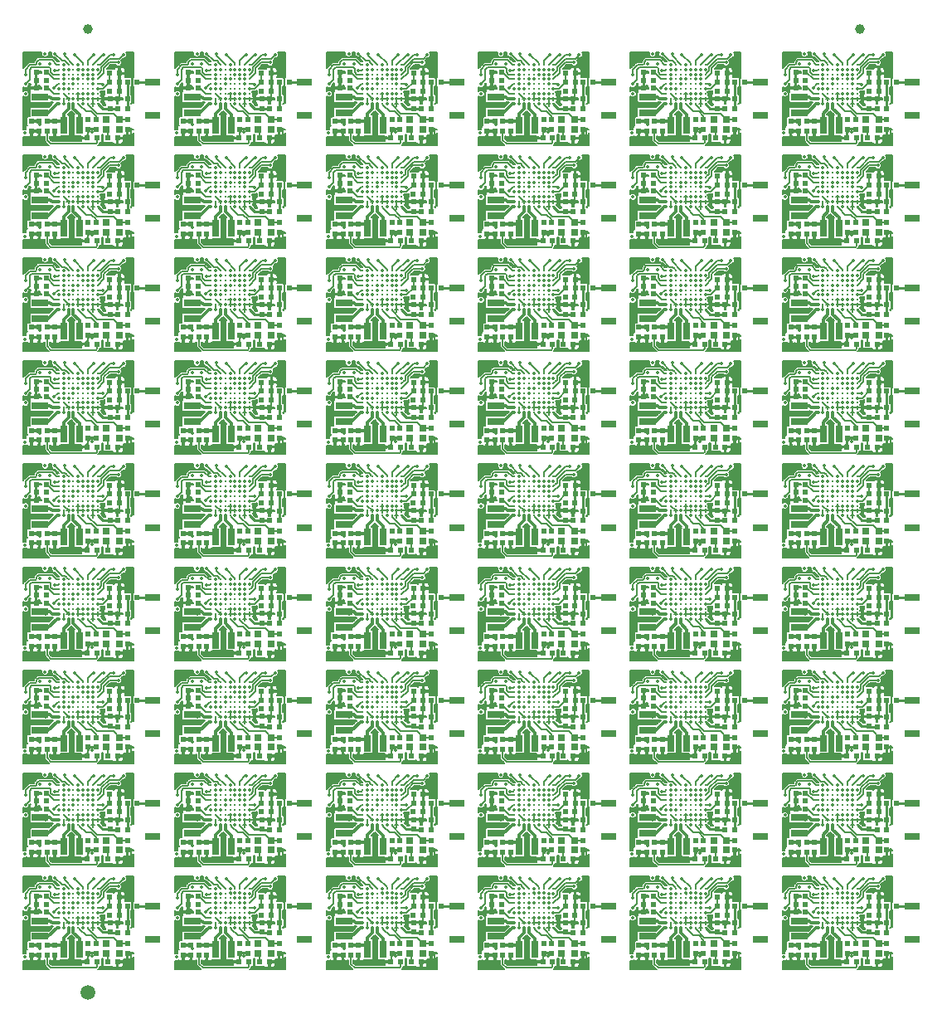
<source format=gtl>
G75*
%MOIN*%
%OFA0B0*%
%FSLAX25Y25*%
%IPPOS*%
%LPD*%
%AMOC8*
5,1,8,0,0,1.08239X$1,22.5*
%
%ADD10C,0.01000*%
%ADD11R,0.02953X0.02756*%
%ADD12R,0.02362X0.02362*%
%ADD13R,0.07087X0.03150*%
%ADD14R,0.03150X0.07087*%
%ADD15R,0.06299X0.03150*%
%ADD16C,0.03937*%
%ADD17C,0.05906*%
%ADD18C,0.00500*%
%ADD19C,0.01387*%
%ADD20C,0.00787*%
%ADD21C,0.01181*%
%ADD22C,0.01400*%
%ADD23C,0.01155*%
%ADD24C,0.01200*%
%ADD25C,0.00945*%
D10*
X0044057Y0046470D03*
X0046026Y0046470D03*
X0047994Y0046470D03*
X0049963Y0046470D03*
X0051931Y0046470D03*
X0053900Y0046470D03*
X0055868Y0046470D03*
X0057837Y0046470D03*
X0059805Y0046470D03*
X0059805Y0048439D03*
X0057837Y0048439D03*
X0057837Y0050407D03*
X0059805Y0050407D03*
X0059805Y0052376D03*
X0057837Y0052376D03*
X0057837Y0054344D03*
X0059805Y0054344D03*
X0059805Y0056313D03*
X0057837Y0056313D03*
X0057837Y0058281D03*
X0059805Y0058281D03*
X0059805Y0060250D03*
X0057837Y0060250D03*
X0057837Y0062219D03*
X0059805Y0062219D03*
X0055868Y0062219D03*
X0053900Y0062219D03*
X0051931Y0062219D03*
X0049963Y0062219D03*
X0047994Y0062219D03*
X0046026Y0062219D03*
X0044057Y0062219D03*
X0044057Y0060250D03*
X0044057Y0058281D03*
X0044057Y0056313D03*
X0044057Y0054344D03*
X0044057Y0052376D03*
X0044057Y0050407D03*
X0044057Y0048439D03*
X0046026Y0048439D03*
X0047994Y0048439D03*
X0047994Y0050407D03*
X0046026Y0050407D03*
X0046026Y0052376D03*
X0047994Y0052376D03*
X0047994Y0054344D03*
X0046026Y0054344D03*
X0046026Y0056313D03*
X0047994Y0056313D03*
X0047994Y0058281D03*
X0046026Y0058281D03*
X0046026Y0060250D03*
X0047994Y0060250D03*
X0049963Y0060250D03*
X0051931Y0060250D03*
X0051931Y0058281D03*
X0051931Y0056313D03*
X0049963Y0056313D03*
X0049963Y0058281D03*
X0049963Y0054344D03*
X0049963Y0052376D03*
X0051931Y0052376D03*
X0051931Y0054344D03*
X0053900Y0054344D03*
X0053900Y0052376D03*
X0055868Y0052376D03*
X0055868Y0054344D03*
X0055868Y0056313D03*
X0053900Y0056313D03*
X0053900Y0058281D03*
X0055868Y0058281D03*
X0055868Y0060250D03*
X0053900Y0060250D03*
X0053900Y0050407D03*
X0053900Y0048439D03*
X0055868Y0048439D03*
X0055868Y0050407D03*
X0051931Y0050407D03*
X0051931Y0048439D03*
X0049963Y0048439D03*
X0049963Y0050407D03*
X0049963Y0087841D03*
X0049963Y0089809D03*
X0051931Y0089809D03*
X0051931Y0087841D03*
X0053900Y0087841D03*
X0053900Y0089809D03*
X0055868Y0089809D03*
X0055868Y0087841D03*
X0057837Y0087841D03*
X0057837Y0089809D03*
X0059805Y0089809D03*
X0059805Y0087841D03*
X0059805Y0091778D03*
X0059805Y0093746D03*
X0057837Y0093746D03*
X0057837Y0091778D03*
X0055868Y0091778D03*
X0055868Y0093746D03*
X0053900Y0093746D03*
X0053900Y0091778D03*
X0051931Y0091778D03*
X0051931Y0093746D03*
X0049963Y0093746D03*
X0049963Y0091778D03*
X0047994Y0091778D03*
X0047994Y0093746D03*
X0046026Y0093746D03*
X0046026Y0091778D03*
X0044057Y0091778D03*
X0044057Y0093746D03*
X0044057Y0095715D03*
X0044057Y0097683D03*
X0046026Y0097683D03*
X0047994Y0097683D03*
X0047994Y0095715D03*
X0046026Y0095715D03*
X0046026Y0099652D03*
X0047994Y0099652D03*
X0047994Y0101620D03*
X0046026Y0101620D03*
X0046026Y0103589D03*
X0047994Y0103589D03*
X0049963Y0103589D03*
X0051931Y0103589D03*
X0053900Y0103589D03*
X0055868Y0103589D03*
X0057837Y0103589D03*
X0059805Y0103589D03*
X0059805Y0101620D03*
X0057837Y0101620D03*
X0057837Y0099652D03*
X0059805Y0099652D03*
X0059805Y0097683D03*
X0057837Y0097683D03*
X0057837Y0095715D03*
X0059805Y0095715D03*
X0055868Y0095715D03*
X0055868Y0097683D03*
X0053900Y0097683D03*
X0053900Y0095715D03*
X0051931Y0095715D03*
X0051931Y0097683D03*
X0049963Y0097683D03*
X0049963Y0095715D03*
X0049963Y0099652D03*
X0051931Y0099652D03*
X0051931Y0101620D03*
X0049963Y0101620D03*
X0053900Y0101620D03*
X0055868Y0101620D03*
X0055868Y0099652D03*
X0053900Y0099652D03*
X0044057Y0099652D03*
X0044057Y0101620D03*
X0044057Y0103589D03*
X0044057Y0089809D03*
X0044057Y0087841D03*
X0046026Y0087841D03*
X0046026Y0089809D03*
X0047994Y0089809D03*
X0047994Y0087841D03*
X0047994Y0129211D03*
X0047994Y0131179D03*
X0046026Y0131179D03*
X0046026Y0129211D03*
X0044057Y0129211D03*
X0044057Y0131179D03*
X0044057Y0133148D03*
X0044057Y0135116D03*
X0046026Y0135116D03*
X0047994Y0135116D03*
X0047994Y0133148D03*
X0046026Y0133148D03*
X0049963Y0133148D03*
X0051931Y0133148D03*
X0051931Y0135116D03*
X0049963Y0135116D03*
X0049963Y0137085D03*
X0051931Y0137085D03*
X0051931Y0139053D03*
X0049963Y0139053D03*
X0049963Y0141022D03*
X0051931Y0141022D03*
X0051931Y0142990D03*
X0049963Y0142990D03*
X0049963Y0144959D03*
X0051931Y0144959D03*
X0053900Y0144959D03*
X0055868Y0144959D03*
X0057837Y0144959D03*
X0059805Y0144959D03*
X0059805Y0142990D03*
X0059805Y0141022D03*
X0057837Y0141022D03*
X0057837Y0142990D03*
X0055868Y0142990D03*
X0055868Y0141022D03*
X0053900Y0141022D03*
X0053900Y0142990D03*
X0053900Y0139053D03*
X0055868Y0139053D03*
X0055868Y0137085D03*
X0053900Y0137085D03*
X0053900Y0135116D03*
X0055868Y0135116D03*
X0055868Y0133148D03*
X0053900Y0133148D03*
X0053900Y0131179D03*
X0055868Y0131179D03*
X0055868Y0129211D03*
X0053900Y0129211D03*
X0051931Y0129211D03*
X0051931Y0131179D03*
X0049963Y0131179D03*
X0049963Y0129211D03*
X0057837Y0129211D03*
X0059805Y0129211D03*
X0059805Y0131179D03*
X0057837Y0131179D03*
X0057837Y0133148D03*
X0059805Y0133148D03*
X0059805Y0135116D03*
X0057837Y0135116D03*
X0057837Y0137085D03*
X0059805Y0137085D03*
X0059805Y0139053D03*
X0057837Y0139053D03*
X0047994Y0139053D03*
X0047994Y0137085D03*
X0046026Y0137085D03*
X0046026Y0139053D03*
X0046026Y0141022D03*
X0047994Y0141022D03*
X0047994Y0142990D03*
X0046026Y0142990D03*
X0046026Y0144959D03*
X0047994Y0144959D03*
X0044057Y0144959D03*
X0044057Y0142990D03*
X0044057Y0141022D03*
X0044057Y0139053D03*
X0044057Y0137085D03*
X0044057Y0170581D03*
X0044057Y0172549D03*
X0046026Y0172549D03*
X0047994Y0172549D03*
X0047994Y0170581D03*
X0046026Y0170581D03*
X0049963Y0170581D03*
X0051931Y0170581D03*
X0051931Y0172549D03*
X0049963Y0172549D03*
X0049963Y0174518D03*
X0051931Y0174518D03*
X0051931Y0176486D03*
X0049963Y0176486D03*
X0049963Y0178455D03*
X0051931Y0178455D03*
X0051931Y0180423D03*
X0049963Y0180423D03*
X0049963Y0182392D03*
X0051931Y0182392D03*
X0051931Y0184360D03*
X0049963Y0184360D03*
X0049963Y0186329D03*
X0051931Y0186329D03*
X0053900Y0186329D03*
X0055868Y0186329D03*
X0057837Y0186329D03*
X0059805Y0186329D03*
X0059805Y0184360D03*
X0059805Y0182392D03*
X0057837Y0182392D03*
X0057837Y0184360D03*
X0055868Y0184360D03*
X0055868Y0182392D03*
X0053900Y0182392D03*
X0053900Y0184360D03*
X0053900Y0180423D03*
X0055868Y0180423D03*
X0055868Y0178455D03*
X0053900Y0178455D03*
X0053900Y0176486D03*
X0055868Y0176486D03*
X0055868Y0174518D03*
X0053900Y0174518D03*
X0053900Y0172549D03*
X0055868Y0172549D03*
X0055868Y0170581D03*
X0053900Y0170581D03*
X0057837Y0170581D03*
X0059805Y0170581D03*
X0059805Y0172549D03*
X0057837Y0172549D03*
X0057837Y0174518D03*
X0059805Y0174518D03*
X0059805Y0176486D03*
X0057837Y0176486D03*
X0057837Y0178455D03*
X0059805Y0178455D03*
X0059805Y0180423D03*
X0057837Y0180423D03*
X0047994Y0180423D03*
X0047994Y0178455D03*
X0046026Y0178455D03*
X0046026Y0180423D03*
X0046026Y0182392D03*
X0047994Y0182392D03*
X0047994Y0184360D03*
X0046026Y0184360D03*
X0046026Y0186329D03*
X0047994Y0186329D03*
X0044057Y0186329D03*
X0044057Y0184360D03*
X0044057Y0182392D03*
X0044057Y0180423D03*
X0044057Y0178455D03*
X0044057Y0176486D03*
X0044057Y0174518D03*
X0046026Y0174518D03*
X0047994Y0174518D03*
X0047994Y0176486D03*
X0046026Y0176486D03*
X0046026Y0211951D03*
X0047994Y0211951D03*
X0047994Y0213919D03*
X0046026Y0213919D03*
X0046026Y0215888D03*
X0047994Y0215888D03*
X0047994Y0217856D03*
X0046026Y0217856D03*
X0046026Y0219825D03*
X0047994Y0219825D03*
X0047994Y0221793D03*
X0046026Y0221793D03*
X0046026Y0223762D03*
X0047994Y0223762D03*
X0047994Y0225730D03*
X0046026Y0225730D03*
X0046026Y0227699D03*
X0047994Y0227699D03*
X0049963Y0227699D03*
X0051931Y0227699D03*
X0053900Y0227699D03*
X0055868Y0227699D03*
X0057837Y0227699D03*
X0059805Y0227699D03*
X0059805Y0225730D03*
X0059805Y0223762D03*
X0057837Y0223762D03*
X0057837Y0225730D03*
X0055868Y0225730D03*
X0055868Y0223762D03*
X0053900Y0223762D03*
X0053900Y0225730D03*
X0051931Y0225730D03*
X0051931Y0223762D03*
X0049963Y0223762D03*
X0049963Y0225730D03*
X0049963Y0221793D03*
X0051931Y0221793D03*
X0051931Y0219825D03*
X0049963Y0219825D03*
X0049963Y0217856D03*
X0051931Y0217856D03*
X0051931Y0215888D03*
X0049963Y0215888D03*
X0049963Y0213919D03*
X0051931Y0213919D03*
X0051931Y0211951D03*
X0049963Y0211951D03*
X0053900Y0211951D03*
X0055868Y0211951D03*
X0055868Y0213919D03*
X0053900Y0213919D03*
X0053900Y0215888D03*
X0055868Y0215888D03*
X0055868Y0217856D03*
X0053900Y0217856D03*
X0053900Y0219825D03*
X0055868Y0219825D03*
X0055868Y0221793D03*
X0053900Y0221793D03*
X0057837Y0221793D03*
X0059805Y0221793D03*
X0059805Y0219825D03*
X0057837Y0219825D03*
X0057837Y0217856D03*
X0059805Y0217856D03*
X0059805Y0215888D03*
X0057837Y0215888D03*
X0057837Y0213919D03*
X0059805Y0213919D03*
X0059805Y0211951D03*
X0057837Y0211951D03*
X0044057Y0211951D03*
X0044057Y0213919D03*
X0044057Y0215888D03*
X0044057Y0217856D03*
X0044057Y0219825D03*
X0044057Y0221793D03*
X0044057Y0223762D03*
X0044057Y0225730D03*
X0044057Y0227699D03*
X0044057Y0253321D03*
X0044057Y0255289D03*
X0046026Y0255289D03*
X0047994Y0255289D03*
X0047994Y0253321D03*
X0046026Y0253321D03*
X0049963Y0253321D03*
X0051931Y0253321D03*
X0051931Y0255289D03*
X0049963Y0255289D03*
X0049963Y0257258D03*
X0051931Y0257258D03*
X0051931Y0259226D03*
X0049963Y0259226D03*
X0049963Y0261195D03*
X0051931Y0261195D03*
X0051931Y0263163D03*
X0049963Y0263163D03*
X0049963Y0265132D03*
X0051931Y0265132D03*
X0051931Y0267100D03*
X0049963Y0267100D03*
X0049963Y0269069D03*
X0051931Y0269069D03*
X0053900Y0269069D03*
X0055868Y0269069D03*
X0055868Y0267100D03*
X0055868Y0265132D03*
X0053900Y0265132D03*
X0053900Y0267100D03*
X0053900Y0263163D03*
X0053900Y0261195D03*
X0055868Y0261195D03*
X0055868Y0263163D03*
X0057837Y0263163D03*
X0057837Y0261195D03*
X0059805Y0261195D03*
X0059805Y0263163D03*
X0059805Y0265132D03*
X0057837Y0265132D03*
X0057837Y0267100D03*
X0059805Y0267100D03*
X0059805Y0269069D03*
X0057837Y0269069D03*
X0057837Y0259226D03*
X0057837Y0257258D03*
X0059805Y0257258D03*
X0059805Y0259226D03*
X0059805Y0255289D03*
X0059805Y0253321D03*
X0057837Y0253321D03*
X0057837Y0255289D03*
X0055868Y0255289D03*
X0055868Y0253321D03*
X0053900Y0253321D03*
X0053900Y0255289D03*
X0053900Y0257258D03*
X0055868Y0257258D03*
X0055868Y0259226D03*
X0053900Y0259226D03*
X0047994Y0259226D03*
X0047994Y0257258D03*
X0046026Y0257258D03*
X0046026Y0259226D03*
X0046026Y0261195D03*
X0047994Y0261195D03*
X0047994Y0263163D03*
X0046026Y0263163D03*
X0046026Y0265132D03*
X0047994Y0265132D03*
X0047994Y0267100D03*
X0046026Y0267100D03*
X0046026Y0269069D03*
X0047994Y0269069D03*
X0044057Y0269069D03*
X0044057Y0267100D03*
X0044057Y0265132D03*
X0044057Y0263163D03*
X0044057Y0261195D03*
X0044057Y0259226D03*
X0044057Y0257258D03*
X0044057Y0294691D03*
X0044057Y0296659D03*
X0046026Y0296659D03*
X0046026Y0294691D03*
X0047994Y0294691D03*
X0047994Y0296659D03*
X0049963Y0296659D03*
X0049963Y0294691D03*
X0051931Y0294691D03*
X0051931Y0296659D03*
X0053900Y0296659D03*
X0053900Y0294691D03*
X0055868Y0294691D03*
X0055868Y0296659D03*
X0057837Y0296659D03*
X0057837Y0294691D03*
X0059805Y0294691D03*
X0059805Y0296659D03*
X0059805Y0298628D03*
X0057837Y0298628D03*
X0057837Y0300596D03*
X0059805Y0300596D03*
X0059805Y0302565D03*
X0057837Y0302565D03*
X0057837Y0304533D03*
X0059805Y0304533D03*
X0059805Y0306502D03*
X0057837Y0306502D03*
X0057837Y0308470D03*
X0059805Y0308470D03*
X0059805Y0310439D03*
X0057837Y0310439D03*
X0055868Y0310439D03*
X0053900Y0310439D03*
X0053900Y0308470D03*
X0053900Y0306502D03*
X0055868Y0306502D03*
X0055868Y0308470D03*
X0055868Y0304533D03*
X0055868Y0302565D03*
X0053900Y0302565D03*
X0053900Y0304533D03*
X0051931Y0304533D03*
X0051931Y0302565D03*
X0049963Y0302565D03*
X0049963Y0304533D03*
X0047994Y0304533D03*
X0047994Y0302565D03*
X0046026Y0302565D03*
X0046026Y0304533D03*
X0044057Y0304533D03*
X0044057Y0302565D03*
X0044057Y0300596D03*
X0044057Y0298628D03*
X0046026Y0298628D03*
X0047994Y0298628D03*
X0047994Y0300596D03*
X0046026Y0300596D03*
X0049963Y0300596D03*
X0049963Y0298628D03*
X0051931Y0298628D03*
X0051931Y0300596D03*
X0053900Y0300596D03*
X0053900Y0298628D03*
X0055868Y0298628D03*
X0055868Y0300596D03*
X0051931Y0306502D03*
X0049963Y0306502D03*
X0049963Y0308470D03*
X0051931Y0308470D03*
X0051931Y0310439D03*
X0049963Y0310439D03*
X0047994Y0310439D03*
X0046026Y0310439D03*
X0046026Y0308470D03*
X0046026Y0306502D03*
X0047994Y0306502D03*
X0047994Y0308470D03*
X0044057Y0308470D03*
X0044057Y0306502D03*
X0044057Y0310439D03*
X0044057Y0336061D03*
X0044057Y0338030D03*
X0044057Y0339998D03*
X0044057Y0341967D03*
X0044057Y0343935D03*
X0044057Y0345904D03*
X0044057Y0347872D03*
X0046026Y0347872D03*
X0047994Y0347872D03*
X0047994Y0345904D03*
X0046026Y0345904D03*
X0046026Y0343935D03*
X0047994Y0343935D03*
X0047994Y0341967D03*
X0046026Y0341967D03*
X0046026Y0339998D03*
X0047994Y0339998D03*
X0047994Y0338030D03*
X0046026Y0338030D03*
X0046026Y0336061D03*
X0047994Y0336061D03*
X0049963Y0336061D03*
X0051931Y0336061D03*
X0051931Y0338030D03*
X0051931Y0339998D03*
X0049963Y0339998D03*
X0049963Y0338030D03*
X0049963Y0341967D03*
X0049963Y0343935D03*
X0051931Y0343935D03*
X0051931Y0341967D03*
X0053900Y0341967D03*
X0053900Y0343935D03*
X0055868Y0343935D03*
X0055868Y0341967D03*
X0057837Y0341967D03*
X0057837Y0343935D03*
X0059805Y0343935D03*
X0059805Y0341967D03*
X0059805Y0339998D03*
X0057837Y0339998D03*
X0057837Y0338030D03*
X0059805Y0338030D03*
X0059805Y0336061D03*
X0057837Y0336061D03*
X0055868Y0336061D03*
X0053900Y0336061D03*
X0053900Y0338030D03*
X0053900Y0339998D03*
X0055868Y0339998D03*
X0055868Y0338030D03*
X0055868Y0345904D03*
X0055868Y0347872D03*
X0053900Y0347872D03*
X0053900Y0345904D03*
X0051931Y0345904D03*
X0051931Y0347872D03*
X0049963Y0347872D03*
X0049963Y0345904D03*
X0049963Y0349841D03*
X0051931Y0349841D03*
X0051931Y0351809D03*
X0049963Y0351809D03*
X0047994Y0351809D03*
X0046026Y0351809D03*
X0046026Y0349841D03*
X0047994Y0349841D03*
X0044057Y0349841D03*
X0044057Y0351809D03*
X0053900Y0351809D03*
X0055868Y0351809D03*
X0055868Y0349841D03*
X0053900Y0349841D03*
X0057837Y0349841D03*
X0057837Y0351809D03*
X0059805Y0351809D03*
X0059805Y0349841D03*
X0059805Y0347872D03*
X0057837Y0347872D03*
X0057837Y0345904D03*
X0059805Y0345904D03*
X0059805Y0377431D03*
X0057837Y0377431D03*
X0057837Y0379400D03*
X0057837Y0381368D03*
X0059805Y0381368D03*
X0059805Y0379400D03*
X0059805Y0383337D03*
X0059805Y0385305D03*
X0057837Y0385305D03*
X0057837Y0383337D03*
X0055868Y0383337D03*
X0055868Y0385305D03*
X0053900Y0385305D03*
X0053900Y0383337D03*
X0051931Y0383337D03*
X0051931Y0385305D03*
X0049963Y0385305D03*
X0049963Y0383337D03*
X0049963Y0381368D03*
X0051931Y0381368D03*
X0051931Y0379400D03*
X0049963Y0379400D03*
X0047994Y0379400D03*
X0047994Y0381368D03*
X0046026Y0381368D03*
X0046026Y0379400D03*
X0044057Y0379400D03*
X0044057Y0381368D03*
X0044057Y0383337D03*
X0044057Y0385305D03*
X0046026Y0385305D03*
X0047994Y0385305D03*
X0047994Y0383337D03*
X0046026Y0383337D03*
X0046026Y0387274D03*
X0047994Y0387274D03*
X0047994Y0389242D03*
X0046026Y0389242D03*
X0046026Y0391211D03*
X0047994Y0391211D03*
X0047994Y0393179D03*
X0046026Y0393179D03*
X0044057Y0393179D03*
X0044057Y0391211D03*
X0044057Y0389242D03*
X0044057Y0387274D03*
X0049963Y0387274D03*
X0051931Y0387274D03*
X0051931Y0389242D03*
X0049963Y0389242D03*
X0049963Y0391211D03*
X0051931Y0391211D03*
X0051931Y0393179D03*
X0049963Y0393179D03*
X0053900Y0393179D03*
X0055868Y0393179D03*
X0055868Y0391211D03*
X0053900Y0391211D03*
X0053900Y0389242D03*
X0055868Y0389242D03*
X0055868Y0387274D03*
X0053900Y0387274D03*
X0057837Y0387274D03*
X0057837Y0389242D03*
X0059805Y0389242D03*
X0059805Y0387274D03*
X0059805Y0391211D03*
X0059805Y0393179D03*
X0057837Y0393179D03*
X0057837Y0391211D03*
X0055868Y0381368D03*
X0053900Y0381368D03*
X0053900Y0379400D03*
X0055868Y0379400D03*
X0055868Y0377431D03*
X0053900Y0377431D03*
X0051931Y0377431D03*
X0049963Y0377431D03*
X0047994Y0377431D03*
X0046026Y0377431D03*
X0044057Y0377431D03*
X0105112Y0377431D03*
X0105112Y0379400D03*
X0105112Y0381368D03*
X0105112Y0383337D03*
X0105112Y0385305D03*
X0105112Y0387274D03*
X0105112Y0389242D03*
X0105112Y0391211D03*
X0105112Y0393179D03*
X0107081Y0393179D03*
X0109049Y0393179D03*
X0109049Y0391211D03*
X0107081Y0391211D03*
X0107081Y0389242D03*
X0109049Y0389242D03*
X0109049Y0387274D03*
X0107081Y0387274D03*
X0107081Y0385305D03*
X0109049Y0385305D03*
X0109049Y0383337D03*
X0107081Y0383337D03*
X0107081Y0381368D03*
X0109049Y0381368D03*
X0109049Y0379400D03*
X0107081Y0379400D03*
X0107081Y0377431D03*
X0109049Y0377431D03*
X0111018Y0377431D03*
X0112986Y0377431D03*
X0112986Y0379400D03*
X0112986Y0381368D03*
X0111018Y0381368D03*
X0111018Y0379400D03*
X0111018Y0383337D03*
X0111018Y0385305D03*
X0112986Y0385305D03*
X0112986Y0383337D03*
X0114955Y0383337D03*
X0114955Y0385305D03*
X0116923Y0385305D03*
X0116923Y0383337D03*
X0118892Y0383337D03*
X0118892Y0385305D03*
X0120860Y0385305D03*
X0120860Y0383337D03*
X0120860Y0381368D03*
X0118892Y0381368D03*
X0118892Y0379400D03*
X0120860Y0379400D03*
X0120860Y0377431D03*
X0118892Y0377431D03*
X0116923Y0377431D03*
X0114955Y0377431D03*
X0114955Y0379400D03*
X0114955Y0381368D03*
X0116923Y0381368D03*
X0116923Y0379400D03*
X0116923Y0387274D03*
X0116923Y0389242D03*
X0114955Y0389242D03*
X0114955Y0387274D03*
X0112986Y0387274D03*
X0112986Y0389242D03*
X0111018Y0389242D03*
X0111018Y0387274D03*
X0111018Y0391211D03*
X0111018Y0393179D03*
X0112986Y0393179D03*
X0112986Y0391211D03*
X0114955Y0391211D03*
X0114955Y0393179D03*
X0116923Y0393179D03*
X0116923Y0391211D03*
X0118892Y0391211D03*
X0118892Y0393179D03*
X0120860Y0393179D03*
X0120860Y0391211D03*
X0120860Y0389242D03*
X0118892Y0389242D03*
X0118892Y0387274D03*
X0120860Y0387274D03*
X0120860Y0351809D03*
X0118892Y0351809D03*
X0118892Y0349841D03*
X0120860Y0349841D03*
X0120860Y0347872D03*
X0118892Y0347872D03*
X0118892Y0345904D03*
X0120860Y0345904D03*
X0120860Y0343935D03*
X0118892Y0343935D03*
X0118892Y0341967D03*
X0120860Y0341967D03*
X0120860Y0339998D03*
X0118892Y0339998D03*
X0118892Y0338030D03*
X0120860Y0338030D03*
X0120860Y0336061D03*
X0118892Y0336061D03*
X0116923Y0336061D03*
X0114955Y0336061D03*
X0114955Y0338030D03*
X0114955Y0339998D03*
X0116923Y0339998D03*
X0116923Y0338030D03*
X0116923Y0341967D03*
X0116923Y0343935D03*
X0114955Y0343935D03*
X0114955Y0341967D03*
X0112986Y0341967D03*
X0112986Y0343935D03*
X0111018Y0343935D03*
X0111018Y0341967D03*
X0109049Y0341967D03*
X0109049Y0343935D03*
X0107081Y0343935D03*
X0107081Y0341967D03*
X0105112Y0341967D03*
X0105112Y0343935D03*
X0105112Y0345904D03*
X0105112Y0347872D03*
X0105112Y0349841D03*
X0105112Y0351809D03*
X0107081Y0351809D03*
X0109049Y0351809D03*
X0109049Y0349841D03*
X0107081Y0349841D03*
X0107081Y0347872D03*
X0109049Y0347872D03*
X0109049Y0345904D03*
X0107081Y0345904D03*
X0111018Y0345904D03*
X0111018Y0347872D03*
X0112986Y0347872D03*
X0112986Y0345904D03*
X0114955Y0345904D03*
X0114955Y0347872D03*
X0116923Y0347872D03*
X0116923Y0345904D03*
X0116923Y0349841D03*
X0116923Y0351809D03*
X0114955Y0351809D03*
X0114955Y0349841D03*
X0112986Y0349841D03*
X0112986Y0351809D03*
X0111018Y0351809D03*
X0111018Y0349841D03*
X0111018Y0339998D03*
X0112986Y0339998D03*
X0112986Y0338030D03*
X0111018Y0338030D03*
X0109049Y0338030D03*
X0109049Y0339998D03*
X0107081Y0339998D03*
X0107081Y0338030D03*
X0105112Y0338030D03*
X0105112Y0339998D03*
X0105112Y0336061D03*
X0107081Y0336061D03*
X0109049Y0336061D03*
X0111018Y0336061D03*
X0112986Y0336061D03*
X0112986Y0310439D03*
X0111018Y0310439D03*
X0111018Y0308470D03*
X0111018Y0306502D03*
X0112986Y0306502D03*
X0112986Y0308470D03*
X0114955Y0308470D03*
X0114955Y0306502D03*
X0116923Y0306502D03*
X0116923Y0308470D03*
X0118892Y0308470D03*
X0118892Y0306502D03*
X0120860Y0306502D03*
X0120860Y0308470D03*
X0120860Y0310439D03*
X0118892Y0310439D03*
X0116923Y0310439D03*
X0114955Y0310439D03*
X0114955Y0304533D03*
X0114955Y0302565D03*
X0116923Y0302565D03*
X0116923Y0304533D03*
X0118892Y0304533D03*
X0118892Y0302565D03*
X0120860Y0302565D03*
X0120860Y0304533D03*
X0120860Y0300596D03*
X0120860Y0298628D03*
X0118892Y0298628D03*
X0118892Y0300596D03*
X0116923Y0300596D03*
X0116923Y0298628D03*
X0114955Y0298628D03*
X0114955Y0300596D03*
X0112986Y0300596D03*
X0112986Y0298628D03*
X0111018Y0298628D03*
X0111018Y0300596D03*
X0109049Y0300596D03*
X0109049Y0298628D03*
X0107081Y0298628D03*
X0107081Y0300596D03*
X0105112Y0300596D03*
X0105112Y0298628D03*
X0105112Y0296659D03*
X0105112Y0294691D03*
X0107081Y0294691D03*
X0109049Y0294691D03*
X0109049Y0296659D03*
X0107081Y0296659D03*
X0111018Y0296659D03*
X0111018Y0294691D03*
X0112986Y0294691D03*
X0112986Y0296659D03*
X0114955Y0296659D03*
X0114955Y0294691D03*
X0116923Y0294691D03*
X0116923Y0296659D03*
X0118892Y0296659D03*
X0118892Y0294691D03*
X0120860Y0294691D03*
X0120860Y0296659D03*
X0112986Y0302565D03*
X0111018Y0302565D03*
X0111018Y0304533D03*
X0112986Y0304533D03*
X0109049Y0304533D03*
X0109049Y0302565D03*
X0107081Y0302565D03*
X0107081Y0304533D03*
X0105112Y0304533D03*
X0105112Y0302565D03*
X0105112Y0306502D03*
X0105112Y0308470D03*
X0107081Y0308470D03*
X0107081Y0306502D03*
X0109049Y0306502D03*
X0109049Y0308470D03*
X0109049Y0310439D03*
X0107081Y0310439D03*
X0105112Y0310439D03*
X0105112Y0269069D03*
X0105112Y0267100D03*
X0105112Y0265132D03*
X0105112Y0263163D03*
X0105112Y0261195D03*
X0105112Y0259226D03*
X0105112Y0257258D03*
X0105112Y0255289D03*
X0105112Y0253321D03*
X0107081Y0253321D03*
X0109049Y0253321D03*
X0109049Y0255289D03*
X0107081Y0255289D03*
X0107081Y0257258D03*
X0109049Y0257258D03*
X0109049Y0259226D03*
X0107081Y0259226D03*
X0107081Y0261195D03*
X0109049Y0261195D03*
X0109049Y0263163D03*
X0107081Y0263163D03*
X0107081Y0265132D03*
X0109049Y0265132D03*
X0109049Y0267100D03*
X0107081Y0267100D03*
X0107081Y0269069D03*
X0109049Y0269069D03*
X0111018Y0269069D03*
X0112986Y0269069D03*
X0112986Y0267100D03*
X0112986Y0265132D03*
X0111018Y0265132D03*
X0111018Y0267100D03*
X0111018Y0263163D03*
X0111018Y0261195D03*
X0112986Y0261195D03*
X0112986Y0263163D03*
X0114955Y0263163D03*
X0114955Y0261195D03*
X0116923Y0261195D03*
X0116923Y0263163D03*
X0118892Y0263163D03*
X0118892Y0261195D03*
X0120860Y0261195D03*
X0120860Y0263163D03*
X0120860Y0265132D03*
X0118892Y0265132D03*
X0118892Y0267100D03*
X0120860Y0267100D03*
X0120860Y0269069D03*
X0118892Y0269069D03*
X0116923Y0269069D03*
X0114955Y0269069D03*
X0114955Y0267100D03*
X0114955Y0265132D03*
X0116923Y0265132D03*
X0116923Y0267100D03*
X0116923Y0259226D03*
X0116923Y0257258D03*
X0114955Y0257258D03*
X0114955Y0259226D03*
X0112986Y0259226D03*
X0112986Y0257258D03*
X0111018Y0257258D03*
X0111018Y0259226D03*
X0111018Y0255289D03*
X0111018Y0253321D03*
X0112986Y0253321D03*
X0112986Y0255289D03*
X0114955Y0255289D03*
X0114955Y0253321D03*
X0116923Y0253321D03*
X0116923Y0255289D03*
X0118892Y0255289D03*
X0118892Y0253321D03*
X0120860Y0253321D03*
X0120860Y0255289D03*
X0120860Y0257258D03*
X0118892Y0257258D03*
X0118892Y0259226D03*
X0120860Y0259226D03*
X0120860Y0227699D03*
X0118892Y0227699D03*
X0118892Y0225730D03*
X0118892Y0223762D03*
X0120860Y0223762D03*
X0120860Y0225730D03*
X0120860Y0221793D03*
X0120860Y0219825D03*
X0118892Y0219825D03*
X0118892Y0221793D03*
X0116923Y0221793D03*
X0116923Y0219825D03*
X0114955Y0219825D03*
X0114955Y0221793D03*
X0112986Y0221793D03*
X0112986Y0219825D03*
X0111018Y0219825D03*
X0111018Y0221793D03*
X0111018Y0223762D03*
X0112986Y0223762D03*
X0112986Y0225730D03*
X0111018Y0225730D03*
X0109049Y0225730D03*
X0109049Y0223762D03*
X0107081Y0223762D03*
X0107081Y0225730D03*
X0107081Y0227699D03*
X0109049Y0227699D03*
X0111018Y0227699D03*
X0112986Y0227699D03*
X0114955Y0227699D03*
X0116923Y0227699D03*
X0116923Y0225730D03*
X0116923Y0223762D03*
X0114955Y0223762D03*
X0114955Y0225730D03*
X0109049Y0221793D03*
X0109049Y0219825D03*
X0107081Y0219825D03*
X0107081Y0221793D03*
X0105112Y0221793D03*
X0105112Y0219825D03*
X0105112Y0217856D03*
X0105112Y0215888D03*
X0107081Y0215888D03*
X0109049Y0215888D03*
X0109049Y0217856D03*
X0107081Y0217856D03*
X0111018Y0217856D03*
X0112986Y0217856D03*
X0112986Y0215888D03*
X0111018Y0215888D03*
X0111018Y0213919D03*
X0112986Y0213919D03*
X0112986Y0211951D03*
X0111018Y0211951D03*
X0109049Y0211951D03*
X0109049Y0213919D03*
X0107081Y0213919D03*
X0107081Y0211951D03*
X0105112Y0211951D03*
X0105112Y0213919D03*
X0114955Y0213919D03*
X0116923Y0213919D03*
X0116923Y0211951D03*
X0114955Y0211951D03*
X0118892Y0211951D03*
X0120860Y0211951D03*
X0120860Y0213919D03*
X0118892Y0213919D03*
X0118892Y0215888D03*
X0120860Y0215888D03*
X0120860Y0217856D03*
X0118892Y0217856D03*
X0116923Y0217856D03*
X0116923Y0215888D03*
X0114955Y0215888D03*
X0114955Y0217856D03*
X0105112Y0223762D03*
X0105112Y0225730D03*
X0105112Y0227699D03*
X0105112Y0186329D03*
X0107081Y0186329D03*
X0109049Y0186329D03*
X0111018Y0186329D03*
X0112986Y0186329D03*
X0114955Y0186329D03*
X0116923Y0186329D03*
X0118892Y0186329D03*
X0120860Y0186329D03*
X0120860Y0184360D03*
X0118892Y0184360D03*
X0118892Y0182392D03*
X0120860Y0182392D03*
X0120860Y0180423D03*
X0118892Y0180423D03*
X0118892Y0178455D03*
X0120860Y0178455D03*
X0120860Y0176486D03*
X0118892Y0176486D03*
X0118892Y0174518D03*
X0120860Y0174518D03*
X0120860Y0172549D03*
X0118892Y0172549D03*
X0118892Y0170581D03*
X0120860Y0170581D03*
X0116923Y0170581D03*
X0116923Y0172549D03*
X0114955Y0172549D03*
X0114955Y0170581D03*
X0112986Y0170581D03*
X0112986Y0172549D03*
X0111018Y0172549D03*
X0111018Y0170581D03*
X0109049Y0170581D03*
X0109049Y0172549D03*
X0107081Y0172549D03*
X0107081Y0170581D03*
X0105112Y0170581D03*
X0105112Y0172549D03*
X0105112Y0174518D03*
X0105112Y0176486D03*
X0105112Y0178455D03*
X0105112Y0180423D03*
X0107081Y0180423D03*
X0109049Y0180423D03*
X0109049Y0178455D03*
X0107081Y0178455D03*
X0107081Y0176486D03*
X0109049Y0176486D03*
X0109049Y0174518D03*
X0107081Y0174518D03*
X0111018Y0174518D03*
X0111018Y0176486D03*
X0112986Y0176486D03*
X0112986Y0174518D03*
X0114955Y0174518D03*
X0114955Y0176486D03*
X0116923Y0176486D03*
X0116923Y0174518D03*
X0116923Y0178455D03*
X0116923Y0180423D03*
X0114955Y0180423D03*
X0114955Y0178455D03*
X0112986Y0178455D03*
X0112986Y0180423D03*
X0111018Y0180423D03*
X0111018Y0178455D03*
X0111018Y0182392D03*
X0111018Y0184360D03*
X0112986Y0184360D03*
X0112986Y0182392D03*
X0114955Y0182392D03*
X0114955Y0184360D03*
X0116923Y0184360D03*
X0116923Y0182392D03*
X0109049Y0182392D03*
X0109049Y0184360D03*
X0107081Y0184360D03*
X0107081Y0182392D03*
X0105112Y0182392D03*
X0105112Y0184360D03*
X0105112Y0144959D03*
X0107081Y0144959D03*
X0109049Y0144959D03*
X0111018Y0144959D03*
X0112986Y0144959D03*
X0114955Y0144959D03*
X0116923Y0144959D03*
X0118892Y0144959D03*
X0120860Y0144959D03*
X0120860Y0142990D03*
X0118892Y0142990D03*
X0118892Y0141022D03*
X0120860Y0141022D03*
X0120860Y0139053D03*
X0118892Y0139053D03*
X0118892Y0137085D03*
X0120860Y0137085D03*
X0120860Y0135116D03*
X0118892Y0135116D03*
X0118892Y0133148D03*
X0120860Y0133148D03*
X0120860Y0131179D03*
X0118892Y0131179D03*
X0118892Y0129211D03*
X0120860Y0129211D03*
X0116923Y0129211D03*
X0116923Y0131179D03*
X0114955Y0131179D03*
X0114955Y0129211D03*
X0112986Y0129211D03*
X0112986Y0131179D03*
X0111018Y0131179D03*
X0111018Y0129211D03*
X0109049Y0129211D03*
X0109049Y0131179D03*
X0107081Y0131179D03*
X0107081Y0129211D03*
X0105112Y0129211D03*
X0105112Y0131179D03*
X0105112Y0133148D03*
X0105112Y0135116D03*
X0105112Y0137085D03*
X0105112Y0139053D03*
X0105112Y0141022D03*
X0105112Y0142990D03*
X0107081Y0142990D03*
X0109049Y0142990D03*
X0109049Y0141022D03*
X0107081Y0141022D03*
X0107081Y0139053D03*
X0109049Y0139053D03*
X0109049Y0137085D03*
X0107081Y0137085D03*
X0107081Y0135116D03*
X0109049Y0135116D03*
X0109049Y0133148D03*
X0107081Y0133148D03*
X0111018Y0133148D03*
X0111018Y0135116D03*
X0112986Y0135116D03*
X0112986Y0133148D03*
X0114955Y0133148D03*
X0114955Y0135116D03*
X0116923Y0135116D03*
X0116923Y0133148D03*
X0116923Y0137085D03*
X0116923Y0139053D03*
X0114955Y0139053D03*
X0114955Y0137085D03*
X0112986Y0137085D03*
X0112986Y0139053D03*
X0111018Y0139053D03*
X0111018Y0137085D03*
X0111018Y0141022D03*
X0111018Y0142990D03*
X0112986Y0142990D03*
X0112986Y0141022D03*
X0114955Y0141022D03*
X0114955Y0142990D03*
X0116923Y0142990D03*
X0116923Y0141022D03*
X0116923Y0103589D03*
X0114955Y0103589D03*
X0112986Y0103589D03*
X0111018Y0103589D03*
X0109049Y0103589D03*
X0107081Y0103589D03*
X0105112Y0103589D03*
X0105112Y0101620D03*
X0105112Y0099652D03*
X0107081Y0099652D03*
X0107081Y0101620D03*
X0109049Y0101620D03*
X0109049Y0099652D03*
X0111018Y0099652D03*
X0111018Y0101620D03*
X0112986Y0101620D03*
X0112986Y0099652D03*
X0114955Y0099652D03*
X0114955Y0101620D03*
X0116923Y0101620D03*
X0116923Y0099652D03*
X0118892Y0099652D03*
X0118892Y0101620D03*
X0120860Y0101620D03*
X0120860Y0099652D03*
X0120860Y0097683D03*
X0118892Y0097683D03*
X0118892Y0095715D03*
X0120860Y0095715D03*
X0120860Y0093746D03*
X0118892Y0093746D03*
X0118892Y0091778D03*
X0120860Y0091778D03*
X0120860Y0089809D03*
X0118892Y0089809D03*
X0118892Y0087841D03*
X0120860Y0087841D03*
X0116923Y0087841D03*
X0116923Y0089809D03*
X0114955Y0089809D03*
X0114955Y0087841D03*
X0112986Y0087841D03*
X0112986Y0089809D03*
X0111018Y0089809D03*
X0111018Y0087841D03*
X0109049Y0087841D03*
X0109049Y0089809D03*
X0107081Y0089809D03*
X0107081Y0087841D03*
X0105112Y0087841D03*
X0105112Y0089809D03*
X0105112Y0091778D03*
X0105112Y0093746D03*
X0105112Y0095715D03*
X0105112Y0097683D03*
X0107081Y0097683D03*
X0109049Y0097683D03*
X0109049Y0095715D03*
X0107081Y0095715D03*
X0107081Y0093746D03*
X0109049Y0093746D03*
X0109049Y0091778D03*
X0107081Y0091778D03*
X0111018Y0091778D03*
X0111018Y0093746D03*
X0112986Y0093746D03*
X0112986Y0091778D03*
X0114955Y0091778D03*
X0114955Y0093746D03*
X0116923Y0093746D03*
X0116923Y0091778D03*
X0116923Y0095715D03*
X0116923Y0097683D03*
X0114955Y0097683D03*
X0114955Y0095715D03*
X0112986Y0095715D03*
X0112986Y0097683D03*
X0111018Y0097683D03*
X0111018Y0095715D03*
X0118892Y0103589D03*
X0120860Y0103589D03*
X0120860Y0062219D03*
X0118892Y0062219D03*
X0116923Y0062219D03*
X0114955Y0062219D03*
X0112986Y0062219D03*
X0111018Y0062219D03*
X0109049Y0062219D03*
X0107081Y0062219D03*
X0105112Y0062219D03*
X0105112Y0060250D03*
X0105112Y0058281D03*
X0105112Y0056313D03*
X0105112Y0054344D03*
X0105112Y0052376D03*
X0105112Y0050407D03*
X0105112Y0048439D03*
X0105112Y0046470D03*
X0107081Y0046470D03*
X0109049Y0046470D03*
X0111018Y0046470D03*
X0112986Y0046470D03*
X0114955Y0046470D03*
X0116923Y0046470D03*
X0118892Y0046470D03*
X0120860Y0046470D03*
X0120860Y0048439D03*
X0118892Y0048439D03*
X0118892Y0050407D03*
X0120860Y0050407D03*
X0120860Y0052376D03*
X0118892Y0052376D03*
X0118892Y0054344D03*
X0120860Y0054344D03*
X0120860Y0056313D03*
X0118892Y0056313D03*
X0118892Y0058281D03*
X0120860Y0058281D03*
X0120860Y0060250D03*
X0118892Y0060250D03*
X0116923Y0060250D03*
X0114955Y0060250D03*
X0114955Y0058281D03*
X0114955Y0056313D03*
X0116923Y0056313D03*
X0116923Y0058281D03*
X0116923Y0054344D03*
X0116923Y0052376D03*
X0114955Y0052376D03*
X0114955Y0054344D03*
X0112986Y0054344D03*
X0112986Y0052376D03*
X0111018Y0052376D03*
X0111018Y0054344D03*
X0109049Y0054344D03*
X0109049Y0052376D03*
X0107081Y0052376D03*
X0107081Y0054344D03*
X0107081Y0056313D03*
X0109049Y0056313D03*
X0109049Y0058281D03*
X0107081Y0058281D03*
X0107081Y0060250D03*
X0109049Y0060250D03*
X0111018Y0060250D03*
X0112986Y0060250D03*
X0112986Y0058281D03*
X0112986Y0056313D03*
X0111018Y0056313D03*
X0111018Y0058281D03*
X0111018Y0050407D03*
X0111018Y0048439D03*
X0112986Y0048439D03*
X0112986Y0050407D03*
X0114955Y0050407D03*
X0114955Y0048439D03*
X0116923Y0048439D03*
X0116923Y0050407D03*
X0109049Y0050407D03*
X0109049Y0048439D03*
X0107081Y0048439D03*
X0107081Y0050407D03*
X0166167Y0050407D03*
X0166167Y0048439D03*
X0166167Y0046470D03*
X0168136Y0046470D03*
X0170104Y0046470D03*
X0172073Y0046470D03*
X0174041Y0046470D03*
X0176010Y0046470D03*
X0177978Y0046470D03*
X0179947Y0046470D03*
X0181915Y0046470D03*
X0181915Y0048439D03*
X0179947Y0048439D03*
X0179947Y0050407D03*
X0181915Y0050407D03*
X0181915Y0052376D03*
X0179947Y0052376D03*
X0179947Y0054344D03*
X0181915Y0054344D03*
X0181915Y0056313D03*
X0179947Y0056313D03*
X0179947Y0058281D03*
X0181915Y0058281D03*
X0181915Y0060250D03*
X0179947Y0060250D03*
X0179947Y0062219D03*
X0181915Y0062219D03*
X0177978Y0062219D03*
X0176010Y0062219D03*
X0174041Y0062219D03*
X0172073Y0062219D03*
X0170104Y0062219D03*
X0168136Y0062219D03*
X0166167Y0062219D03*
X0166167Y0060250D03*
X0166167Y0058281D03*
X0166167Y0056313D03*
X0166167Y0054344D03*
X0166167Y0052376D03*
X0168136Y0052376D03*
X0170104Y0052376D03*
X0170104Y0054344D03*
X0168136Y0054344D03*
X0168136Y0056313D03*
X0170104Y0056313D03*
X0170104Y0058281D03*
X0168136Y0058281D03*
X0168136Y0060250D03*
X0170104Y0060250D03*
X0172073Y0060250D03*
X0174041Y0060250D03*
X0174041Y0058281D03*
X0174041Y0056313D03*
X0172073Y0056313D03*
X0172073Y0058281D03*
X0172073Y0054344D03*
X0172073Y0052376D03*
X0174041Y0052376D03*
X0174041Y0054344D03*
X0176010Y0054344D03*
X0176010Y0052376D03*
X0177978Y0052376D03*
X0177978Y0054344D03*
X0177978Y0056313D03*
X0176010Y0056313D03*
X0176010Y0058281D03*
X0177978Y0058281D03*
X0177978Y0060250D03*
X0176010Y0060250D03*
X0176010Y0050407D03*
X0176010Y0048439D03*
X0177978Y0048439D03*
X0177978Y0050407D03*
X0174041Y0050407D03*
X0174041Y0048439D03*
X0172073Y0048439D03*
X0172073Y0050407D03*
X0170104Y0050407D03*
X0170104Y0048439D03*
X0168136Y0048439D03*
X0168136Y0050407D03*
X0168136Y0087841D03*
X0168136Y0089809D03*
X0170104Y0089809D03*
X0170104Y0087841D03*
X0172073Y0087841D03*
X0172073Y0089809D03*
X0174041Y0089809D03*
X0174041Y0087841D03*
X0176010Y0087841D03*
X0176010Y0089809D03*
X0177978Y0089809D03*
X0177978Y0087841D03*
X0179947Y0087841D03*
X0179947Y0089809D03*
X0181915Y0089809D03*
X0181915Y0087841D03*
X0181915Y0091778D03*
X0181915Y0093746D03*
X0179947Y0093746D03*
X0179947Y0091778D03*
X0177978Y0091778D03*
X0177978Y0093746D03*
X0176010Y0093746D03*
X0176010Y0091778D03*
X0174041Y0091778D03*
X0174041Y0093746D03*
X0172073Y0093746D03*
X0172073Y0091778D03*
X0170104Y0091778D03*
X0170104Y0093746D03*
X0168136Y0093746D03*
X0168136Y0091778D03*
X0166167Y0091778D03*
X0166167Y0093746D03*
X0166167Y0095715D03*
X0166167Y0097683D03*
X0166167Y0099652D03*
X0166167Y0101620D03*
X0166167Y0103589D03*
X0168136Y0103589D03*
X0170104Y0103589D03*
X0172073Y0103589D03*
X0174041Y0103589D03*
X0176010Y0103589D03*
X0177978Y0103589D03*
X0179947Y0103589D03*
X0181915Y0103589D03*
X0181915Y0101620D03*
X0179947Y0101620D03*
X0179947Y0099652D03*
X0181915Y0099652D03*
X0181915Y0097683D03*
X0179947Y0097683D03*
X0179947Y0095715D03*
X0181915Y0095715D03*
X0177978Y0095715D03*
X0177978Y0097683D03*
X0176010Y0097683D03*
X0176010Y0095715D03*
X0174041Y0095715D03*
X0174041Y0097683D03*
X0172073Y0097683D03*
X0172073Y0095715D03*
X0170104Y0095715D03*
X0170104Y0097683D03*
X0168136Y0097683D03*
X0168136Y0095715D03*
X0168136Y0099652D03*
X0168136Y0101620D03*
X0170104Y0101620D03*
X0170104Y0099652D03*
X0172073Y0099652D03*
X0172073Y0101620D03*
X0174041Y0101620D03*
X0174041Y0099652D03*
X0176010Y0099652D03*
X0176010Y0101620D03*
X0177978Y0101620D03*
X0177978Y0099652D03*
X0166167Y0089809D03*
X0166167Y0087841D03*
X0166167Y0129211D03*
X0166167Y0131179D03*
X0166167Y0133148D03*
X0166167Y0135116D03*
X0166167Y0137085D03*
X0166167Y0139053D03*
X0166167Y0141022D03*
X0166167Y0142990D03*
X0166167Y0144959D03*
X0168136Y0144959D03*
X0170104Y0144959D03*
X0172073Y0144959D03*
X0174041Y0144959D03*
X0176010Y0144959D03*
X0177978Y0144959D03*
X0177978Y0142990D03*
X0176010Y0142990D03*
X0176010Y0141022D03*
X0177978Y0141022D03*
X0177978Y0139053D03*
X0176010Y0139053D03*
X0176010Y0137085D03*
X0177978Y0137085D03*
X0179947Y0137085D03*
X0179947Y0139053D03*
X0181915Y0139053D03*
X0181915Y0137085D03*
X0181915Y0135116D03*
X0179947Y0135116D03*
X0179947Y0133148D03*
X0181915Y0133148D03*
X0181915Y0131179D03*
X0179947Y0131179D03*
X0179947Y0129211D03*
X0181915Y0129211D03*
X0177978Y0129211D03*
X0177978Y0131179D03*
X0176010Y0131179D03*
X0176010Y0129211D03*
X0174041Y0129211D03*
X0174041Y0131179D03*
X0172073Y0131179D03*
X0172073Y0129211D03*
X0170104Y0129211D03*
X0170104Y0131179D03*
X0168136Y0131179D03*
X0168136Y0129211D03*
X0168136Y0133148D03*
X0168136Y0135116D03*
X0170104Y0135116D03*
X0170104Y0133148D03*
X0172073Y0133148D03*
X0172073Y0135116D03*
X0174041Y0135116D03*
X0174041Y0133148D03*
X0176010Y0133148D03*
X0176010Y0135116D03*
X0177978Y0135116D03*
X0177978Y0133148D03*
X0174041Y0137085D03*
X0174041Y0139053D03*
X0172073Y0139053D03*
X0172073Y0137085D03*
X0170104Y0137085D03*
X0170104Y0139053D03*
X0168136Y0139053D03*
X0168136Y0137085D03*
X0168136Y0141022D03*
X0168136Y0142990D03*
X0170104Y0142990D03*
X0170104Y0141022D03*
X0172073Y0141022D03*
X0172073Y0142990D03*
X0174041Y0142990D03*
X0174041Y0141022D03*
X0179947Y0141022D03*
X0179947Y0142990D03*
X0181915Y0142990D03*
X0181915Y0141022D03*
X0181915Y0144959D03*
X0179947Y0144959D03*
X0179947Y0170581D03*
X0179947Y0172549D03*
X0181915Y0172549D03*
X0181915Y0170581D03*
X0181915Y0174518D03*
X0181915Y0176486D03*
X0179947Y0176486D03*
X0179947Y0174518D03*
X0177978Y0174518D03*
X0177978Y0176486D03*
X0176010Y0176486D03*
X0176010Y0174518D03*
X0174041Y0174518D03*
X0174041Y0176486D03*
X0172073Y0176486D03*
X0172073Y0174518D03*
X0170104Y0174518D03*
X0170104Y0176486D03*
X0168136Y0176486D03*
X0168136Y0174518D03*
X0166167Y0174518D03*
X0166167Y0176486D03*
X0166167Y0178455D03*
X0166167Y0180423D03*
X0166167Y0182392D03*
X0166167Y0184360D03*
X0166167Y0186329D03*
X0168136Y0186329D03*
X0170104Y0186329D03*
X0172073Y0186329D03*
X0174041Y0186329D03*
X0174041Y0184360D03*
X0172073Y0184360D03*
X0172073Y0182392D03*
X0174041Y0182392D03*
X0176010Y0182392D03*
X0176010Y0184360D03*
X0177978Y0184360D03*
X0177978Y0182392D03*
X0177978Y0180423D03*
X0176010Y0180423D03*
X0176010Y0178455D03*
X0177978Y0178455D03*
X0179947Y0178455D03*
X0179947Y0180423D03*
X0181915Y0180423D03*
X0181915Y0178455D03*
X0181915Y0182392D03*
X0179947Y0182392D03*
X0179947Y0184360D03*
X0181915Y0184360D03*
X0181915Y0186329D03*
X0179947Y0186329D03*
X0177978Y0186329D03*
X0176010Y0186329D03*
X0170104Y0184360D03*
X0168136Y0184360D03*
X0168136Y0182392D03*
X0170104Y0182392D03*
X0170104Y0180423D03*
X0168136Y0180423D03*
X0168136Y0178455D03*
X0170104Y0178455D03*
X0172073Y0178455D03*
X0172073Y0180423D03*
X0174041Y0180423D03*
X0174041Y0178455D03*
X0174041Y0172549D03*
X0172073Y0172549D03*
X0172073Y0170581D03*
X0174041Y0170581D03*
X0176010Y0170581D03*
X0176010Y0172549D03*
X0177978Y0172549D03*
X0177978Y0170581D03*
X0170104Y0170581D03*
X0170104Y0172549D03*
X0168136Y0172549D03*
X0168136Y0170581D03*
X0166167Y0170581D03*
X0166167Y0172549D03*
X0166167Y0211951D03*
X0166167Y0213919D03*
X0168136Y0213919D03*
X0168136Y0211951D03*
X0170104Y0211951D03*
X0170104Y0213919D03*
X0170104Y0215888D03*
X0168136Y0215888D03*
X0168136Y0217856D03*
X0170104Y0217856D03*
X0170104Y0219825D03*
X0168136Y0219825D03*
X0168136Y0221793D03*
X0170104Y0221793D03*
X0172073Y0221793D03*
X0172073Y0219825D03*
X0174041Y0219825D03*
X0174041Y0221793D03*
X0174041Y0223762D03*
X0172073Y0223762D03*
X0172073Y0225730D03*
X0174041Y0225730D03*
X0174041Y0227699D03*
X0172073Y0227699D03*
X0170104Y0227699D03*
X0168136Y0227699D03*
X0168136Y0225730D03*
X0168136Y0223762D03*
X0170104Y0223762D03*
X0170104Y0225730D03*
X0166167Y0225730D03*
X0166167Y0223762D03*
X0166167Y0221793D03*
X0166167Y0219825D03*
X0166167Y0217856D03*
X0166167Y0215888D03*
X0172073Y0215888D03*
X0172073Y0217856D03*
X0174041Y0217856D03*
X0174041Y0215888D03*
X0174041Y0213919D03*
X0172073Y0213919D03*
X0172073Y0211951D03*
X0174041Y0211951D03*
X0176010Y0211951D03*
X0176010Y0213919D03*
X0177978Y0213919D03*
X0177978Y0211951D03*
X0179947Y0211951D03*
X0179947Y0213919D03*
X0181915Y0213919D03*
X0181915Y0211951D03*
X0181915Y0215888D03*
X0179947Y0215888D03*
X0179947Y0217856D03*
X0181915Y0217856D03*
X0181915Y0219825D03*
X0179947Y0219825D03*
X0179947Y0221793D03*
X0181915Y0221793D03*
X0181915Y0223762D03*
X0179947Y0223762D03*
X0179947Y0225730D03*
X0181915Y0225730D03*
X0181915Y0227699D03*
X0179947Y0227699D03*
X0177978Y0227699D03*
X0176010Y0227699D03*
X0176010Y0225730D03*
X0176010Y0223762D03*
X0177978Y0223762D03*
X0177978Y0225730D03*
X0177978Y0221793D03*
X0176010Y0221793D03*
X0176010Y0219825D03*
X0177978Y0219825D03*
X0177978Y0217856D03*
X0176010Y0217856D03*
X0176010Y0215888D03*
X0177978Y0215888D03*
X0166167Y0227699D03*
X0166167Y0253321D03*
X0166167Y0255289D03*
X0168136Y0255289D03*
X0168136Y0253321D03*
X0170104Y0253321D03*
X0170104Y0255289D03*
X0172073Y0255289D03*
X0172073Y0253321D03*
X0174041Y0253321D03*
X0174041Y0255289D03*
X0176010Y0255289D03*
X0176010Y0253321D03*
X0177978Y0253321D03*
X0177978Y0255289D03*
X0179947Y0255289D03*
X0179947Y0253321D03*
X0181915Y0253321D03*
X0181915Y0255289D03*
X0181915Y0257258D03*
X0179947Y0257258D03*
X0179947Y0259226D03*
X0181915Y0259226D03*
X0181915Y0261195D03*
X0179947Y0261195D03*
X0179947Y0263163D03*
X0181915Y0263163D03*
X0181915Y0265132D03*
X0179947Y0265132D03*
X0179947Y0267100D03*
X0181915Y0267100D03*
X0181915Y0269069D03*
X0179947Y0269069D03*
X0177978Y0269069D03*
X0176010Y0269069D03*
X0176010Y0267100D03*
X0176010Y0265132D03*
X0177978Y0265132D03*
X0177978Y0267100D03*
X0177978Y0263163D03*
X0177978Y0261195D03*
X0176010Y0261195D03*
X0176010Y0263163D03*
X0174041Y0263163D03*
X0174041Y0261195D03*
X0172073Y0261195D03*
X0172073Y0263163D03*
X0170104Y0263163D03*
X0170104Y0261195D03*
X0168136Y0261195D03*
X0168136Y0263163D03*
X0166167Y0263163D03*
X0166167Y0261195D03*
X0166167Y0259226D03*
X0166167Y0257258D03*
X0168136Y0257258D03*
X0170104Y0257258D03*
X0170104Y0259226D03*
X0168136Y0259226D03*
X0172073Y0259226D03*
X0172073Y0257258D03*
X0174041Y0257258D03*
X0174041Y0259226D03*
X0176010Y0259226D03*
X0176010Y0257258D03*
X0177978Y0257258D03*
X0177978Y0259226D03*
X0174041Y0265132D03*
X0172073Y0265132D03*
X0172073Y0267100D03*
X0174041Y0267100D03*
X0174041Y0269069D03*
X0172073Y0269069D03*
X0170104Y0269069D03*
X0168136Y0269069D03*
X0168136Y0267100D03*
X0168136Y0265132D03*
X0170104Y0265132D03*
X0170104Y0267100D03*
X0166167Y0267100D03*
X0166167Y0265132D03*
X0166167Y0269069D03*
X0166167Y0294691D03*
X0166167Y0296659D03*
X0168136Y0296659D03*
X0168136Y0294691D03*
X0170104Y0294691D03*
X0170104Y0296659D03*
X0172073Y0296659D03*
X0172073Y0294691D03*
X0174041Y0294691D03*
X0174041Y0296659D03*
X0176010Y0296659D03*
X0176010Y0294691D03*
X0177978Y0294691D03*
X0177978Y0296659D03*
X0179947Y0296659D03*
X0179947Y0294691D03*
X0181915Y0294691D03*
X0181915Y0296659D03*
X0181915Y0298628D03*
X0179947Y0298628D03*
X0179947Y0300596D03*
X0181915Y0300596D03*
X0181915Y0302565D03*
X0179947Y0302565D03*
X0179947Y0304533D03*
X0181915Y0304533D03*
X0181915Y0306502D03*
X0179947Y0306502D03*
X0179947Y0308470D03*
X0181915Y0308470D03*
X0181915Y0310439D03*
X0179947Y0310439D03*
X0177978Y0310439D03*
X0176010Y0310439D03*
X0176010Y0308470D03*
X0176010Y0306502D03*
X0177978Y0306502D03*
X0177978Y0308470D03*
X0177978Y0304533D03*
X0177978Y0302565D03*
X0176010Y0302565D03*
X0176010Y0304533D03*
X0174041Y0304533D03*
X0174041Y0302565D03*
X0172073Y0302565D03*
X0172073Y0304533D03*
X0170104Y0304533D03*
X0170104Y0302565D03*
X0168136Y0302565D03*
X0168136Y0304533D03*
X0166167Y0304533D03*
X0166167Y0302565D03*
X0166167Y0300596D03*
X0166167Y0298628D03*
X0168136Y0298628D03*
X0170104Y0298628D03*
X0170104Y0300596D03*
X0168136Y0300596D03*
X0172073Y0300596D03*
X0172073Y0298628D03*
X0174041Y0298628D03*
X0174041Y0300596D03*
X0176010Y0300596D03*
X0176010Y0298628D03*
X0177978Y0298628D03*
X0177978Y0300596D03*
X0174041Y0306502D03*
X0172073Y0306502D03*
X0172073Y0308470D03*
X0174041Y0308470D03*
X0174041Y0310439D03*
X0172073Y0310439D03*
X0170104Y0310439D03*
X0168136Y0310439D03*
X0168136Y0308470D03*
X0168136Y0306502D03*
X0170104Y0306502D03*
X0170104Y0308470D03*
X0166167Y0308470D03*
X0166167Y0306502D03*
X0166167Y0310439D03*
X0166167Y0336061D03*
X0166167Y0338030D03*
X0166167Y0339998D03*
X0166167Y0341967D03*
X0166167Y0343935D03*
X0166167Y0345904D03*
X0166167Y0347872D03*
X0166167Y0349841D03*
X0166167Y0351809D03*
X0168136Y0351809D03*
X0170104Y0351809D03*
X0170104Y0349841D03*
X0168136Y0349841D03*
X0168136Y0347872D03*
X0170104Y0347872D03*
X0170104Y0345904D03*
X0168136Y0345904D03*
X0168136Y0343935D03*
X0170104Y0343935D03*
X0170104Y0341967D03*
X0168136Y0341967D03*
X0168136Y0339998D03*
X0170104Y0339998D03*
X0170104Y0338030D03*
X0168136Y0338030D03*
X0168136Y0336061D03*
X0170104Y0336061D03*
X0172073Y0336061D03*
X0174041Y0336061D03*
X0174041Y0338030D03*
X0174041Y0339998D03*
X0172073Y0339998D03*
X0172073Y0338030D03*
X0172073Y0341967D03*
X0172073Y0343935D03*
X0174041Y0343935D03*
X0174041Y0341967D03*
X0176010Y0341967D03*
X0176010Y0343935D03*
X0177978Y0343935D03*
X0177978Y0341967D03*
X0179947Y0341967D03*
X0179947Y0343935D03*
X0181915Y0343935D03*
X0181915Y0341967D03*
X0181915Y0339998D03*
X0179947Y0339998D03*
X0179947Y0338030D03*
X0181915Y0338030D03*
X0181915Y0336061D03*
X0179947Y0336061D03*
X0177978Y0336061D03*
X0176010Y0336061D03*
X0176010Y0338030D03*
X0176010Y0339998D03*
X0177978Y0339998D03*
X0177978Y0338030D03*
X0177978Y0345904D03*
X0177978Y0347872D03*
X0176010Y0347872D03*
X0176010Y0345904D03*
X0174041Y0345904D03*
X0174041Y0347872D03*
X0172073Y0347872D03*
X0172073Y0345904D03*
X0172073Y0349841D03*
X0172073Y0351809D03*
X0174041Y0351809D03*
X0174041Y0349841D03*
X0176010Y0349841D03*
X0176010Y0351809D03*
X0177978Y0351809D03*
X0177978Y0349841D03*
X0179947Y0349841D03*
X0179947Y0351809D03*
X0181915Y0351809D03*
X0181915Y0349841D03*
X0181915Y0347872D03*
X0179947Y0347872D03*
X0179947Y0345904D03*
X0181915Y0345904D03*
X0181915Y0377431D03*
X0179947Y0377431D03*
X0179947Y0379400D03*
X0179947Y0381368D03*
X0181915Y0381368D03*
X0181915Y0379400D03*
X0181915Y0383337D03*
X0181915Y0385305D03*
X0179947Y0385305D03*
X0179947Y0383337D03*
X0177978Y0383337D03*
X0177978Y0385305D03*
X0176010Y0385305D03*
X0176010Y0383337D03*
X0174041Y0383337D03*
X0174041Y0385305D03*
X0172073Y0385305D03*
X0172073Y0383337D03*
X0170104Y0383337D03*
X0170104Y0385305D03*
X0168136Y0385305D03*
X0168136Y0383337D03*
X0166167Y0383337D03*
X0166167Y0385305D03*
X0166167Y0387274D03*
X0166167Y0389242D03*
X0166167Y0391211D03*
X0166167Y0393179D03*
X0168136Y0393179D03*
X0170104Y0393179D03*
X0170104Y0391211D03*
X0168136Y0391211D03*
X0168136Y0389242D03*
X0170104Y0389242D03*
X0170104Y0387274D03*
X0168136Y0387274D03*
X0172073Y0387274D03*
X0172073Y0389242D03*
X0174041Y0389242D03*
X0174041Y0387274D03*
X0176010Y0387274D03*
X0176010Y0389242D03*
X0177978Y0389242D03*
X0177978Y0387274D03*
X0179947Y0387274D03*
X0179947Y0389242D03*
X0181915Y0389242D03*
X0181915Y0387274D03*
X0181915Y0391211D03*
X0181915Y0393179D03*
X0179947Y0393179D03*
X0179947Y0391211D03*
X0177978Y0391211D03*
X0177978Y0393179D03*
X0176010Y0393179D03*
X0176010Y0391211D03*
X0174041Y0391211D03*
X0174041Y0393179D03*
X0172073Y0393179D03*
X0172073Y0391211D03*
X0172073Y0381368D03*
X0174041Y0381368D03*
X0174041Y0379400D03*
X0172073Y0379400D03*
X0170104Y0379400D03*
X0170104Y0381368D03*
X0168136Y0381368D03*
X0168136Y0379400D03*
X0166167Y0379400D03*
X0166167Y0381368D03*
X0166167Y0377431D03*
X0168136Y0377431D03*
X0170104Y0377431D03*
X0172073Y0377431D03*
X0174041Y0377431D03*
X0176010Y0377431D03*
X0177978Y0377431D03*
X0177978Y0379400D03*
X0177978Y0381368D03*
X0176010Y0381368D03*
X0176010Y0379400D03*
X0227222Y0379400D03*
X0227222Y0381368D03*
X0227222Y0383337D03*
X0227222Y0385305D03*
X0227222Y0387274D03*
X0227222Y0389242D03*
X0227222Y0391211D03*
X0227222Y0393179D03*
X0229191Y0393179D03*
X0229191Y0391211D03*
X0231159Y0391211D03*
X0231159Y0393179D03*
X0233128Y0393179D03*
X0233128Y0391211D03*
X0235097Y0391211D03*
X0237065Y0391211D03*
X0237065Y0393179D03*
X0235097Y0393179D03*
X0239034Y0393179D03*
X0241002Y0393179D03*
X0241002Y0391211D03*
X0239034Y0391211D03*
X0239034Y0389242D03*
X0241002Y0389242D03*
X0241002Y0387274D03*
X0239034Y0387274D03*
X0239034Y0385305D03*
X0241002Y0385305D03*
X0241002Y0383337D03*
X0239034Y0383337D03*
X0239034Y0381368D03*
X0241002Y0381368D03*
X0241002Y0379400D03*
X0239034Y0379400D03*
X0239034Y0377431D03*
X0241002Y0377431D03*
X0242971Y0377431D03*
X0242971Y0379400D03*
X0242971Y0381368D03*
X0242971Y0383337D03*
X0242971Y0385305D03*
X0242971Y0387274D03*
X0242971Y0389242D03*
X0242971Y0391211D03*
X0242971Y0393179D03*
X0237065Y0389242D03*
X0237065Y0387274D03*
X0235097Y0387274D03*
X0235097Y0389242D03*
X0233128Y0389242D03*
X0233128Y0387274D03*
X0231159Y0387274D03*
X0229191Y0387274D03*
X0229191Y0389242D03*
X0231159Y0389242D03*
X0231159Y0385305D03*
X0229191Y0385305D03*
X0229191Y0383337D03*
X0231159Y0383337D03*
X0231159Y0381368D03*
X0229191Y0381368D03*
X0229191Y0379400D03*
X0231159Y0379400D03*
X0231159Y0377431D03*
X0229191Y0377431D03*
X0227222Y0377431D03*
X0233128Y0377431D03*
X0235097Y0377431D03*
X0237065Y0377431D03*
X0237065Y0379400D03*
X0237065Y0381368D03*
X0235097Y0381368D03*
X0235097Y0379400D03*
X0233128Y0379400D03*
X0233128Y0381368D03*
X0233128Y0383337D03*
X0233128Y0385305D03*
X0235097Y0385305D03*
X0237065Y0385305D03*
X0237065Y0383337D03*
X0235097Y0383337D03*
X0235097Y0351809D03*
X0237065Y0351809D03*
X0237065Y0349841D03*
X0235097Y0349841D03*
X0235097Y0347872D03*
X0237065Y0347872D03*
X0237065Y0345904D03*
X0235097Y0345904D03*
X0235097Y0343935D03*
X0237065Y0343935D03*
X0237065Y0341967D03*
X0235097Y0341967D03*
X0235097Y0339998D03*
X0237065Y0339998D03*
X0237065Y0338030D03*
X0235097Y0338030D03*
X0235097Y0336061D03*
X0237065Y0336061D03*
X0239034Y0336061D03*
X0241002Y0336061D03*
X0242971Y0336061D03*
X0242971Y0338030D03*
X0242971Y0339998D03*
X0242971Y0341967D03*
X0242971Y0343935D03*
X0242971Y0345904D03*
X0242971Y0347872D03*
X0242971Y0349841D03*
X0242971Y0351809D03*
X0241002Y0351809D03*
X0241002Y0349841D03*
X0239034Y0349841D03*
X0239034Y0351809D03*
X0239034Y0347872D03*
X0241002Y0347872D03*
X0241002Y0345904D03*
X0239034Y0345904D03*
X0239034Y0343935D03*
X0241002Y0343935D03*
X0241002Y0341967D03*
X0239034Y0341967D03*
X0239034Y0339998D03*
X0241002Y0339998D03*
X0241002Y0338030D03*
X0239034Y0338030D03*
X0233128Y0338030D03*
X0233128Y0339998D03*
X0231159Y0339998D03*
X0229191Y0339998D03*
X0229191Y0338030D03*
X0231159Y0338030D03*
X0231159Y0336061D03*
X0229191Y0336061D03*
X0227222Y0336061D03*
X0227222Y0338030D03*
X0227222Y0339998D03*
X0227222Y0341967D03*
X0227222Y0343935D03*
X0227222Y0345904D03*
X0227222Y0347872D03*
X0227222Y0349841D03*
X0227222Y0351809D03*
X0229191Y0351809D03*
X0229191Y0349841D03*
X0231159Y0349841D03*
X0231159Y0351809D03*
X0233128Y0351809D03*
X0233128Y0349841D03*
X0233128Y0347872D03*
X0233128Y0345904D03*
X0231159Y0345904D03*
X0229191Y0345904D03*
X0229191Y0347872D03*
X0231159Y0347872D03*
X0231159Y0343935D03*
X0229191Y0343935D03*
X0229191Y0341967D03*
X0231159Y0341967D03*
X0233128Y0341967D03*
X0233128Y0343935D03*
X0233128Y0336061D03*
X0233128Y0310439D03*
X0231159Y0310439D03*
X0229191Y0310439D03*
X0229191Y0308470D03*
X0229191Y0306502D03*
X0231159Y0306502D03*
X0231159Y0308470D03*
X0233128Y0308470D03*
X0233128Y0306502D03*
X0235097Y0306502D03*
X0237065Y0306502D03*
X0237065Y0308470D03*
X0235097Y0308470D03*
X0235097Y0310439D03*
X0237065Y0310439D03*
X0239034Y0310439D03*
X0241002Y0310439D03*
X0241002Y0308470D03*
X0241002Y0306502D03*
X0239034Y0306502D03*
X0239034Y0308470D03*
X0242971Y0308470D03*
X0242971Y0306502D03*
X0242971Y0304533D03*
X0242971Y0302565D03*
X0242971Y0300596D03*
X0242971Y0298628D03*
X0242971Y0296659D03*
X0242971Y0294691D03*
X0241002Y0294691D03*
X0241002Y0296659D03*
X0239034Y0296659D03*
X0239034Y0294691D03*
X0237065Y0294691D03*
X0237065Y0296659D03*
X0235097Y0296659D03*
X0235097Y0294691D03*
X0233128Y0294691D03*
X0233128Y0296659D03*
X0231159Y0296659D03*
X0229191Y0296659D03*
X0229191Y0294691D03*
X0231159Y0294691D03*
X0227222Y0294691D03*
X0227222Y0296659D03*
X0227222Y0298628D03*
X0227222Y0300596D03*
X0227222Y0302565D03*
X0227222Y0304533D03*
X0227222Y0306502D03*
X0227222Y0308470D03*
X0227222Y0310439D03*
X0229191Y0304533D03*
X0229191Y0302565D03*
X0231159Y0302565D03*
X0231159Y0304533D03*
X0233128Y0304533D03*
X0233128Y0302565D03*
X0235097Y0302565D03*
X0237065Y0302565D03*
X0237065Y0304533D03*
X0235097Y0304533D03*
X0235097Y0300596D03*
X0237065Y0300596D03*
X0237065Y0298628D03*
X0235097Y0298628D03*
X0233128Y0298628D03*
X0233128Y0300596D03*
X0231159Y0300596D03*
X0229191Y0300596D03*
X0229191Y0298628D03*
X0231159Y0298628D03*
X0239034Y0298628D03*
X0241002Y0298628D03*
X0241002Y0300596D03*
X0239034Y0300596D03*
X0239034Y0302565D03*
X0241002Y0302565D03*
X0241002Y0304533D03*
X0239034Y0304533D03*
X0242971Y0310439D03*
X0242971Y0269069D03*
X0242971Y0267100D03*
X0242971Y0265132D03*
X0242971Y0263163D03*
X0242971Y0261195D03*
X0242971Y0259226D03*
X0242971Y0257258D03*
X0242971Y0255289D03*
X0242971Y0253321D03*
X0241002Y0253321D03*
X0241002Y0255289D03*
X0239034Y0255289D03*
X0239034Y0253321D03*
X0237065Y0253321D03*
X0237065Y0255289D03*
X0235097Y0255289D03*
X0235097Y0253321D03*
X0233128Y0253321D03*
X0233128Y0255289D03*
X0231159Y0255289D03*
X0229191Y0255289D03*
X0229191Y0253321D03*
X0231159Y0253321D03*
X0227222Y0253321D03*
X0227222Y0255289D03*
X0227222Y0257258D03*
X0227222Y0259226D03*
X0227222Y0261195D03*
X0227222Y0263163D03*
X0227222Y0265132D03*
X0227222Y0267100D03*
X0227222Y0269069D03*
X0229191Y0269069D03*
X0231159Y0269069D03*
X0231159Y0267100D03*
X0229191Y0267100D03*
X0229191Y0265132D03*
X0231159Y0265132D03*
X0231159Y0263163D03*
X0229191Y0263163D03*
X0229191Y0261195D03*
X0231159Y0261195D03*
X0231159Y0259226D03*
X0229191Y0259226D03*
X0229191Y0257258D03*
X0231159Y0257258D03*
X0233128Y0257258D03*
X0233128Y0259226D03*
X0235097Y0259226D03*
X0237065Y0259226D03*
X0237065Y0257258D03*
X0235097Y0257258D03*
X0239034Y0257258D03*
X0241002Y0257258D03*
X0241002Y0259226D03*
X0239034Y0259226D03*
X0239034Y0261195D03*
X0241002Y0261195D03*
X0241002Y0263163D03*
X0239034Y0263163D03*
X0239034Y0265132D03*
X0241002Y0265132D03*
X0241002Y0267100D03*
X0239034Y0267100D03*
X0239034Y0269069D03*
X0241002Y0269069D03*
X0237065Y0269069D03*
X0235097Y0269069D03*
X0235097Y0267100D03*
X0237065Y0267100D03*
X0237065Y0265132D03*
X0235097Y0265132D03*
X0235097Y0263163D03*
X0237065Y0263163D03*
X0237065Y0261195D03*
X0235097Y0261195D03*
X0233128Y0261195D03*
X0233128Y0263163D03*
X0233128Y0265132D03*
X0233128Y0267100D03*
X0233128Y0269069D03*
X0233128Y0227699D03*
X0231159Y0227699D03*
X0229191Y0227699D03*
X0227222Y0227699D03*
X0227222Y0225730D03*
X0227222Y0223762D03*
X0227222Y0221793D03*
X0227222Y0219825D03*
X0227222Y0217856D03*
X0227222Y0215888D03*
X0227222Y0213919D03*
X0227222Y0211951D03*
X0229191Y0211951D03*
X0229191Y0213919D03*
X0231159Y0213919D03*
X0231159Y0211951D03*
X0233128Y0211951D03*
X0233128Y0213919D03*
X0235097Y0213919D03*
X0237065Y0213919D03*
X0237065Y0211951D03*
X0235097Y0211951D03*
X0239034Y0211951D03*
X0241002Y0211951D03*
X0241002Y0213919D03*
X0239034Y0213919D03*
X0239034Y0215888D03*
X0241002Y0215888D03*
X0241002Y0217856D03*
X0239034Y0217856D03*
X0239034Y0219825D03*
X0241002Y0219825D03*
X0241002Y0221793D03*
X0239034Y0221793D03*
X0239034Y0223762D03*
X0241002Y0223762D03*
X0241002Y0225730D03*
X0239034Y0225730D03*
X0239034Y0227699D03*
X0241002Y0227699D03*
X0242971Y0227699D03*
X0242971Y0225730D03*
X0242971Y0223762D03*
X0242971Y0221793D03*
X0242971Y0219825D03*
X0242971Y0217856D03*
X0242971Y0215888D03*
X0242971Y0213919D03*
X0242971Y0211951D03*
X0237065Y0215888D03*
X0237065Y0217856D03*
X0235097Y0217856D03*
X0235097Y0215888D03*
X0233128Y0215888D03*
X0233128Y0217856D03*
X0231159Y0217856D03*
X0229191Y0217856D03*
X0229191Y0215888D03*
X0231159Y0215888D03*
X0231159Y0219825D03*
X0229191Y0219825D03*
X0229191Y0221793D03*
X0231159Y0221793D03*
X0231159Y0223762D03*
X0229191Y0223762D03*
X0229191Y0225730D03*
X0231159Y0225730D03*
X0233128Y0225730D03*
X0233128Y0223762D03*
X0235097Y0223762D03*
X0237065Y0223762D03*
X0237065Y0225730D03*
X0235097Y0225730D03*
X0235097Y0227699D03*
X0237065Y0227699D03*
X0237065Y0221793D03*
X0237065Y0219825D03*
X0235097Y0219825D03*
X0235097Y0221793D03*
X0233128Y0221793D03*
X0233128Y0219825D03*
X0233128Y0186329D03*
X0231159Y0186329D03*
X0229191Y0186329D03*
X0227222Y0186329D03*
X0227222Y0184360D03*
X0227222Y0182392D03*
X0227222Y0180423D03*
X0227222Y0178455D03*
X0227222Y0176486D03*
X0227222Y0174518D03*
X0227222Y0172549D03*
X0227222Y0170581D03*
X0229191Y0170581D03*
X0229191Y0172549D03*
X0231159Y0172549D03*
X0231159Y0170581D03*
X0233128Y0170581D03*
X0233128Y0172549D03*
X0235097Y0172549D03*
X0237065Y0172549D03*
X0237065Y0170581D03*
X0235097Y0170581D03*
X0239034Y0170581D03*
X0241002Y0170581D03*
X0241002Y0172549D03*
X0239034Y0172549D03*
X0239034Y0174518D03*
X0241002Y0174518D03*
X0241002Y0176486D03*
X0239034Y0176486D03*
X0239034Y0178455D03*
X0241002Y0178455D03*
X0241002Y0180423D03*
X0239034Y0180423D03*
X0239034Y0182392D03*
X0241002Y0182392D03*
X0241002Y0184360D03*
X0239034Y0184360D03*
X0239034Y0186329D03*
X0241002Y0186329D03*
X0242971Y0186329D03*
X0242971Y0184360D03*
X0242971Y0182392D03*
X0242971Y0180423D03*
X0242971Y0178455D03*
X0242971Y0176486D03*
X0242971Y0174518D03*
X0242971Y0172549D03*
X0242971Y0170581D03*
X0237065Y0174518D03*
X0237065Y0176486D03*
X0235097Y0176486D03*
X0235097Y0174518D03*
X0233128Y0174518D03*
X0233128Y0176486D03*
X0231159Y0176486D03*
X0229191Y0176486D03*
X0229191Y0174518D03*
X0231159Y0174518D03*
X0231159Y0178455D03*
X0229191Y0178455D03*
X0229191Y0180423D03*
X0231159Y0180423D03*
X0231159Y0182392D03*
X0229191Y0182392D03*
X0229191Y0184360D03*
X0231159Y0184360D03*
X0233128Y0184360D03*
X0233128Y0182392D03*
X0235097Y0182392D03*
X0237065Y0182392D03*
X0237065Y0184360D03*
X0235097Y0184360D03*
X0235097Y0186329D03*
X0237065Y0186329D03*
X0237065Y0180423D03*
X0237065Y0178455D03*
X0235097Y0178455D03*
X0235097Y0180423D03*
X0233128Y0180423D03*
X0233128Y0178455D03*
X0233128Y0144959D03*
X0231159Y0144959D03*
X0229191Y0144959D03*
X0227222Y0144959D03*
X0227222Y0142990D03*
X0227222Y0141022D03*
X0227222Y0139053D03*
X0227222Y0137085D03*
X0227222Y0135116D03*
X0227222Y0133148D03*
X0227222Y0131179D03*
X0227222Y0129211D03*
X0229191Y0129211D03*
X0229191Y0131179D03*
X0231159Y0131179D03*
X0231159Y0129211D03*
X0233128Y0129211D03*
X0233128Y0131179D03*
X0235097Y0131179D03*
X0237065Y0131179D03*
X0237065Y0129211D03*
X0235097Y0129211D03*
X0239034Y0129211D03*
X0241002Y0129211D03*
X0241002Y0131179D03*
X0239034Y0131179D03*
X0239034Y0133148D03*
X0241002Y0133148D03*
X0241002Y0135116D03*
X0239034Y0135116D03*
X0239034Y0137085D03*
X0241002Y0137085D03*
X0241002Y0139053D03*
X0239034Y0139053D03*
X0239034Y0141022D03*
X0241002Y0141022D03*
X0241002Y0142990D03*
X0239034Y0142990D03*
X0239034Y0144959D03*
X0241002Y0144959D03*
X0242971Y0144959D03*
X0242971Y0142990D03*
X0242971Y0141022D03*
X0242971Y0139053D03*
X0242971Y0137085D03*
X0242971Y0135116D03*
X0242971Y0133148D03*
X0242971Y0131179D03*
X0242971Y0129211D03*
X0237065Y0133148D03*
X0237065Y0135116D03*
X0235097Y0135116D03*
X0235097Y0133148D03*
X0233128Y0133148D03*
X0233128Y0135116D03*
X0231159Y0135116D03*
X0229191Y0135116D03*
X0229191Y0133148D03*
X0231159Y0133148D03*
X0231159Y0137085D03*
X0229191Y0137085D03*
X0229191Y0139053D03*
X0231159Y0139053D03*
X0231159Y0141022D03*
X0229191Y0141022D03*
X0229191Y0142990D03*
X0231159Y0142990D03*
X0233128Y0142990D03*
X0233128Y0141022D03*
X0235097Y0141022D03*
X0237065Y0141022D03*
X0237065Y0142990D03*
X0235097Y0142990D03*
X0235097Y0144959D03*
X0237065Y0144959D03*
X0237065Y0139053D03*
X0237065Y0137085D03*
X0235097Y0137085D03*
X0235097Y0139053D03*
X0233128Y0139053D03*
X0233128Y0137085D03*
X0233128Y0103589D03*
X0231159Y0103589D03*
X0229191Y0103589D03*
X0227222Y0103589D03*
X0227222Y0101620D03*
X0227222Y0099652D03*
X0227222Y0097683D03*
X0227222Y0095715D03*
X0227222Y0093746D03*
X0227222Y0091778D03*
X0227222Y0089809D03*
X0227222Y0087841D03*
X0229191Y0087841D03*
X0229191Y0089809D03*
X0231159Y0089809D03*
X0231159Y0087841D03*
X0233128Y0087841D03*
X0233128Y0089809D03*
X0235097Y0089809D03*
X0237065Y0089809D03*
X0237065Y0087841D03*
X0235097Y0087841D03*
X0239034Y0087841D03*
X0241002Y0087841D03*
X0241002Y0089809D03*
X0239034Y0089809D03*
X0239034Y0091778D03*
X0241002Y0091778D03*
X0241002Y0093746D03*
X0239034Y0093746D03*
X0239034Y0095715D03*
X0241002Y0095715D03*
X0241002Y0097683D03*
X0239034Y0097683D03*
X0239034Y0099652D03*
X0241002Y0099652D03*
X0241002Y0101620D03*
X0239034Y0101620D03*
X0239034Y0103589D03*
X0241002Y0103589D03*
X0242971Y0103589D03*
X0242971Y0101620D03*
X0242971Y0099652D03*
X0242971Y0097683D03*
X0242971Y0095715D03*
X0242971Y0093746D03*
X0242971Y0091778D03*
X0242971Y0089809D03*
X0242971Y0087841D03*
X0237065Y0091778D03*
X0237065Y0093746D03*
X0235097Y0093746D03*
X0235097Y0091778D03*
X0233128Y0091778D03*
X0233128Y0093746D03*
X0231159Y0093746D03*
X0229191Y0093746D03*
X0229191Y0091778D03*
X0231159Y0091778D03*
X0231159Y0095715D03*
X0229191Y0095715D03*
X0229191Y0097683D03*
X0231159Y0097683D03*
X0231159Y0099652D03*
X0229191Y0099652D03*
X0229191Y0101620D03*
X0231159Y0101620D03*
X0233128Y0101620D03*
X0233128Y0099652D03*
X0235097Y0099652D03*
X0237065Y0099652D03*
X0237065Y0101620D03*
X0235097Y0101620D03*
X0235097Y0103589D03*
X0237065Y0103589D03*
X0237065Y0097683D03*
X0237065Y0095715D03*
X0235097Y0095715D03*
X0235097Y0097683D03*
X0233128Y0097683D03*
X0233128Y0095715D03*
X0233128Y0062219D03*
X0231159Y0062219D03*
X0229191Y0062219D03*
X0227222Y0062219D03*
X0227222Y0060250D03*
X0227222Y0058281D03*
X0227222Y0056313D03*
X0227222Y0054344D03*
X0227222Y0052376D03*
X0227222Y0050407D03*
X0227222Y0048439D03*
X0227222Y0046470D03*
X0229191Y0046470D03*
X0231159Y0046470D03*
X0231159Y0048439D03*
X0229191Y0048439D03*
X0229191Y0050407D03*
X0231159Y0050407D03*
X0231159Y0052376D03*
X0229191Y0052376D03*
X0229191Y0054344D03*
X0231159Y0054344D03*
X0233128Y0054344D03*
X0233128Y0052376D03*
X0235097Y0052376D03*
X0237065Y0052376D03*
X0237065Y0054344D03*
X0235097Y0054344D03*
X0235097Y0056313D03*
X0237065Y0056313D03*
X0237065Y0058281D03*
X0235097Y0058281D03*
X0235097Y0060250D03*
X0237065Y0060250D03*
X0237065Y0062219D03*
X0235097Y0062219D03*
X0233128Y0060250D03*
X0233128Y0058281D03*
X0233128Y0056313D03*
X0231159Y0056313D03*
X0229191Y0056313D03*
X0229191Y0058281D03*
X0231159Y0058281D03*
X0231159Y0060250D03*
X0229191Y0060250D03*
X0239034Y0060250D03*
X0241002Y0060250D03*
X0241002Y0058281D03*
X0241002Y0056313D03*
X0239034Y0056313D03*
X0239034Y0058281D03*
X0242971Y0058281D03*
X0242971Y0056313D03*
X0242971Y0054344D03*
X0242971Y0052376D03*
X0242971Y0050407D03*
X0242971Y0048439D03*
X0242971Y0046470D03*
X0241002Y0046470D03*
X0239034Y0046470D03*
X0239034Y0048439D03*
X0241002Y0048439D03*
X0241002Y0050407D03*
X0239034Y0050407D03*
X0239034Y0052376D03*
X0241002Y0052376D03*
X0241002Y0054344D03*
X0239034Y0054344D03*
X0237065Y0050407D03*
X0237065Y0048439D03*
X0235097Y0048439D03*
X0235097Y0050407D03*
X0233128Y0050407D03*
X0233128Y0048439D03*
X0233128Y0046470D03*
X0235097Y0046470D03*
X0237065Y0046470D03*
X0242971Y0060250D03*
X0242971Y0062219D03*
X0241002Y0062219D03*
X0239034Y0062219D03*
X0288278Y0062219D03*
X0290246Y0062219D03*
X0292215Y0062219D03*
X0294183Y0062219D03*
X0296152Y0062219D03*
X0298120Y0062219D03*
X0300089Y0062219D03*
X0302057Y0062219D03*
X0304026Y0062219D03*
X0304026Y0060250D03*
X0304026Y0058281D03*
X0304026Y0056313D03*
X0304026Y0054344D03*
X0304026Y0052376D03*
X0304026Y0050407D03*
X0304026Y0048439D03*
X0304026Y0046470D03*
X0302057Y0046470D03*
X0300089Y0046470D03*
X0298120Y0046470D03*
X0296152Y0046470D03*
X0294183Y0046470D03*
X0292215Y0046470D03*
X0290246Y0046470D03*
X0288278Y0046470D03*
X0288278Y0048439D03*
X0290246Y0048439D03*
X0290246Y0050407D03*
X0288278Y0050407D03*
X0288278Y0052376D03*
X0290246Y0052376D03*
X0290246Y0054344D03*
X0288278Y0054344D03*
X0288278Y0056313D03*
X0290246Y0056313D03*
X0290246Y0058281D03*
X0288278Y0058281D03*
X0288278Y0060250D03*
X0290246Y0060250D03*
X0292215Y0060250D03*
X0294183Y0060250D03*
X0294183Y0058281D03*
X0294183Y0056313D03*
X0292215Y0056313D03*
X0292215Y0058281D03*
X0292215Y0054344D03*
X0292215Y0052376D03*
X0294183Y0052376D03*
X0294183Y0054344D03*
X0296152Y0054344D03*
X0296152Y0052376D03*
X0298120Y0052376D03*
X0298120Y0054344D03*
X0300089Y0054344D03*
X0300089Y0052376D03*
X0302057Y0052376D03*
X0302057Y0054344D03*
X0302057Y0056313D03*
X0300089Y0056313D03*
X0300089Y0058281D03*
X0302057Y0058281D03*
X0302057Y0060250D03*
X0300089Y0060250D03*
X0298120Y0060250D03*
X0296152Y0060250D03*
X0296152Y0058281D03*
X0296152Y0056313D03*
X0298120Y0056313D03*
X0298120Y0058281D03*
X0298120Y0050407D03*
X0298120Y0048439D03*
X0296152Y0048439D03*
X0296152Y0050407D03*
X0294183Y0050407D03*
X0294183Y0048439D03*
X0292215Y0048439D03*
X0292215Y0050407D03*
X0300089Y0050407D03*
X0300089Y0048439D03*
X0302057Y0048439D03*
X0302057Y0050407D03*
X0302057Y0087841D03*
X0302057Y0089809D03*
X0300089Y0089809D03*
X0300089Y0087841D03*
X0298120Y0087841D03*
X0298120Y0089809D03*
X0296152Y0089809D03*
X0296152Y0087841D03*
X0294183Y0087841D03*
X0294183Y0089809D03*
X0292215Y0089809D03*
X0292215Y0087841D03*
X0290246Y0087841D03*
X0290246Y0089809D03*
X0288278Y0089809D03*
X0288278Y0087841D03*
X0288278Y0091778D03*
X0290246Y0091778D03*
X0290246Y0093746D03*
X0288278Y0093746D03*
X0288278Y0095715D03*
X0290246Y0095715D03*
X0290246Y0097683D03*
X0288278Y0097683D03*
X0288278Y0099652D03*
X0290246Y0099652D03*
X0290246Y0101620D03*
X0288278Y0101620D03*
X0288278Y0103589D03*
X0290246Y0103589D03*
X0292215Y0103589D03*
X0294183Y0103589D03*
X0296152Y0103589D03*
X0298120Y0103589D03*
X0300089Y0103589D03*
X0302057Y0103589D03*
X0304026Y0103589D03*
X0304026Y0101620D03*
X0304026Y0099652D03*
X0302057Y0099652D03*
X0302057Y0101620D03*
X0300089Y0101620D03*
X0300089Y0099652D03*
X0298120Y0099652D03*
X0298120Y0101620D03*
X0296152Y0101620D03*
X0296152Y0099652D03*
X0294183Y0099652D03*
X0294183Y0101620D03*
X0292215Y0101620D03*
X0292215Y0099652D03*
X0292215Y0097683D03*
X0294183Y0097683D03*
X0294183Y0095715D03*
X0292215Y0095715D03*
X0292215Y0093746D03*
X0294183Y0093746D03*
X0294183Y0091778D03*
X0292215Y0091778D03*
X0296152Y0091778D03*
X0296152Y0093746D03*
X0298120Y0093746D03*
X0298120Y0091778D03*
X0300089Y0091778D03*
X0300089Y0093746D03*
X0302057Y0093746D03*
X0302057Y0091778D03*
X0304026Y0091778D03*
X0304026Y0093746D03*
X0304026Y0095715D03*
X0304026Y0097683D03*
X0302057Y0097683D03*
X0300089Y0097683D03*
X0300089Y0095715D03*
X0302057Y0095715D03*
X0298120Y0095715D03*
X0298120Y0097683D03*
X0296152Y0097683D03*
X0296152Y0095715D03*
X0304026Y0089809D03*
X0304026Y0087841D03*
X0304026Y0129211D03*
X0304026Y0131179D03*
X0304026Y0133148D03*
X0304026Y0135116D03*
X0304026Y0137085D03*
X0304026Y0139053D03*
X0304026Y0141022D03*
X0304026Y0142990D03*
X0304026Y0144959D03*
X0302057Y0144959D03*
X0300089Y0144959D03*
X0300089Y0142990D03*
X0302057Y0142990D03*
X0302057Y0141022D03*
X0300089Y0141022D03*
X0300089Y0139053D03*
X0302057Y0139053D03*
X0302057Y0137085D03*
X0300089Y0137085D03*
X0300089Y0135116D03*
X0302057Y0135116D03*
X0302057Y0133148D03*
X0300089Y0133148D03*
X0300089Y0131179D03*
X0302057Y0131179D03*
X0302057Y0129211D03*
X0300089Y0129211D03*
X0298120Y0129211D03*
X0298120Y0131179D03*
X0296152Y0131179D03*
X0296152Y0129211D03*
X0294183Y0129211D03*
X0294183Y0131179D03*
X0292215Y0131179D03*
X0292215Y0129211D03*
X0290246Y0129211D03*
X0290246Y0131179D03*
X0288278Y0131179D03*
X0288278Y0129211D03*
X0288278Y0133148D03*
X0290246Y0133148D03*
X0290246Y0135116D03*
X0288278Y0135116D03*
X0288278Y0137085D03*
X0290246Y0137085D03*
X0290246Y0139053D03*
X0288278Y0139053D03*
X0288278Y0141022D03*
X0290246Y0141022D03*
X0290246Y0142990D03*
X0288278Y0142990D03*
X0288278Y0144959D03*
X0290246Y0144959D03*
X0292215Y0144959D03*
X0294183Y0144959D03*
X0296152Y0144959D03*
X0298120Y0144959D03*
X0298120Y0142990D03*
X0298120Y0141022D03*
X0296152Y0141022D03*
X0296152Y0142990D03*
X0294183Y0142990D03*
X0294183Y0141022D03*
X0292215Y0141022D03*
X0292215Y0142990D03*
X0292215Y0139053D03*
X0294183Y0139053D03*
X0294183Y0137085D03*
X0292215Y0137085D03*
X0292215Y0135116D03*
X0294183Y0135116D03*
X0294183Y0133148D03*
X0292215Y0133148D03*
X0296152Y0133148D03*
X0298120Y0133148D03*
X0298120Y0135116D03*
X0296152Y0135116D03*
X0296152Y0137085D03*
X0298120Y0137085D03*
X0298120Y0139053D03*
X0296152Y0139053D03*
X0296152Y0170581D03*
X0298120Y0170581D03*
X0298120Y0172549D03*
X0296152Y0172549D03*
X0296152Y0174518D03*
X0298120Y0174518D03*
X0298120Y0176486D03*
X0296152Y0176486D03*
X0296152Y0178455D03*
X0298120Y0178455D03*
X0298120Y0180423D03*
X0296152Y0180423D03*
X0296152Y0182392D03*
X0298120Y0182392D03*
X0298120Y0184360D03*
X0296152Y0184360D03*
X0296152Y0186329D03*
X0298120Y0186329D03*
X0300089Y0186329D03*
X0302057Y0186329D03*
X0304026Y0186329D03*
X0304026Y0184360D03*
X0304026Y0182392D03*
X0304026Y0180423D03*
X0304026Y0178455D03*
X0304026Y0176486D03*
X0304026Y0174518D03*
X0304026Y0172549D03*
X0304026Y0170581D03*
X0302057Y0170581D03*
X0302057Y0172549D03*
X0300089Y0172549D03*
X0300089Y0170581D03*
X0300089Y0174518D03*
X0302057Y0174518D03*
X0302057Y0176486D03*
X0300089Y0176486D03*
X0300089Y0178455D03*
X0302057Y0178455D03*
X0302057Y0180423D03*
X0300089Y0180423D03*
X0300089Y0182392D03*
X0302057Y0182392D03*
X0302057Y0184360D03*
X0300089Y0184360D03*
X0294183Y0184360D03*
X0294183Y0182392D03*
X0292215Y0182392D03*
X0292215Y0184360D03*
X0292215Y0186329D03*
X0294183Y0186329D03*
X0290246Y0186329D03*
X0288278Y0186329D03*
X0288278Y0184360D03*
X0290246Y0184360D03*
X0290246Y0182392D03*
X0288278Y0182392D03*
X0288278Y0180423D03*
X0290246Y0180423D03*
X0290246Y0178455D03*
X0288278Y0178455D03*
X0288278Y0176486D03*
X0290246Y0176486D03*
X0290246Y0174518D03*
X0288278Y0174518D03*
X0288278Y0172549D03*
X0290246Y0172549D03*
X0290246Y0170581D03*
X0288278Y0170581D03*
X0292215Y0170581D03*
X0294183Y0170581D03*
X0294183Y0172549D03*
X0292215Y0172549D03*
X0292215Y0174518D03*
X0294183Y0174518D03*
X0294183Y0176486D03*
X0292215Y0176486D03*
X0292215Y0178455D03*
X0294183Y0178455D03*
X0294183Y0180423D03*
X0292215Y0180423D03*
X0292215Y0211951D03*
X0294183Y0211951D03*
X0294183Y0213919D03*
X0292215Y0213919D03*
X0292215Y0215888D03*
X0294183Y0215888D03*
X0294183Y0217856D03*
X0292215Y0217856D03*
X0292215Y0219825D03*
X0294183Y0219825D03*
X0294183Y0221793D03*
X0292215Y0221793D03*
X0292215Y0223762D03*
X0294183Y0223762D03*
X0294183Y0225730D03*
X0292215Y0225730D03*
X0292215Y0227699D03*
X0294183Y0227699D03*
X0296152Y0227699D03*
X0298120Y0227699D03*
X0300089Y0227699D03*
X0302057Y0227699D03*
X0304026Y0227699D03*
X0304026Y0225730D03*
X0304026Y0223762D03*
X0304026Y0221793D03*
X0304026Y0219825D03*
X0304026Y0217856D03*
X0304026Y0215888D03*
X0304026Y0213919D03*
X0304026Y0211951D03*
X0302057Y0211951D03*
X0302057Y0213919D03*
X0300089Y0213919D03*
X0300089Y0211951D03*
X0298120Y0211951D03*
X0298120Y0213919D03*
X0296152Y0213919D03*
X0296152Y0211951D03*
X0296152Y0215888D03*
X0298120Y0215888D03*
X0298120Y0217856D03*
X0296152Y0217856D03*
X0296152Y0219825D03*
X0298120Y0219825D03*
X0298120Y0221793D03*
X0296152Y0221793D03*
X0296152Y0223762D03*
X0298120Y0223762D03*
X0298120Y0225730D03*
X0296152Y0225730D03*
X0300089Y0225730D03*
X0302057Y0225730D03*
X0302057Y0223762D03*
X0300089Y0223762D03*
X0300089Y0221793D03*
X0302057Y0221793D03*
X0302057Y0219825D03*
X0300089Y0219825D03*
X0300089Y0217856D03*
X0302057Y0217856D03*
X0302057Y0215888D03*
X0300089Y0215888D03*
X0290246Y0215888D03*
X0290246Y0217856D03*
X0288278Y0217856D03*
X0288278Y0215888D03*
X0288278Y0213919D03*
X0290246Y0213919D03*
X0290246Y0211951D03*
X0288278Y0211951D03*
X0288278Y0219825D03*
X0290246Y0219825D03*
X0290246Y0221793D03*
X0288278Y0221793D03*
X0288278Y0223762D03*
X0290246Y0223762D03*
X0290246Y0225730D03*
X0288278Y0225730D03*
X0288278Y0227699D03*
X0290246Y0227699D03*
X0290246Y0253321D03*
X0290246Y0255289D03*
X0288278Y0255289D03*
X0288278Y0253321D03*
X0292215Y0253321D03*
X0294183Y0253321D03*
X0294183Y0255289D03*
X0292215Y0255289D03*
X0292215Y0257258D03*
X0294183Y0257258D03*
X0294183Y0259226D03*
X0292215Y0259226D03*
X0292215Y0261195D03*
X0294183Y0261195D03*
X0294183Y0263163D03*
X0292215Y0263163D03*
X0292215Y0265132D03*
X0294183Y0265132D03*
X0294183Y0267100D03*
X0292215Y0267100D03*
X0292215Y0269069D03*
X0294183Y0269069D03*
X0296152Y0269069D03*
X0298120Y0269069D03*
X0298120Y0267100D03*
X0298120Y0265132D03*
X0296152Y0265132D03*
X0296152Y0267100D03*
X0296152Y0263163D03*
X0298120Y0263163D03*
X0298120Y0261195D03*
X0296152Y0261195D03*
X0296152Y0259226D03*
X0298120Y0259226D03*
X0298120Y0257258D03*
X0296152Y0257258D03*
X0296152Y0255289D03*
X0298120Y0255289D03*
X0298120Y0253321D03*
X0296152Y0253321D03*
X0300089Y0253321D03*
X0302057Y0253321D03*
X0302057Y0255289D03*
X0300089Y0255289D03*
X0300089Y0257258D03*
X0302057Y0257258D03*
X0302057Y0259226D03*
X0300089Y0259226D03*
X0300089Y0261195D03*
X0302057Y0261195D03*
X0302057Y0263163D03*
X0300089Y0263163D03*
X0300089Y0265132D03*
X0302057Y0265132D03*
X0302057Y0267100D03*
X0300089Y0267100D03*
X0300089Y0269069D03*
X0302057Y0269069D03*
X0304026Y0269069D03*
X0304026Y0267100D03*
X0304026Y0265132D03*
X0304026Y0263163D03*
X0304026Y0261195D03*
X0304026Y0259226D03*
X0304026Y0257258D03*
X0304026Y0255289D03*
X0304026Y0253321D03*
X0290246Y0257258D03*
X0290246Y0259226D03*
X0288278Y0259226D03*
X0288278Y0257258D03*
X0288278Y0261195D03*
X0290246Y0261195D03*
X0290246Y0263163D03*
X0288278Y0263163D03*
X0288278Y0265132D03*
X0290246Y0265132D03*
X0290246Y0267100D03*
X0288278Y0267100D03*
X0288278Y0269069D03*
X0290246Y0269069D03*
X0290246Y0294691D03*
X0288278Y0294691D03*
X0288278Y0296659D03*
X0290246Y0296659D03*
X0292215Y0296659D03*
X0292215Y0294691D03*
X0294183Y0294691D03*
X0294183Y0296659D03*
X0296152Y0296659D03*
X0296152Y0294691D03*
X0298120Y0294691D03*
X0298120Y0296659D03*
X0300089Y0296659D03*
X0300089Y0294691D03*
X0302057Y0294691D03*
X0302057Y0296659D03*
X0304026Y0296659D03*
X0304026Y0294691D03*
X0304026Y0298628D03*
X0304026Y0300596D03*
X0302057Y0300596D03*
X0302057Y0298628D03*
X0300089Y0298628D03*
X0300089Y0300596D03*
X0298120Y0300596D03*
X0298120Y0298628D03*
X0296152Y0298628D03*
X0296152Y0300596D03*
X0294183Y0300596D03*
X0294183Y0298628D03*
X0292215Y0298628D03*
X0292215Y0300596D03*
X0290246Y0300596D03*
X0290246Y0298628D03*
X0288278Y0298628D03*
X0288278Y0300596D03*
X0288278Y0302565D03*
X0290246Y0302565D03*
X0290246Y0304533D03*
X0288278Y0304533D03*
X0288278Y0306502D03*
X0290246Y0306502D03*
X0290246Y0308470D03*
X0288278Y0308470D03*
X0288278Y0310439D03*
X0290246Y0310439D03*
X0292215Y0310439D03*
X0294183Y0310439D03*
X0294183Y0308470D03*
X0294183Y0306502D03*
X0292215Y0306502D03*
X0292215Y0308470D03*
X0292215Y0304533D03*
X0292215Y0302565D03*
X0294183Y0302565D03*
X0294183Y0304533D03*
X0296152Y0304533D03*
X0296152Y0302565D03*
X0298120Y0302565D03*
X0298120Y0304533D03*
X0300089Y0304533D03*
X0300089Y0302565D03*
X0302057Y0302565D03*
X0302057Y0304533D03*
X0304026Y0304533D03*
X0304026Y0302565D03*
X0304026Y0306502D03*
X0304026Y0308470D03*
X0302057Y0308470D03*
X0302057Y0306502D03*
X0300089Y0306502D03*
X0300089Y0308470D03*
X0298120Y0308470D03*
X0298120Y0306502D03*
X0296152Y0306502D03*
X0296152Y0308470D03*
X0296152Y0310439D03*
X0298120Y0310439D03*
X0300089Y0310439D03*
X0302057Y0310439D03*
X0304026Y0310439D03*
X0304026Y0336061D03*
X0304026Y0338030D03*
X0304026Y0339998D03*
X0304026Y0341967D03*
X0304026Y0343935D03*
X0304026Y0345904D03*
X0304026Y0347872D03*
X0304026Y0349841D03*
X0304026Y0351809D03*
X0302057Y0351809D03*
X0300089Y0351809D03*
X0300089Y0349841D03*
X0302057Y0349841D03*
X0302057Y0347872D03*
X0300089Y0347872D03*
X0300089Y0345904D03*
X0302057Y0345904D03*
X0302057Y0343935D03*
X0300089Y0343935D03*
X0300089Y0341967D03*
X0302057Y0341967D03*
X0302057Y0339998D03*
X0300089Y0339998D03*
X0300089Y0338030D03*
X0302057Y0338030D03*
X0302057Y0336061D03*
X0300089Y0336061D03*
X0298120Y0336061D03*
X0296152Y0336061D03*
X0296152Y0338030D03*
X0296152Y0339998D03*
X0298120Y0339998D03*
X0298120Y0338030D03*
X0298120Y0341967D03*
X0298120Y0343935D03*
X0296152Y0343935D03*
X0296152Y0341967D03*
X0294183Y0341967D03*
X0294183Y0343935D03*
X0292215Y0343935D03*
X0292215Y0341967D03*
X0290246Y0341967D03*
X0290246Y0343935D03*
X0288278Y0343935D03*
X0288278Y0341967D03*
X0288278Y0339998D03*
X0290246Y0339998D03*
X0290246Y0338030D03*
X0288278Y0338030D03*
X0288278Y0336061D03*
X0290246Y0336061D03*
X0292215Y0336061D03*
X0294183Y0336061D03*
X0294183Y0338030D03*
X0294183Y0339998D03*
X0292215Y0339998D03*
X0292215Y0338030D03*
X0292215Y0345904D03*
X0292215Y0347872D03*
X0294183Y0347872D03*
X0294183Y0345904D03*
X0296152Y0345904D03*
X0296152Y0347872D03*
X0298120Y0347872D03*
X0298120Y0345904D03*
X0298120Y0349841D03*
X0298120Y0351809D03*
X0296152Y0351809D03*
X0296152Y0349841D03*
X0294183Y0349841D03*
X0294183Y0351809D03*
X0292215Y0351809D03*
X0292215Y0349841D03*
X0290246Y0349841D03*
X0290246Y0351809D03*
X0288278Y0351809D03*
X0288278Y0349841D03*
X0288278Y0347872D03*
X0290246Y0347872D03*
X0290246Y0345904D03*
X0288278Y0345904D03*
X0288278Y0377431D03*
X0290246Y0377431D03*
X0290246Y0379400D03*
X0290246Y0381368D03*
X0288278Y0381368D03*
X0288278Y0379400D03*
X0292215Y0379400D03*
X0292215Y0381368D03*
X0294183Y0381368D03*
X0294183Y0379400D03*
X0296152Y0379400D03*
X0296152Y0381368D03*
X0298120Y0381368D03*
X0298120Y0379400D03*
X0300089Y0379400D03*
X0300089Y0381368D03*
X0302057Y0381368D03*
X0302057Y0379400D03*
X0304026Y0379400D03*
X0304026Y0381368D03*
X0304026Y0383337D03*
X0304026Y0385305D03*
X0304026Y0387274D03*
X0304026Y0389242D03*
X0304026Y0391211D03*
X0304026Y0393179D03*
X0302057Y0393179D03*
X0300089Y0393179D03*
X0300089Y0391211D03*
X0302057Y0391211D03*
X0302057Y0389242D03*
X0300089Y0389242D03*
X0300089Y0387274D03*
X0302057Y0387274D03*
X0302057Y0385305D03*
X0300089Y0385305D03*
X0300089Y0383337D03*
X0302057Y0383337D03*
X0298120Y0383337D03*
X0298120Y0385305D03*
X0296152Y0385305D03*
X0296152Y0383337D03*
X0294183Y0383337D03*
X0294183Y0385305D03*
X0292215Y0385305D03*
X0292215Y0383337D03*
X0290246Y0383337D03*
X0290246Y0385305D03*
X0288278Y0385305D03*
X0288278Y0383337D03*
X0288278Y0387274D03*
X0290246Y0387274D03*
X0290246Y0389242D03*
X0288278Y0389242D03*
X0288278Y0391211D03*
X0290246Y0391211D03*
X0290246Y0393179D03*
X0288278Y0393179D03*
X0292215Y0393179D03*
X0294183Y0393179D03*
X0294183Y0391211D03*
X0292215Y0391211D03*
X0292215Y0389242D03*
X0294183Y0389242D03*
X0294183Y0387274D03*
X0292215Y0387274D03*
X0296152Y0387274D03*
X0296152Y0389242D03*
X0298120Y0389242D03*
X0298120Y0387274D03*
X0298120Y0391211D03*
X0298120Y0393179D03*
X0296152Y0393179D03*
X0296152Y0391211D03*
X0296152Y0377431D03*
X0298120Y0377431D03*
X0300089Y0377431D03*
X0302057Y0377431D03*
X0304026Y0377431D03*
X0294183Y0377431D03*
X0292215Y0377431D03*
X0349333Y0377431D03*
X0351301Y0377431D03*
X0351301Y0379400D03*
X0351301Y0381368D03*
X0349333Y0381368D03*
X0349333Y0379400D03*
X0349333Y0383337D03*
X0349333Y0385305D03*
X0351301Y0385305D03*
X0351301Y0383337D03*
X0353270Y0383337D03*
X0353270Y0385305D03*
X0355238Y0385305D03*
X0355238Y0383337D03*
X0357207Y0383337D03*
X0357207Y0385305D03*
X0359175Y0385305D03*
X0359175Y0383337D03*
X0361144Y0383337D03*
X0361144Y0385305D03*
X0363112Y0385305D03*
X0363112Y0383337D03*
X0365081Y0383337D03*
X0365081Y0385305D03*
X0365081Y0387274D03*
X0365081Y0389242D03*
X0365081Y0391211D03*
X0365081Y0393179D03*
X0363112Y0393179D03*
X0361144Y0393179D03*
X0361144Y0391211D03*
X0363112Y0391211D03*
X0363112Y0389242D03*
X0361144Y0389242D03*
X0361144Y0387274D03*
X0363112Y0387274D03*
X0359175Y0387274D03*
X0359175Y0389242D03*
X0357207Y0389242D03*
X0357207Y0387274D03*
X0355238Y0387274D03*
X0355238Y0389242D03*
X0353270Y0389242D03*
X0353270Y0387274D03*
X0351301Y0387274D03*
X0351301Y0389242D03*
X0349333Y0389242D03*
X0349333Y0387274D03*
X0349333Y0391211D03*
X0349333Y0393179D03*
X0351301Y0393179D03*
X0351301Y0391211D03*
X0353270Y0391211D03*
X0353270Y0393179D03*
X0355238Y0393179D03*
X0355238Y0391211D03*
X0357207Y0391211D03*
X0357207Y0393179D03*
X0359175Y0393179D03*
X0359175Y0391211D03*
X0359175Y0381368D03*
X0357207Y0381368D03*
X0357207Y0379400D03*
X0359175Y0379400D03*
X0361144Y0379400D03*
X0361144Y0381368D03*
X0363112Y0381368D03*
X0363112Y0379400D03*
X0365081Y0379400D03*
X0365081Y0381368D03*
X0365081Y0377431D03*
X0363112Y0377431D03*
X0361144Y0377431D03*
X0359175Y0377431D03*
X0357207Y0377431D03*
X0355238Y0377431D03*
X0353270Y0377431D03*
X0353270Y0379400D03*
X0353270Y0381368D03*
X0355238Y0381368D03*
X0355238Y0379400D03*
X0355238Y0351809D03*
X0353270Y0351809D03*
X0353270Y0349841D03*
X0355238Y0349841D03*
X0357207Y0349841D03*
X0357207Y0351809D03*
X0359175Y0351809D03*
X0359175Y0349841D03*
X0361144Y0349841D03*
X0361144Y0351809D03*
X0363112Y0351809D03*
X0363112Y0349841D03*
X0365081Y0349841D03*
X0365081Y0351809D03*
X0365081Y0347872D03*
X0365081Y0345904D03*
X0363112Y0345904D03*
X0363112Y0347872D03*
X0361144Y0347872D03*
X0361144Y0345904D03*
X0359175Y0345904D03*
X0359175Y0347872D03*
X0357207Y0347872D03*
X0357207Y0345904D03*
X0355238Y0345904D03*
X0355238Y0347872D03*
X0353270Y0347872D03*
X0353270Y0345904D03*
X0351301Y0345904D03*
X0351301Y0347872D03*
X0349333Y0347872D03*
X0349333Y0345904D03*
X0349333Y0343935D03*
X0351301Y0343935D03*
X0351301Y0341967D03*
X0349333Y0341967D03*
X0349333Y0339998D03*
X0351301Y0339998D03*
X0351301Y0338030D03*
X0349333Y0338030D03*
X0349333Y0336061D03*
X0351301Y0336061D03*
X0353270Y0336061D03*
X0355238Y0336061D03*
X0355238Y0338030D03*
X0355238Y0339998D03*
X0353270Y0339998D03*
X0353270Y0338030D03*
X0353270Y0341967D03*
X0353270Y0343935D03*
X0355238Y0343935D03*
X0355238Y0341967D03*
X0357207Y0341967D03*
X0357207Y0343935D03*
X0359175Y0343935D03*
X0359175Y0341967D03*
X0361144Y0341967D03*
X0361144Y0343935D03*
X0363112Y0343935D03*
X0363112Y0341967D03*
X0365081Y0341967D03*
X0365081Y0343935D03*
X0365081Y0339998D03*
X0365081Y0338030D03*
X0363112Y0338030D03*
X0363112Y0339998D03*
X0361144Y0339998D03*
X0361144Y0338030D03*
X0359175Y0338030D03*
X0359175Y0339998D03*
X0357207Y0339998D03*
X0357207Y0338030D03*
X0357207Y0336061D03*
X0359175Y0336061D03*
X0361144Y0336061D03*
X0363112Y0336061D03*
X0365081Y0336061D03*
X0351301Y0349841D03*
X0351301Y0351809D03*
X0349333Y0351809D03*
X0349333Y0349841D03*
X0349333Y0310439D03*
X0351301Y0310439D03*
X0351301Y0308470D03*
X0351301Y0306502D03*
X0349333Y0306502D03*
X0349333Y0308470D03*
X0349333Y0304533D03*
X0349333Y0302565D03*
X0351301Y0302565D03*
X0351301Y0304533D03*
X0353270Y0304533D03*
X0353270Y0302565D03*
X0355238Y0302565D03*
X0355238Y0304533D03*
X0357207Y0304533D03*
X0357207Y0302565D03*
X0359175Y0302565D03*
X0359175Y0304533D03*
X0361144Y0304533D03*
X0361144Y0302565D03*
X0363112Y0302565D03*
X0363112Y0304533D03*
X0365081Y0304533D03*
X0365081Y0302565D03*
X0365081Y0300596D03*
X0365081Y0298628D03*
X0365081Y0296659D03*
X0365081Y0294691D03*
X0363112Y0294691D03*
X0361144Y0294691D03*
X0361144Y0296659D03*
X0363112Y0296659D03*
X0363112Y0298628D03*
X0361144Y0298628D03*
X0361144Y0300596D03*
X0363112Y0300596D03*
X0359175Y0300596D03*
X0359175Y0298628D03*
X0357207Y0298628D03*
X0357207Y0300596D03*
X0355238Y0300596D03*
X0355238Y0298628D03*
X0353270Y0298628D03*
X0353270Y0300596D03*
X0351301Y0300596D03*
X0351301Y0298628D03*
X0349333Y0298628D03*
X0349333Y0300596D03*
X0349333Y0296659D03*
X0349333Y0294691D03*
X0351301Y0294691D03*
X0351301Y0296659D03*
X0353270Y0296659D03*
X0353270Y0294691D03*
X0355238Y0294691D03*
X0355238Y0296659D03*
X0357207Y0296659D03*
X0357207Y0294691D03*
X0359175Y0294691D03*
X0359175Y0296659D03*
X0359175Y0306502D03*
X0357207Y0306502D03*
X0357207Y0308470D03*
X0359175Y0308470D03*
X0361144Y0308470D03*
X0361144Y0306502D03*
X0363112Y0306502D03*
X0363112Y0308470D03*
X0365081Y0308470D03*
X0365081Y0306502D03*
X0365081Y0310439D03*
X0363112Y0310439D03*
X0361144Y0310439D03*
X0359175Y0310439D03*
X0357207Y0310439D03*
X0355238Y0310439D03*
X0353270Y0310439D03*
X0353270Y0308470D03*
X0353270Y0306502D03*
X0355238Y0306502D03*
X0355238Y0308470D03*
X0355238Y0269069D03*
X0353270Y0269069D03*
X0353270Y0267100D03*
X0353270Y0265132D03*
X0355238Y0265132D03*
X0355238Y0267100D03*
X0357207Y0267100D03*
X0357207Y0265132D03*
X0359175Y0265132D03*
X0359175Y0267100D03*
X0361144Y0267100D03*
X0361144Y0265132D03*
X0363112Y0265132D03*
X0363112Y0267100D03*
X0365081Y0267100D03*
X0365081Y0265132D03*
X0365081Y0263163D03*
X0365081Y0261195D03*
X0365081Y0259226D03*
X0365081Y0257258D03*
X0365081Y0255289D03*
X0365081Y0253321D03*
X0363112Y0253321D03*
X0361144Y0253321D03*
X0361144Y0255289D03*
X0363112Y0255289D03*
X0363112Y0257258D03*
X0361144Y0257258D03*
X0361144Y0259226D03*
X0363112Y0259226D03*
X0363112Y0261195D03*
X0361144Y0261195D03*
X0361144Y0263163D03*
X0363112Y0263163D03*
X0359175Y0263163D03*
X0359175Y0261195D03*
X0357207Y0261195D03*
X0357207Y0263163D03*
X0355238Y0263163D03*
X0355238Y0261195D03*
X0353270Y0261195D03*
X0353270Y0263163D03*
X0351301Y0263163D03*
X0351301Y0261195D03*
X0349333Y0261195D03*
X0349333Y0263163D03*
X0349333Y0265132D03*
X0351301Y0265132D03*
X0351301Y0267100D03*
X0349333Y0267100D03*
X0349333Y0269069D03*
X0351301Y0269069D03*
X0357207Y0269069D03*
X0359175Y0269069D03*
X0361144Y0269069D03*
X0363112Y0269069D03*
X0365081Y0269069D03*
X0359175Y0259226D03*
X0359175Y0257258D03*
X0357207Y0257258D03*
X0357207Y0259226D03*
X0355238Y0259226D03*
X0355238Y0257258D03*
X0353270Y0257258D03*
X0353270Y0259226D03*
X0351301Y0259226D03*
X0351301Y0257258D03*
X0349333Y0257258D03*
X0349333Y0259226D03*
X0349333Y0255289D03*
X0349333Y0253321D03*
X0351301Y0253321D03*
X0351301Y0255289D03*
X0353270Y0255289D03*
X0353270Y0253321D03*
X0355238Y0253321D03*
X0355238Y0255289D03*
X0357207Y0255289D03*
X0357207Y0253321D03*
X0359175Y0253321D03*
X0359175Y0255289D03*
X0359175Y0227699D03*
X0357207Y0227699D03*
X0357207Y0225730D03*
X0357207Y0223762D03*
X0359175Y0223762D03*
X0359175Y0225730D03*
X0361144Y0225730D03*
X0361144Y0223762D03*
X0363112Y0223762D03*
X0363112Y0225730D03*
X0365081Y0225730D03*
X0365081Y0223762D03*
X0365081Y0221793D03*
X0365081Y0219825D03*
X0365081Y0217856D03*
X0365081Y0215888D03*
X0365081Y0213919D03*
X0365081Y0211951D03*
X0363112Y0211951D03*
X0363112Y0213919D03*
X0361144Y0213919D03*
X0361144Y0211951D03*
X0359175Y0211951D03*
X0359175Y0213919D03*
X0357207Y0213919D03*
X0357207Y0211951D03*
X0355238Y0211951D03*
X0355238Y0213919D03*
X0353270Y0213919D03*
X0353270Y0211951D03*
X0351301Y0211951D03*
X0351301Y0213919D03*
X0349333Y0213919D03*
X0349333Y0211951D03*
X0349333Y0215888D03*
X0351301Y0215888D03*
X0351301Y0217856D03*
X0349333Y0217856D03*
X0349333Y0219825D03*
X0351301Y0219825D03*
X0351301Y0221793D03*
X0349333Y0221793D03*
X0349333Y0223762D03*
X0351301Y0223762D03*
X0351301Y0225730D03*
X0349333Y0225730D03*
X0349333Y0227699D03*
X0351301Y0227699D03*
X0353270Y0227699D03*
X0355238Y0227699D03*
X0355238Y0225730D03*
X0355238Y0223762D03*
X0353270Y0223762D03*
X0353270Y0225730D03*
X0353270Y0221793D03*
X0355238Y0221793D03*
X0355238Y0219825D03*
X0353270Y0219825D03*
X0353270Y0217856D03*
X0355238Y0217856D03*
X0355238Y0215888D03*
X0353270Y0215888D03*
X0357207Y0215888D03*
X0359175Y0215888D03*
X0359175Y0217856D03*
X0357207Y0217856D03*
X0357207Y0219825D03*
X0359175Y0219825D03*
X0359175Y0221793D03*
X0357207Y0221793D03*
X0361144Y0221793D03*
X0361144Y0219825D03*
X0363112Y0219825D03*
X0363112Y0221793D03*
X0363112Y0217856D03*
X0363112Y0215888D03*
X0361144Y0215888D03*
X0361144Y0217856D03*
X0361144Y0227699D03*
X0363112Y0227699D03*
X0365081Y0227699D03*
X0365081Y0186329D03*
X0363112Y0186329D03*
X0361144Y0186329D03*
X0359175Y0186329D03*
X0357207Y0186329D03*
X0357207Y0184360D03*
X0359175Y0184360D03*
X0359175Y0182392D03*
X0357207Y0182392D03*
X0355238Y0182392D03*
X0355238Y0184360D03*
X0353270Y0184360D03*
X0353270Y0182392D03*
X0353270Y0180423D03*
X0355238Y0180423D03*
X0355238Y0178455D03*
X0353270Y0178455D03*
X0353270Y0176486D03*
X0355238Y0176486D03*
X0355238Y0174518D03*
X0353270Y0174518D03*
X0351301Y0174518D03*
X0351301Y0176486D03*
X0349333Y0176486D03*
X0349333Y0174518D03*
X0349333Y0172549D03*
X0351301Y0172549D03*
X0351301Y0170581D03*
X0349333Y0170581D03*
X0353270Y0170581D03*
X0353270Y0172549D03*
X0355238Y0172549D03*
X0355238Y0170581D03*
X0357207Y0170581D03*
X0357207Y0172549D03*
X0359175Y0172549D03*
X0359175Y0170581D03*
X0361144Y0170581D03*
X0361144Y0172549D03*
X0363112Y0172549D03*
X0363112Y0170581D03*
X0365081Y0170581D03*
X0365081Y0172549D03*
X0365081Y0174518D03*
X0365081Y0176486D03*
X0365081Y0178455D03*
X0365081Y0180423D03*
X0365081Y0182392D03*
X0365081Y0184360D03*
X0363112Y0184360D03*
X0361144Y0184360D03*
X0361144Y0182392D03*
X0363112Y0182392D03*
X0363112Y0180423D03*
X0361144Y0180423D03*
X0361144Y0178455D03*
X0363112Y0178455D03*
X0363112Y0176486D03*
X0361144Y0176486D03*
X0361144Y0174518D03*
X0363112Y0174518D03*
X0359175Y0174518D03*
X0359175Y0176486D03*
X0357207Y0176486D03*
X0357207Y0174518D03*
X0357207Y0178455D03*
X0357207Y0180423D03*
X0359175Y0180423D03*
X0359175Y0178455D03*
X0355238Y0186329D03*
X0353270Y0186329D03*
X0351301Y0186329D03*
X0349333Y0186329D03*
X0349333Y0184360D03*
X0351301Y0184360D03*
X0351301Y0182392D03*
X0349333Y0182392D03*
X0349333Y0180423D03*
X0351301Y0180423D03*
X0351301Y0178455D03*
X0349333Y0178455D03*
X0349333Y0144959D03*
X0351301Y0144959D03*
X0353270Y0144959D03*
X0355238Y0144959D03*
X0357207Y0144959D03*
X0359175Y0144959D03*
X0361144Y0144959D03*
X0363112Y0144959D03*
X0365081Y0144959D03*
X0365081Y0142990D03*
X0365081Y0141022D03*
X0363112Y0141022D03*
X0363112Y0142990D03*
X0361144Y0142990D03*
X0361144Y0141022D03*
X0359175Y0141022D03*
X0359175Y0142990D03*
X0357207Y0142990D03*
X0357207Y0141022D03*
X0355238Y0141022D03*
X0355238Y0142990D03*
X0353270Y0142990D03*
X0353270Y0141022D03*
X0353270Y0139053D03*
X0355238Y0139053D03*
X0355238Y0137085D03*
X0353270Y0137085D03*
X0351301Y0137085D03*
X0351301Y0139053D03*
X0349333Y0139053D03*
X0349333Y0137085D03*
X0349333Y0135116D03*
X0351301Y0135116D03*
X0351301Y0133148D03*
X0349333Y0133148D03*
X0349333Y0131179D03*
X0351301Y0131179D03*
X0351301Y0129211D03*
X0349333Y0129211D03*
X0353270Y0129211D03*
X0353270Y0131179D03*
X0355238Y0131179D03*
X0355238Y0129211D03*
X0357207Y0129211D03*
X0357207Y0131179D03*
X0359175Y0131179D03*
X0359175Y0129211D03*
X0361144Y0129211D03*
X0361144Y0131179D03*
X0363112Y0131179D03*
X0363112Y0129211D03*
X0365081Y0129211D03*
X0365081Y0131179D03*
X0365081Y0133148D03*
X0365081Y0135116D03*
X0365081Y0137085D03*
X0365081Y0139053D03*
X0363112Y0139053D03*
X0361144Y0139053D03*
X0361144Y0137085D03*
X0363112Y0137085D03*
X0363112Y0135116D03*
X0361144Y0135116D03*
X0361144Y0133148D03*
X0363112Y0133148D03*
X0359175Y0133148D03*
X0359175Y0135116D03*
X0357207Y0135116D03*
X0357207Y0133148D03*
X0355238Y0133148D03*
X0355238Y0135116D03*
X0353270Y0135116D03*
X0353270Y0133148D03*
X0357207Y0137085D03*
X0357207Y0139053D03*
X0359175Y0139053D03*
X0359175Y0137085D03*
X0351301Y0141022D03*
X0351301Y0142990D03*
X0349333Y0142990D03*
X0349333Y0141022D03*
X0349333Y0103589D03*
X0351301Y0103589D03*
X0353270Y0103589D03*
X0355238Y0103589D03*
X0357207Y0103589D03*
X0359175Y0103589D03*
X0361144Y0103589D03*
X0363112Y0103589D03*
X0365081Y0103589D03*
X0365081Y0101620D03*
X0365081Y0099652D03*
X0363112Y0099652D03*
X0363112Y0101620D03*
X0361144Y0101620D03*
X0361144Y0099652D03*
X0359175Y0099652D03*
X0359175Y0101620D03*
X0357207Y0101620D03*
X0357207Y0099652D03*
X0355238Y0099652D03*
X0355238Y0101620D03*
X0353270Y0101620D03*
X0353270Y0099652D03*
X0351301Y0099652D03*
X0351301Y0101620D03*
X0349333Y0101620D03*
X0349333Y0099652D03*
X0349333Y0097683D03*
X0351301Y0097683D03*
X0351301Y0095715D03*
X0349333Y0095715D03*
X0349333Y0093746D03*
X0351301Y0093746D03*
X0351301Y0091778D03*
X0349333Y0091778D03*
X0349333Y0089809D03*
X0351301Y0089809D03*
X0351301Y0087841D03*
X0349333Y0087841D03*
X0353270Y0087841D03*
X0353270Y0089809D03*
X0355238Y0089809D03*
X0355238Y0087841D03*
X0357207Y0087841D03*
X0357207Y0089809D03*
X0359175Y0089809D03*
X0359175Y0087841D03*
X0361144Y0087841D03*
X0361144Y0089809D03*
X0363112Y0089809D03*
X0363112Y0087841D03*
X0365081Y0087841D03*
X0365081Y0089809D03*
X0365081Y0091778D03*
X0365081Y0093746D03*
X0365081Y0095715D03*
X0365081Y0097683D03*
X0363112Y0097683D03*
X0361144Y0097683D03*
X0361144Y0095715D03*
X0363112Y0095715D03*
X0363112Y0093746D03*
X0361144Y0093746D03*
X0361144Y0091778D03*
X0363112Y0091778D03*
X0359175Y0091778D03*
X0359175Y0093746D03*
X0357207Y0093746D03*
X0357207Y0091778D03*
X0355238Y0091778D03*
X0355238Y0093746D03*
X0353270Y0093746D03*
X0353270Y0091778D03*
X0353270Y0095715D03*
X0353270Y0097683D03*
X0355238Y0097683D03*
X0355238Y0095715D03*
X0357207Y0095715D03*
X0357207Y0097683D03*
X0359175Y0097683D03*
X0359175Y0095715D03*
X0359175Y0062219D03*
X0357207Y0062219D03*
X0355238Y0062219D03*
X0353270Y0062219D03*
X0351301Y0062219D03*
X0349333Y0062219D03*
X0349333Y0060250D03*
X0351301Y0060250D03*
X0351301Y0058281D03*
X0351301Y0056313D03*
X0349333Y0056313D03*
X0349333Y0058281D03*
X0349333Y0054344D03*
X0349333Y0052376D03*
X0351301Y0052376D03*
X0351301Y0054344D03*
X0353270Y0054344D03*
X0353270Y0052376D03*
X0355238Y0052376D03*
X0355238Y0054344D03*
X0357207Y0054344D03*
X0357207Y0052376D03*
X0359175Y0052376D03*
X0359175Y0054344D03*
X0361144Y0054344D03*
X0361144Y0052376D03*
X0363112Y0052376D03*
X0363112Y0054344D03*
X0365081Y0054344D03*
X0365081Y0052376D03*
X0365081Y0050407D03*
X0365081Y0048439D03*
X0365081Y0046470D03*
X0363112Y0046470D03*
X0361144Y0046470D03*
X0359175Y0046470D03*
X0357207Y0046470D03*
X0355238Y0046470D03*
X0353270Y0046470D03*
X0351301Y0046470D03*
X0349333Y0046470D03*
X0349333Y0048439D03*
X0351301Y0048439D03*
X0351301Y0050407D03*
X0349333Y0050407D03*
X0353270Y0050407D03*
X0353270Y0048439D03*
X0355238Y0048439D03*
X0355238Y0050407D03*
X0357207Y0050407D03*
X0357207Y0048439D03*
X0359175Y0048439D03*
X0359175Y0050407D03*
X0361144Y0050407D03*
X0361144Y0048439D03*
X0363112Y0048439D03*
X0363112Y0050407D03*
X0363112Y0056313D03*
X0361144Y0056313D03*
X0361144Y0058281D03*
X0363112Y0058281D03*
X0365081Y0058281D03*
X0365081Y0056313D03*
X0365081Y0060250D03*
X0365081Y0062219D03*
X0363112Y0062219D03*
X0361144Y0062219D03*
X0361144Y0060250D03*
X0363112Y0060250D03*
X0359175Y0060250D03*
X0357207Y0060250D03*
X0357207Y0058281D03*
X0357207Y0056313D03*
X0359175Y0056313D03*
X0359175Y0058281D03*
X0355238Y0058281D03*
X0355238Y0056313D03*
X0353270Y0056313D03*
X0353270Y0058281D03*
X0353270Y0060250D03*
X0355238Y0060250D03*
D11*
X0368376Y0077600D03*
X0368376Y0081537D03*
X0373691Y0081537D03*
X0373691Y0077600D03*
X0373691Y0040167D03*
X0373691Y0036230D03*
X0368376Y0036230D03*
X0368376Y0040167D03*
X0312636Y0040167D03*
X0312636Y0036230D03*
X0307321Y0036230D03*
X0307321Y0040167D03*
X0307321Y0077600D03*
X0307321Y0081537D03*
X0312636Y0081537D03*
X0312636Y0077600D03*
X0312636Y0118971D03*
X0312636Y0122908D03*
X0307321Y0122908D03*
X0307321Y0118971D03*
X0307321Y0160341D03*
X0307321Y0164278D03*
X0312636Y0164278D03*
X0312636Y0160341D03*
X0312636Y0201711D03*
X0312636Y0205648D03*
X0307321Y0205648D03*
X0307321Y0201711D03*
X0307321Y0243081D03*
X0307321Y0247018D03*
X0312636Y0247018D03*
X0312636Y0243081D03*
X0312636Y0284451D03*
X0312636Y0288388D03*
X0307321Y0288388D03*
X0307321Y0284451D03*
X0307321Y0325821D03*
X0307321Y0329758D03*
X0312636Y0329758D03*
X0312636Y0325821D03*
X0312636Y0367191D03*
X0312636Y0371128D03*
X0307321Y0371128D03*
X0307321Y0367191D03*
X0251581Y0367191D03*
X0251581Y0371128D03*
X0246266Y0371128D03*
X0246266Y0367191D03*
X0246266Y0329758D03*
X0246266Y0325821D03*
X0251581Y0325821D03*
X0251581Y0329758D03*
X0251581Y0288388D03*
X0251581Y0284451D03*
X0246266Y0284451D03*
X0246266Y0288388D03*
X0246266Y0247018D03*
X0246266Y0243081D03*
X0251581Y0243081D03*
X0251581Y0247018D03*
X0251581Y0205648D03*
X0251581Y0201711D03*
X0246266Y0201711D03*
X0246266Y0205648D03*
X0246266Y0164278D03*
X0246266Y0160341D03*
X0251581Y0160341D03*
X0251581Y0164278D03*
X0251581Y0122908D03*
X0251581Y0118971D03*
X0246266Y0118971D03*
X0246266Y0122908D03*
X0246266Y0081537D03*
X0246266Y0077600D03*
X0251581Y0077600D03*
X0251581Y0081537D03*
X0251581Y0040167D03*
X0251581Y0036230D03*
X0246266Y0036230D03*
X0246266Y0040167D03*
X0190526Y0040167D03*
X0190526Y0036230D03*
X0185211Y0036230D03*
X0185211Y0040167D03*
X0185211Y0077600D03*
X0185211Y0081537D03*
X0190526Y0081537D03*
X0190526Y0077600D03*
X0190526Y0118971D03*
X0190526Y0122908D03*
X0185211Y0122908D03*
X0185211Y0118971D03*
X0185211Y0160341D03*
X0185211Y0164278D03*
X0190526Y0164278D03*
X0190526Y0160341D03*
X0190526Y0201711D03*
X0190526Y0205648D03*
X0185211Y0205648D03*
X0185211Y0201711D03*
X0185211Y0243081D03*
X0185211Y0247018D03*
X0190526Y0247018D03*
X0190526Y0243081D03*
X0190526Y0284451D03*
X0190526Y0288388D03*
X0185211Y0288388D03*
X0185211Y0284451D03*
X0185211Y0325821D03*
X0185211Y0329758D03*
X0190526Y0329758D03*
X0190526Y0325821D03*
X0190526Y0367191D03*
X0190526Y0371128D03*
X0185211Y0371128D03*
X0185211Y0367191D03*
X0129470Y0367191D03*
X0129470Y0371128D03*
X0124155Y0371128D03*
X0124155Y0367191D03*
X0124155Y0329758D03*
X0124155Y0325821D03*
X0129470Y0325821D03*
X0129470Y0329758D03*
X0129470Y0288388D03*
X0129470Y0284451D03*
X0124155Y0284451D03*
X0124155Y0288388D03*
X0124155Y0247018D03*
X0124155Y0243081D03*
X0129470Y0243081D03*
X0129470Y0247018D03*
X0129470Y0205648D03*
X0129470Y0201711D03*
X0124155Y0201711D03*
X0124155Y0205648D03*
X0124155Y0164278D03*
X0124155Y0160341D03*
X0129470Y0160341D03*
X0129470Y0164278D03*
X0129470Y0122908D03*
X0129470Y0118971D03*
X0124155Y0118971D03*
X0124155Y0122908D03*
X0124155Y0081537D03*
X0124155Y0077600D03*
X0129470Y0077600D03*
X0129470Y0081537D03*
X0129470Y0040167D03*
X0129470Y0036230D03*
X0124155Y0036230D03*
X0124155Y0040167D03*
X0068415Y0040167D03*
X0068415Y0036230D03*
X0063100Y0036230D03*
X0063100Y0040167D03*
X0063100Y0077600D03*
X0063100Y0081537D03*
X0068415Y0081537D03*
X0068415Y0077600D03*
X0068415Y0118971D03*
X0068415Y0122908D03*
X0063100Y0122908D03*
X0063100Y0118971D03*
X0063100Y0160341D03*
X0063100Y0164278D03*
X0068415Y0164278D03*
X0068415Y0160341D03*
X0068415Y0201711D03*
X0068415Y0205648D03*
X0063100Y0205648D03*
X0063100Y0201711D03*
X0063100Y0243081D03*
X0063100Y0247018D03*
X0068415Y0247018D03*
X0068415Y0243081D03*
X0068415Y0284451D03*
X0068415Y0288388D03*
X0063100Y0288388D03*
X0063100Y0284451D03*
X0063100Y0325821D03*
X0063100Y0329758D03*
X0068415Y0329758D03*
X0068415Y0325821D03*
X0068415Y0367191D03*
X0068415Y0371128D03*
X0063100Y0371128D03*
X0063100Y0367191D03*
X0368376Y0367191D03*
X0368376Y0371128D03*
X0373691Y0371128D03*
X0373691Y0367191D03*
X0373691Y0329758D03*
X0373691Y0325821D03*
X0368376Y0325821D03*
X0368376Y0329758D03*
X0368376Y0288388D03*
X0368376Y0284451D03*
X0373691Y0284451D03*
X0373691Y0288388D03*
X0373691Y0247018D03*
X0373691Y0243081D03*
X0368376Y0243081D03*
X0368376Y0247018D03*
X0368376Y0205648D03*
X0368376Y0201711D03*
X0373691Y0201711D03*
X0373691Y0205648D03*
X0373691Y0164278D03*
X0373691Y0160341D03*
X0368376Y0160341D03*
X0368376Y0164278D03*
X0368376Y0122908D03*
X0368376Y0118971D03*
X0373691Y0118971D03*
X0373691Y0122908D03*
D12*
X0376939Y0122908D03*
X0376939Y0118971D03*
X0373002Y0115427D03*
X0369065Y0115427D03*
X0364734Y0115427D03*
X0364341Y0118971D03*
X0361191Y0118971D03*
X0360797Y0115427D03*
X0361191Y0122908D03*
X0364341Y0122908D03*
X0369935Y0127329D03*
X0373002Y0127238D03*
X0376939Y0127238D03*
X0376939Y0131175D03*
X0373002Y0131175D03*
X0369935Y0131266D03*
X0369805Y0134321D03*
X0369852Y0137868D03*
X0369852Y0141411D03*
X0373789Y0141411D03*
X0373789Y0137868D03*
X0376939Y0137868D03*
X0380876Y0137868D03*
X0373742Y0134321D03*
X0373002Y0156797D03*
X0369065Y0156797D03*
X0364734Y0156797D03*
X0364341Y0160341D03*
X0361191Y0160341D03*
X0360797Y0156797D03*
X0361191Y0164278D03*
X0364341Y0164278D03*
X0369935Y0168699D03*
X0373002Y0168608D03*
X0376939Y0168608D03*
X0376939Y0172545D03*
X0373002Y0172545D03*
X0369935Y0172636D03*
X0369805Y0175691D03*
X0369852Y0179238D03*
X0369852Y0182781D03*
X0373789Y0182781D03*
X0373789Y0179238D03*
X0376939Y0179238D03*
X0380876Y0179238D03*
X0373742Y0175691D03*
X0376939Y0164278D03*
X0376939Y0160341D03*
X0347805Y0159553D03*
X0344656Y0159553D03*
X0341506Y0159553D03*
X0338356Y0159553D03*
X0338356Y0163490D03*
X0341506Y0163490D03*
X0344656Y0163490D03*
X0347805Y0163490D03*
X0344262Y0176876D03*
X0344262Y0180026D03*
X0344262Y0183175D03*
X0340325Y0183175D03*
X0340325Y0180026D03*
X0340325Y0176876D03*
X0319821Y0179238D03*
X0315884Y0179238D03*
X0312734Y0179238D03*
X0312734Y0182781D03*
X0308797Y0182781D03*
X0308797Y0179238D03*
X0308750Y0175691D03*
X0308880Y0172636D03*
X0311947Y0172545D03*
X0312687Y0175691D03*
X0315884Y0172545D03*
X0315884Y0168608D03*
X0311947Y0168608D03*
X0308880Y0168699D03*
X0303285Y0164278D03*
X0300136Y0164278D03*
X0300136Y0160341D03*
X0303285Y0160341D03*
X0303679Y0156797D03*
X0299742Y0156797D03*
X0308010Y0156797D03*
X0311947Y0156797D03*
X0315884Y0160341D03*
X0315884Y0164278D03*
X0312734Y0141411D03*
X0312734Y0137868D03*
X0315884Y0137868D03*
X0319821Y0137868D03*
X0315884Y0131175D03*
X0315884Y0127238D03*
X0311947Y0127238D03*
X0308880Y0127329D03*
X0308880Y0131266D03*
X0308750Y0134321D03*
X0308797Y0137868D03*
X0308797Y0141411D03*
X0312687Y0134321D03*
X0311947Y0131175D03*
X0315884Y0122908D03*
X0315884Y0118971D03*
X0311947Y0115427D03*
X0308010Y0115427D03*
X0303679Y0115427D03*
X0303285Y0118971D03*
X0300136Y0118971D03*
X0299742Y0115427D03*
X0300136Y0122908D03*
X0303285Y0122908D03*
X0286750Y0122120D03*
X0283600Y0122120D03*
X0280451Y0122120D03*
X0277301Y0122120D03*
X0277301Y0118183D03*
X0280451Y0118183D03*
X0283600Y0118183D03*
X0286750Y0118183D03*
X0283207Y0135506D03*
X0283207Y0138656D03*
X0283207Y0141805D03*
X0279270Y0141805D03*
X0279270Y0138656D03*
X0279270Y0135506D03*
X0258766Y0137868D03*
X0254829Y0137868D03*
X0251679Y0137868D03*
X0251679Y0141411D03*
X0247742Y0141411D03*
X0247742Y0137868D03*
X0247695Y0134321D03*
X0247825Y0131266D03*
X0250892Y0131175D03*
X0251632Y0134321D03*
X0254829Y0131175D03*
X0254829Y0127238D03*
X0250892Y0127238D03*
X0247825Y0127329D03*
X0242230Y0122908D03*
X0239081Y0122908D03*
X0239081Y0118971D03*
X0242230Y0118971D03*
X0242624Y0115427D03*
X0238687Y0115427D03*
X0246955Y0115427D03*
X0250892Y0115427D03*
X0254829Y0118971D03*
X0254829Y0122908D03*
X0251679Y0100041D03*
X0251679Y0096498D03*
X0254829Y0096498D03*
X0258766Y0096498D03*
X0254829Y0089805D03*
X0254829Y0085868D03*
X0250892Y0085868D03*
X0247825Y0085959D03*
X0247825Y0089896D03*
X0247695Y0092951D03*
X0247742Y0096498D03*
X0247742Y0100041D03*
X0251632Y0092951D03*
X0250892Y0089805D03*
X0254829Y0081537D03*
X0254829Y0077600D03*
X0250892Y0074057D03*
X0246955Y0074057D03*
X0242624Y0074057D03*
X0242230Y0077600D03*
X0239081Y0077600D03*
X0238687Y0074057D03*
X0239081Y0081537D03*
X0242230Y0081537D03*
X0225695Y0080750D03*
X0222545Y0080750D03*
X0219396Y0080750D03*
X0216246Y0080750D03*
X0216246Y0076813D03*
X0219396Y0076813D03*
X0222545Y0076813D03*
X0225695Y0076813D03*
X0222152Y0094136D03*
X0222152Y0097285D03*
X0222152Y0100435D03*
X0218215Y0100435D03*
X0218215Y0097285D03*
X0218215Y0094136D03*
X0197711Y0096498D03*
X0193774Y0096498D03*
X0190624Y0096498D03*
X0190624Y0100041D03*
X0186687Y0100041D03*
X0186687Y0096498D03*
X0186640Y0092951D03*
X0186770Y0089896D03*
X0189837Y0089805D03*
X0190577Y0092951D03*
X0193774Y0089805D03*
X0193774Y0085868D03*
X0189837Y0085868D03*
X0186770Y0085959D03*
X0181175Y0081537D03*
X0178026Y0081537D03*
X0178026Y0077600D03*
X0181175Y0077600D03*
X0181569Y0074057D03*
X0177632Y0074057D03*
X0185900Y0074057D03*
X0189837Y0074057D03*
X0193774Y0077600D03*
X0193774Y0081537D03*
X0190624Y0058671D03*
X0190624Y0055128D03*
X0193774Y0055128D03*
X0197711Y0055128D03*
X0193774Y0048435D03*
X0193774Y0044498D03*
X0189837Y0044498D03*
X0186770Y0044589D03*
X0186770Y0048526D03*
X0186640Y0051581D03*
X0186687Y0055128D03*
X0186687Y0058671D03*
X0190577Y0051581D03*
X0189837Y0048435D03*
X0193774Y0040167D03*
X0193774Y0036230D03*
X0189837Y0032687D03*
X0185900Y0032687D03*
X0181569Y0032687D03*
X0181175Y0036230D03*
X0178026Y0036230D03*
X0177632Y0032687D03*
X0178026Y0040167D03*
X0181175Y0040167D03*
X0164640Y0039380D03*
X0161490Y0039380D03*
X0158341Y0039380D03*
X0155191Y0039380D03*
X0155191Y0035443D03*
X0158341Y0035443D03*
X0161490Y0035443D03*
X0164640Y0035443D03*
X0161096Y0052766D03*
X0161096Y0055915D03*
X0161096Y0059065D03*
X0157159Y0059065D03*
X0157159Y0055915D03*
X0157159Y0052766D03*
X0136655Y0055128D03*
X0132718Y0055128D03*
X0129569Y0055128D03*
X0129569Y0058671D03*
X0125632Y0058671D03*
X0125632Y0055128D03*
X0125585Y0051581D03*
X0125715Y0048526D03*
X0128781Y0048435D03*
X0129522Y0051581D03*
X0132718Y0048435D03*
X0132718Y0044498D03*
X0128781Y0044498D03*
X0125715Y0044589D03*
X0120120Y0040167D03*
X0116970Y0040167D03*
X0116970Y0036230D03*
X0120120Y0036230D03*
X0120514Y0032687D03*
X0116577Y0032687D03*
X0124844Y0032687D03*
X0128781Y0032687D03*
X0132718Y0036230D03*
X0132718Y0040167D03*
X0103585Y0039380D03*
X0100435Y0039380D03*
X0097285Y0039380D03*
X0094136Y0039380D03*
X0094136Y0035443D03*
X0097285Y0035443D03*
X0100435Y0035443D03*
X0103585Y0035443D03*
X0100041Y0052766D03*
X0100041Y0055915D03*
X0100041Y0059065D03*
X0096104Y0059065D03*
X0096104Y0055915D03*
X0096104Y0052766D03*
X0075600Y0055128D03*
X0071663Y0055128D03*
X0068514Y0055128D03*
X0068514Y0058671D03*
X0064577Y0058671D03*
X0064577Y0055128D03*
X0064530Y0051581D03*
X0064659Y0048526D03*
X0067726Y0048435D03*
X0068467Y0051581D03*
X0071663Y0048435D03*
X0071663Y0044498D03*
X0067726Y0044498D03*
X0064659Y0044589D03*
X0071663Y0040167D03*
X0071663Y0036230D03*
X0067726Y0032687D03*
X0063789Y0032687D03*
X0059459Y0032687D03*
X0059065Y0036230D03*
X0055915Y0036230D03*
X0055522Y0032687D03*
X0055915Y0040167D03*
X0059065Y0040167D03*
X0042530Y0039380D03*
X0039380Y0039380D03*
X0036230Y0039380D03*
X0033081Y0039380D03*
X0033081Y0035443D03*
X0036230Y0035443D03*
X0039380Y0035443D03*
X0042530Y0035443D03*
X0038986Y0052766D03*
X0038986Y0055915D03*
X0038986Y0059065D03*
X0035049Y0059065D03*
X0035049Y0055915D03*
X0035049Y0052766D03*
X0055522Y0074057D03*
X0055915Y0077600D03*
X0059065Y0077600D03*
X0059459Y0074057D03*
X0063789Y0074057D03*
X0067726Y0074057D03*
X0071663Y0077600D03*
X0071663Y0081537D03*
X0071663Y0085868D03*
X0067726Y0085868D03*
X0064659Y0085959D03*
X0064659Y0089896D03*
X0064530Y0092951D03*
X0064577Y0096498D03*
X0064577Y0100041D03*
X0068514Y0100041D03*
X0068514Y0096498D03*
X0071663Y0096498D03*
X0075600Y0096498D03*
X0071663Y0089805D03*
X0067726Y0089805D03*
X0068467Y0092951D03*
X0059065Y0081537D03*
X0055915Y0081537D03*
X0042530Y0080750D03*
X0039380Y0080750D03*
X0036230Y0080750D03*
X0033081Y0080750D03*
X0033081Y0076813D03*
X0036230Y0076813D03*
X0039380Y0076813D03*
X0042530Y0076813D03*
X0038986Y0094136D03*
X0038986Y0097285D03*
X0038986Y0100435D03*
X0035049Y0100435D03*
X0035049Y0097285D03*
X0035049Y0094136D03*
X0055522Y0115427D03*
X0055915Y0118971D03*
X0059065Y0118971D03*
X0059459Y0115427D03*
X0063789Y0115427D03*
X0067726Y0115427D03*
X0071663Y0118971D03*
X0071663Y0122908D03*
X0071663Y0127238D03*
X0067726Y0127238D03*
X0064659Y0127329D03*
X0064659Y0131266D03*
X0064530Y0134321D03*
X0064577Y0137868D03*
X0064577Y0141411D03*
X0068514Y0141411D03*
X0068514Y0137868D03*
X0071663Y0137868D03*
X0075600Y0137868D03*
X0071663Y0131175D03*
X0067726Y0131175D03*
X0068467Y0134321D03*
X0059065Y0122908D03*
X0055915Y0122908D03*
X0042530Y0122120D03*
X0039380Y0122120D03*
X0036230Y0122120D03*
X0033081Y0122120D03*
X0033081Y0118183D03*
X0036230Y0118183D03*
X0039380Y0118183D03*
X0042530Y0118183D03*
X0038986Y0135506D03*
X0038986Y0138656D03*
X0038986Y0141805D03*
X0035049Y0141805D03*
X0035049Y0138656D03*
X0035049Y0135506D03*
X0055522Y0156797D03*
X0055915Y0160341D03*
X0059065Y0160341D03*
X0059459Y0156797D03*
X0063789Y0156797D03*
X0067726Y0156797D03*
X0071663Y0160341D03*
X0071663Y0164278D03*
X0071663Y0168608D03*
X0067726Y0168608D03*
X0064659Y0168699D03*
X0064659Y0172636D03*
X0064530Y0175691D03*
X0064577Y0179238D03*
X0064577Y0182781D03*
X0068514Y0182781D03*
X0068514Y0179238D03*
X0071663Y0179238D03*
X0075600Y0179238D03*
X0071663Y0172545D03*
X0067726Y0172545D03*
X0068467Y0175691D03*
X0059065Y0164278D03*
X0055915Y0164278D03*
X0042530Y0163490D03*
X0039380Y0163490D03*
X0036230Y0163490D03*
X0033081Y0163490D03*
X0033081Y0159553D03*
X0036230Y0159553D03*
X0039380Y0159553D03*
X0042530Y0159553D03*
X0038986Y0176876D03*
X0038986Y0180026D03*
X0038986Y0183175D03*
X0035049Y0183175D03*
X0035049Y0180026D03*
X0035049Y0176876D03*
X0036230Y0200923D03*
X0033081Y0200923D03*
X0033081Y0204860D03*
X0036230Y0204860D03*
X0039380Y0204860D03*
X0042530Y0204860D03*
X0042530Y0200923D03*
X0039380Y0200923D03*
X0055522Y0198167D03*
X0055915Y0201711D03*
X0059065Y0201711D03*
X0059459Y0198167D03*
X0063789Y0198167D03*
X0067726Y0198167D03*
X0071663Y0201711D03*
X0071663Y0205648D03*
X0071663Y0209978D03*
X0067726Y0209978D03*
X0064659Y0210069D03*
X0064659Y0214006D03*
X0064530Y0217061D03*
X0064577Y0220608D03*
X0064577Y0224152D03*
X0068514Y0224152D03*
X0068514Y0220608D03*
X0071663Y0220608D03*
X0075600Y0220608D03*
X0071663Y0213915D03*
X0067726Y0213915D03*
X0068467Y0217061D03*
X0059065Y0205648D03*
X0055915Y0205648D03*
X0038986Y0218246D03*
X0038986Y0221396D03*
X0038986Y0224545D03*
X0035049Y0224545D03*
X0035049Y0221396D03*
X0035049Y0218246D03*
X0036230Y0242293D03*
X0033081Y0242293D03*
X0033081Y0246230D03*
X0036230Y0246230D03*
X0039380Y0246230D03*
X0042530Y0246230D03*
X0042530Y0242293D03*
X0039380Y0242293D03*
X0055522Y0239537D03*
X0055915Y0243081D03*
X0059065Y0243081D03*
X0059459Y0239537D03*
X0063789Y0239537D03*
X0067726Y0239537D03*
X0071663Y0243081D03*
X0071663Y0247018D03*
X0071663Y0251348D03*
X0067726Y0251348D03*
X0064659Y0251439D03*
X0064659Y0255376D03*
X0064530Y0258431D03*
X0064577Y0261978D03*
X0064577Y0265522D03*
X0068514Y0265522D03*
X0068514Y0261978D03*
X0071663Y0261978D03*
X0075600Y0261978D03*
X0071663Y0255285D03*
X0067726Y0255285D03*
X0068467Y0258431D03*
X0059065Y0247018D03*
X0055915Y0247018D03*
X0038986Y0259616D03*
X0038986Y0262766D03*
X0038986Y0265915D03*
X0035049Y0265915D03*
X0035049Y0262766D03*
X0035049Y0259616D03*
X0036230Y0283663D03*
X0033081Y0283663D03*
X0033081Y0287600D03*
X0036230Y0287600D03*
X0039380Y0287600D03*
X0042530Y0287600D03*
X0042530Y0283663D03*
X0039380Y0283663D03*
X0055522Y0280908D03*
X0055915Y0284451D03*
X0059065Y0284451D03*
X0059459Y0280908D03*
X0063789Y0280908D03*
X0067726Y0280908D03*
X0071663Y0284451D03*
X0071663Y0288388D03*
X0071663Y0292719D03*
X0071663Y0296656D03*
X0067726Y0296656D03*
X0064659Y0296746D03*
X0064530Y0299801D03*
X0064577Y0303348D03*
X0064577Y0306892D03*
X0068514Y0306892D03*
X0068514Y0303348D03*
X0071663Y0303348D03*
X0075600Y0303348D03*
X0068467Y0299801D03*
X0067726Y0292719D03*
X0064659Y0292809D03*
X0059065Y0288388D03*
X0055915Y0288388D03*
X0038986Y0300986D03*
X0038986Y0304136D03*
X0038986Y0307285D03*
X0035049Y0307285D03*
X0035049Y0304136D03*
X0035049Y0300986D03*
X0055522Y0322278D03*
X0055915Y0325821D03*
X0059065Y0325821D03*
X0059459Y0322278D03*
X0063789Y0322278D03*
X0067726Y0322278D03*
X0071663Y0325821D03*
X0071663Y0329758D03*
X0071663Y0334089D03*
X0067726Y0334089D03*
X0064659Y0334179D03*
X0064659Y0338116D03*
X0064530Y0341171D03*
X0064577Y0344719D03*
X0064577Y0348262D03*
X0068514Y0348262D03*
X0068514Y0344719D03*
X0071663Y0344719D03*
X0075600Y0344719D03*
X0071663Y0338026D03*
X0067726Y0338026D03*
X0068467Y0341171D03*
X0059065Y0329758D03*
X0055915Y0329758D03*
X0042530Y0328971D03*
X0039380Y0328971D03*
X0036230Y0328971D03*
X0033081Y0328971D03*
X0033081Y0325034D03*
X0036230Y0325034D03*
X0039380Y0325034D03*
X0042530Y0325034D03*
X0038986Y0342356D03*
X0038986Y0345506D03*
X0038986Y0348656D03*
X0035049Y0348656D03*
X0035049Y0345506D03*
X0035049Y0342356D03*
X0055522Y0363648D03*
X0055915Y0367191D03*
X0059065Y0367191D03*
X0059459Y0363648D03*
X0063789Y0363648D03*
X0067726Y0363648D03*
X0071663Y0367191D03*
X0071663Y0371128D03*
X0071663Y0375459D03*
X0067726Y0375459D03*
X0064659Y0375549D03*
X0064659Y0379486D03*
X0064530Y0382541D03*
X0064577Y0386089D03*
X0064577Y0389632D03*
X0068514Y0389632D03*
X0068514Y0386089D03*
X0071663Y0386089D03*
X0075600Y0386089D03*
X0071663Y0379396D03*
X0067726Y0379396D03*
X0068467Y0382541D03*
X0059065Y0371128D03*
X0055915Y0371128D03*
X0042530Y0370341D03*
X0039380Y0370341D03*
X0036230Y0370341D03*
X0033081Y0370341D03*
X0033081Y0366404D03*
X0036230Y0366404D03*
X0039380Y0366404D03*
X0042530Y0366404D03*
X0038986Y0383726D03*
X0038986Y0386876D03*
X0038986Y0390026D03*
X0035049Y0390026D03*
X0035049Y0386876D03*
X0035049Y0383726D03*
X0094136Y0370341D03*
X0097285Y0370341D03*
X0100435Y0370341D03*
X0103585Y0370341D03*
X0103585Y0366404D03*
X0100435Y0366404D03*
X0097285Y0366404D03*
X0094136Y0366404D03*
X0096104Y0383726D03*
X0096104Y0386876D03*
X0096104Y0390026D03*
X0100041Y0390026D03*
X0100041Y0386876D03*
X0100041Y0383726D03*
X0116970Y0371128D03*
X0120120Y0371128D03*
X0120120Y0367191D03*
X0116970Y0367191D03*
X0116577Y0363648D03*
X0120514Y0363648D03*
X0124844Y0363648D03*
X0128781Y0363648D03*
X0132718Y0367191D03*
X0132718Y0371128D03*
X0132718Y0375459D03*
X0128781Y0375459D03*
X0125715Y0375549D03*
X0125715Y0379486D03*
X0125585Y0382541D03*
X0125632Y0386089D03*
X0125632Y0389632D03*
X0129569Y0389632D03*
X0129569Y0386089D03*
X0132718Y0386089D03*
X0136655Y0386089D03*
X0132718Y0379396D03*
X0128781Y0379396D03*
X0129522Y0382541D03*
X0157159Y0383726D03*
X0157159Y0386876D03*
X0157159Y0390026D03*
X0161096Y0390026D03*
X0161096Y0386876D03*
X0161096Y0383726D03*
X0161490Y0370341D03*
X0158341Y0370341D03*
X0155191Y0370341D03*
X0155191Y0366404D03*
X0158341Y0366404D03*
X0161490Y0366404D03*
X0164640Y0366404D03*
X0164640Y0370341D03*
X0178026Y0371128D03*
X0181175Y0371128D03*
X0181175Y0367191D03*
X0178026Y0367191D03*
X0177632Y0363648D03*
X0181569Y0363648D03*
X0185900Y0363648D03*
X0189837Y0363648D03*
X0193774Y0367191D03*
X0193774Y0371128D03*
X0193774Y0375459D03*
X0193774Y0379396D03*
X0189837Y0379396D03*
X0186770Y0379486D03*
X0186640Y0382541D03*
X0186687Y0386089D03*
X0186687Y0389632D03*
X0190624Y0389632D03*
X0190624Y0386089D03*
X0193774Y0386089D03*
X0197711Y0386089D03*
X0190577Y0382541D03*
X0189837Y0375459D03*
X0186770Y0375549D03*
X0186687Y0348262D03*
X0186687Y0344719D03*
X0186640Y0341171D03*
X0186770Y0338116D03*
X0189837Y0338026D03*
X0190577Y0341171D03*
X0190624Y0344719D03*
X0193774Y0344719D03*
X0197711Y0344719D03*
X0193774Y0338026D03*
X0193774Y0334089D03*
X0189837Y0334089D03*
X0186770Y0334179D03*
X0181175Y0329758D03*
X0178026Y0329758D03*
X0178026Y0325821D03*
X0181175Y0325821D03*
X0181569Y0322278D03*
X0177632Y0322278D03*
X0185900Y0322278D03*
X0189837Y0322278D03*
X0193774Y0325821D03*
X0193774Y0329758D03*
X0190624Y0348262D03*
X0218215Y0348656D03*
X0218215Y0345506D03*
X0218215Y0342356D03*
X0222152Y0342356D03*
X0222152Y0345506D03*
X0222152Y0348656D03*
X0222545Y0366404D03*
X0219396Y0366404D03*
X0216246Y0366404D03*
X0216246Y0370341D03*
X0219396Y0370341D03*
X0222545Y0370341D03*
X0225695Y0370341D03*
X0225695Y0366404D03*
X0238687Y0363648D03*
X0239081Y0367191D03*
X0242230Y0367191D03*
X0242624Y0363648D03*
X0246955Y0363648D03*
X0250892Y0363648D03*
X0254829Y0367191D03*
X0254829Y0371128D03*
X0254829Y0375459D03*
X0254829Y0379396D03*
X0250892Y0379396D03*
X0247825Y0379486D03*
X0247695Y0382541D03*
X0247742Y0386089D03*
X0247742Y0389632D03*
X0251679Y0389632D03*
X0251679Y0386089D03*
X0254829Y0386089D03*
X0258766Y0386089D03*
X0251632Y0382541D03*
X0250892Y0375459D03*
X0247825Y0375549D03*
X0242230Y0371128D03*
X0239081Y0371128D03*
X0222152Y0383726D03*
X0222152Y0386876D03*
X0222152Y0390026D03*
X0218215Y0390026D03*
X0218215Y0386876D03*
X0218215Y0383726D03*
X0247742Y0348262D03*
X0247742Y0344719D03*
X0247695Y0341171D03*
X0247825Y0338116D03*
X0250892Y0338026D03*
X0251632Y0341171D03*
X0251679Y0344719D03*
X0254829Y0344719D03*
X0258766Y0344719D03*
X0254829Y0338026D03*
X0254829Y0334089D03*
X0250892Y0334089D03*
X0247825Y0334179D03*
X0242230Y0329758D03*
X0239081Y0329758D03*
X0239081Y0325821D03*
X0242230Y0325821D03*
X0242624Y0322278D03*
X0238687Y0322278D03*
X0246955Y0322278D03*
X0250892Y0322278D03*
X0254829Y0325821D03*
X0254829Y0329758D03*
X0251679Y0348262D03*
X0277301Y0366404D03*
X0280451Y0366404D03*
X0283600Y0366404D03*
X0286750Y0366404D03*
X0286750Y0370341D03*
X0283600Y0370341D03*
X0280451Y0370341D03*
X0277301Y0370341D03*
X0279270Y0383726D03*
X0279270Y0386876D03*
X0279270Y0390026D03*
X0283207Y0390026D03*
X0283207Y0386876D03*
X0283207Y0383726D03*
X0300136Y0371128D03*
X0303285Y0371128D03*
X0303285Y0367191D03*
X0300136Y0367191D03*
X0299742Y0363648D03*
X0303679Y0363648D03*
X0308010Y0363648D03*
X0311947Y0363648D03*
X0315884Y0367191D03*
X0315884Y0371128D03*
X0315884Y0375459D03*
X0315884Y0379396D03*
X0311947Y0379396D03*
X0308880Y0379486D03*
X0308750Y0382541D03*
X0308797Y0386089D03*
X0308797Y0389632D03*
X0312734Y0389632D03*
X0312734Y0386089D03*
X0315884Y0386089D03*
X0319821Y0386089D03*
X0312687Y0382541D03*
X0311947Y0375459D03*
X0308880Y0375549D03*
X0308797Y0348262D03*
X0308797Y0344719D03*
X0308750Y0341171D03*
X0308880Y0338116D03*
X0311947Y0338026D03*
X0312687Y0341171D03*
X0312734Y0344719D03*
X0315884Y0344719D03*
X0319821Y0344719D03*
X0315884Y0338026D03*
X0315884Y0334089D03*
X0311947Y0334089D03*
X0308880Y0334179D03*
X0303285Y0329758D03*
X0300136Y0329758D03*
X0300136Y0325821D03*
X0303285Y0325821D03*
X0303679Y0322278D03*
X0299742Y0322278D03*
X0308010Y0322278D03*
X0311947Y0322278D03*
X0315884Y0325821D03*
X0315884Y0329758D03*
X0312734Y0348262D03*
X0340325Y0348656D03*
X0340325Y0345506D03*
X0340325Y0342356D03*
X0344262Y0342356D03*
X0344262Y0345506D03*
X0344262Y0348656D03*
X0360797Y0363648D03*
X0361191Y0367191D03*
X0364341Y0367191D03*
X0364734Y0363648D03*
X0369065Y0363648D03*
X0373002Y0363648D03*
X0376939Y0367191D03*
X0376939Y0371128D03*
X0376939Y0375459D03*
X0376939Y0379396D03*
X0373002Y0379396D03*
X0369935Y0379486D03*
X0369805Y0382541D03*
X0369852Y0386089D03*
X0369852Y0389632D03*
X0373789Y0389632D03*
X0373789Y0386089D03*
X0376939Y0386089D03*
X0380876Y0386089D03*
X0373742Y0382541D03*
X0373002Y0375459D03*
X0369935Y0375549D03*
X0364341Y0371128D03*
X0361191Y0371128D03*
X0347805Y0370341D03*
X0344656Y0370341D03*
X0341506Y0370341D03*
X0338356Y0370341D03*
X0338356Y0366404D03*
X0341506Y0366404D03*
X0344656Y0366404D03*
X0347805Y0366404D03*
X0344262Y0383726D03*
X0344262Y0386876D03*
X0344262Y0390026D03*
X0340325Y0390026D03*
X0340325Y0386876D03*
X0340325Y0383726D03*
X0369852Y0348262D03*
X0369852Y0344719D03*
X0369805Y0341171D03*
X0369935Y0338116D03*
X0373002Y0338026D03*
X0373742Y0341171D03*
X0373789Y0344719D03*
X0376939Y0344719D03*
X0380876Y0344719D03*
X0376939Y0338026D03*
X0376939Y0334089D03*
X0373002Y0334089D03*
X0369935Y0334179D03*
X0364341Y0329758D03*
X0361191Y0329758D03*
X0361191Y0325821D03*
X0364341Y0325821D03*
X0364734Y0322278D03*
X0360797Y0322278D03*
X0369065Y0322278D03*
X0373002Y0322278D03*
X0376939Y0325821D03*
X0376939Y0329758D03*
X0373789Y0348262D03*
X0347805Y0328971D03*
X0344656Y0328971D03*
X0341506Y0328971D03*
X0338356Y0328971D03*
X0338356Y0325034D03*
X0341506Y0325034D03*
X0344656Y0325034D03*
X0347805Y0325034D03*
X0344262Y0307285D03*
X0344262Y0304136D03*
X0344262Y0300986D03*
X0340325Y0300986D03*
X0340325Y0304136D03*
X0340325Y0307285D03*
X0341506Y0287600D03*
X0344656Y0287600D03*
X0347805Y0287600D03*
X0347805Y0283663D03*
X0344656Y0283663D03*
X0341506Y0283663D03*
X0338356Y0283663D03*
X0338356Y0287600D03*
X0361191Y0288388D03*
X0364341Y0288388D03*
X0364341Y0284451D03*
X0361191Y0284451D03*
X0360797Y0280908D03*
X0364734Y0280908D03*
X0369065Y0280908D03*
X0373002Y0280908D03*
X0376939Y0284451D03*
X0376939Y0288388D03*
X0376939Y0292719D03*
X0376939Y0296656D03*
X0373002Y0296656D03*
X0369935Y0296746D03*
X0369805Y0299801D03*
X0369852Y0303348D03*
X0369852Y0306892D03*
X0373789Y0306892D03*
X0373789Y0303348D03*
X0376939Y0303348D03*
X0380876Y0303348D03*
X0373742Y0299801D03*
X0373002Y0292719D03*
X0369935Y0292809D03*
X0369852Y0265522D03*
X0369852Y0261978D03*
X0369805Y0258431D03*
X0369935Y0255376D03*
X0373002Y0255285D03*
X0373742Y0258431D03*
X0373789Y0261978D03*
X0376939Y0261978D03*
X0380876Y0261978D03*
X0373789Y0265522D03*
X0376939Y0255285D03*
X0376939Y0251348D03*
X0373002Y0251348D03*
X0369935Y0251439D03*
X0364341Y0247018D03*
X0361191Y0247018D03*
X0361191Y0243081D03*
X0364341Y0243081D03*
X0364734Y0239537D03*
X0360797Y0239537D03*
X0369065Y0239537D03*
X0373002Y0239537D03*
X0376939Y0243081D03*
X0376939Y0247018D03*
X0373789Y0224152D03*
X0373789Y0220608D03*
X0376939Y0220608D03*
X0380876Y0220608D03*
X0373742Y0217061D03*
X0373002Y0213915D03*
X0369935Y0214006D03*
X0369805Y0217061D03*
X0369852Y0220608D03*
X0369852Y0224152D03*
X0376939Y0213915D03*
X0376939Y0209978D03*
X0373002Y0209978D03*
X0369935Y0210069D03*
X0364341Y0205648D03*
X0361191Y0205648D03*
X0361191Y0201711D03*
X0364341Y0201711D03*
X0364734Y0198167D03*
X0360797Y0198167D03*
X0369065Y0198167D03*
X0373002Y0198167D03*
X0376939Y0201711D03*
X0376939Y0205648D03*
X0347805Y0204860D03*
X0344656Y0204860D03*
X0341506Y0204860D03*
X0338356Y0204860D03*
X0338356Y0200923D03*
X0341506Y0200923D03*
X0344656Y0200923D03*
X0347805Y0200923D03*
X0344262Y0218246D03*
X0344262Y0221396D03*
X0344262Y0224545D03*
X0340325Y0224545D03*
X0340325Y0221396D03*
X0340325Y0218246D03*
X0319821Y0220608D03*
X0315884Y0220608D03*
X0312734Y0220608D03*
X0312734Y0224152D03*
X0308797Y0224152D03*
X0308797Y0220608D03*
X0308750Y0217061D03*
X0308880Y0214006D03*
X0311947Y0213915D03*
X0312687Y0217061D03*
X0315884Y0213915D03*
X0315884Y0209978D03*
X0311947Y0209978D03*
X0308880Y0210069D03*
X0303285Y0205648D03*
X0300136Y0205648D03*
X0300136Y0201711D03*
X0303285Y0201711D03*
X0303679Y0198167D03*
X0299742Y0198167D03*
X0308010Y0198167D03*
X0311947Y0198167D03*
X0315884Y0201711D03*
X0315884Y0205648D03*
X0286750Y0204860D03*
X0283600Y0204860D03*
X0280451Y0204860D03*
X0277301Y0204860D03*
X0277301Y0200923D03*
X0280451Y0200923D03*
X0283600Y0200923D03*
X0286750Y0200923D03*
X0283207Y0183175D03*
X0283207Y0180026D03*
X0283207Y0176876D03*
X0279270Y0176876D03*
X0279270Y0180026D03*
X0279270Y0183175D03*
X0258766Y0179238D03*
X0254829Y0179238D03*
X0251679Y0179238D03*
X0251679Y0182781D03*
X0247742Y0182781D03*
X0247742Y0179238D03*
X0247695Y0175691D03*
X0247825Y0172636D03*
X0250892Y0172545D03*
X0251632Y0175691D03*
X0254829Y0172545D03*
X0254829Y0168608D03*
X0250892Y0168608D03*
X0247825Y0168699D03*
X0242230Y0164278D03*
X0239081Y0164278D03*
X0239081Y0160341D03*
X0242230Y0160341D03*
X0242624Y0156797D03*
X0238687Y0156797D03*
X0246955Y0156797D03*
X0250892Y0156797D03*
X0254829Y0160341D03*
X0254829Y0164278D03*
X0277301Y0163490D03*
X0280451Y0163490D03*
X0283600Y0163490D03*
X0286750Y0163490D03*
X0286750Y0159553D03*
X0283600Y0159553D03*
X0280451Y0159553D03*
X0277301Y0159553D03*
X0250892Y0198167D03*
X0246955Y0198167D03*
X0242624Y0198167D03*
X0242230Y0201711D03*
X0239081Y0201711D03*
X0238687Y0198167D03*
X0239081Y0205648D03*
X0242230Y0205648D03*
X0247825Y0210069D03*
X0250892Y0209978D03*
X0254829Y0209978D03*
X0254829Y0213915D03*
X0250892Y0213915D03*
X0247825Y0214006D03*
X0247695Y0217061D03*
X0247742Y0220608D03*
X0247742Y0224152D03*
X0251679Y0224152D03*
X0251679Y0220608D03*
X0254829Y0220608D03*
X0258766Y0220608D03*
X0251632Y0217061D03*
X0254829Y0205648D03*
X0254829Y0201711D03*
X0279270Y0218246D03*
X0279270Y0221396D03*
X0279270Y0224545D03*
X0283207Y0224545D03*
X0283207Y0221396D03*
X0283207Y0218246D03*
X0283600Y0242293D03*
X0280451Y0242293D03*
X0277301Y0242293D03*
X0277301Y0246230D03*
X0280451Y0246230D03*
X0283600Y0246230D03*
X0286750Y0246230D03*
X0286750Y0242293D03*
X0299742Y0239537D03*
X0300136Y0243081D03*
X0303285Y0243081D03*
X0303679Y0239537D03*
X0308010Y0239537D03*
X0311947Y0239537D03*
X0315884Y0243081D03*
X0315884Y0247018D03*
X0315884Y0251348D03*
X0311947Y0251348D03*
X0308880Y0251439D03*
X0308880Y0255376D03*
X0308750Y0258431D03*
X0308797Y0261978D03*
X0308797Y0265522D03*
X0312734Y0265522D03*
X0312734Y0261978D03*
X0315884Y0261978D03*
X0319821Y0261978D03*
X0312687Y0258431D03*
X0311947Y0255285D03*
X0315884Y0255285D03*
X0303285Y0247018D03*
X0300136Y0247018D03*
X0283207Y0259616D03*
X0283207Y0262766D03*
X0283207Y0265915D03*
X0279270Y0265915D03*
X0279270Y0262766D03*
X0279270Y0259616D03*
X0258766Y0261978D03*
X0254829Y0261978D03*
X0251679Y0261978D03*
X0251679Y0265522D03*
X0247742Y0265522D03*
X0247742Y0261978D03*
X0247695Y0258431D03*
X0247825Y0255376D03*
X0250892Y0255285D03*
X0251632Y0258431D03*
X0254829Y0255285D03*
X0254829Y0251348D03*
X0250892Y0251348D03*
X0247825Y0251439D03*
X0242230Y0247018D03*
X0239081Y0247018D03*
X0239081Y0243081D03*
X0242230Y0243081D03*
X0242624Y0239537D03*
X0238687Y0239537D03*
X0246955Y0239537D03*
X0250892Y0239537D03*
X0254829Y0243081D03*
X0254829Y0247018D03*
X0225695Y0246230D03*
X0222545Y0246230D03*
X0219396Y0246230D03*
X0216246Y0246230D03*
X0216246Y0242293D03*
X0219396Y0242293D03*
X0222545Y0242293D03*
X0225695Y0242293D03*
X0222152Y0224545D03*
X0222152Y0221396D03*
X0222152Y0218246D03*
X0218215Y0218246D03*
X0218215Y0221396D03*
X0218215Y0224545D03*
X0197711Y0220608D03*
X0193774Y0220608D03*
X0190624Y0220608D03*
X0190624Y0224152D03*
X0186687Y0224152D03*
X0186687Y0220608D03*
X0186640Y0217061D03*
X0186770Y0214006D03*
X0189837Y0213915D03*
X0190577Y0217061D03*
X0193774Y0213915D03*
X0193774Y0209978D03*
X0189837Y0209978D03*
X0186770Y0210069D03*
X0181175Y0205648D03*
X0178026Y0205648D03*
X0178026Y0201711D03*
X0181175Y0201711D03*
X0181569Y0198167D03*
X0177632Y0198167D03*
X0185900Y0198167D03*
X0189837Y0198167D03*
X0193774Y0201711D03*
X0193774Y0205648D03*
X0216246Y0204860D03*
X0219396Y0204860D03*
X0222545Y0204860D03*
X0225695Y0204860D03*
X0225695Y0200923D03*
X0222545Y0200923D03*
X0219396Y0200923D03*
X0216246Y0200923D03*
X0218215Y0183175D03*
X0218215Y0180026D03*
X0218215Y0176876D03*
X0222152Y0176876D03*
X0222152Y0180026D03*
X0222152Y0183175D03*
X0222545Y0163490D03*
X0219396Y0163490D03*
X0216246Y0163490D03*
X0216246Y0159553D03*
X0219396Y0159553D03*
X0222545Y0159553D03*
X0225695Y0159553D03*
X0225695Y0163490D03*
X0222152Y0141805D03*
X0222152Y0138656D03*
X0222152Y0135506D03*
X0218215Y0135506D03*
X0218215Y0138656D03*
X0218215Y0141805D03*
X0219396Y0122120D03*
X0222545Y0122120D03*
X0225695Y0122120D03*
X0225695Y0118183D03*
X0222545Y0118183D03*
X0219396Y0118183D03*
X0216246Y0118183D03*
X0216246Y0122120D03*
X0193774Y0122908D03*
X0193774Y0118971D03*
X0189837Y0115427D03*
X0185900Y0115427D03*
X0181569Y0115427D03*
X0181175Y0118971D03*
X0178026Y0118971D03*
X0177632Y0115427D03*
X0178026Y0122908D03*
X0181175Y0122908D03*
X0186770Y0127329D03*
X0189837Y0127238D03*
X0193774Y0127238D03*
X0193774Y0131175D03*
X0189837Y0131175D03*
X0186770Y0131266D03*
X0186640Y0134321D03*
X0186687Y0137868D03*
X0186687Y0141411D03*
X0190624Y0141411D03*
X0190624Y0137868D03*
X0193774Y0137868D03*
X0197711Y0137868D03*
X0190577Y0134321D03*
X0189837Y0156797D03*
X0185900Y0156797D03*
X0181569Y0156797D03*
X0181175Y0160341D03*
X0178026Y0160341D03*
X0177632Y0156797D03*
X0178026Y0164278D03*
X0181175Y0164278D03*
X0186770Y0168699D03*
X0189837Y0168608D03*
X0193774Y0168608D03*
X0193774Y0172545D03*
X0189837Y0172545D03*
X0186770Y0172636D03*
X0186640Y0175691D03*
X0186687Y0179238D03*
X0186687Y0182781D03*
X0190624Y0182781D03*
X0190624Y0179238D03*
X0193774Y0179238D03*
X0197711Y0179238D03*
X0190577Y0175691D03*
X0193774Y0164278D03*
X0193774Y0160341D03*
X0164640Y0159553D03*
X0161490Y0159553D03*
X0158341Y0159553D03*
X0155191Y0159553D03*
X0155191Y0163490D03*
X0158341Y0163490D03*
X0161490Y0163490D03*
X0164640Y0163490D03*
X0161096Y0176876D03*
X0161096Y0180026D03*
X0161096Y0183175D03*
X0157159Y0183175D03*
X0157159Y0180026D03*
X0157159Y0176876D03*
X0136655Y0179238D03*
X0132718Y0179238D03*
X0129569Y0179238D03*
X0129569Y0182781D03*
X0125632Y0182781D03*
X0125632Y0179238D03*
X0125585Y0175691D03*
X0125715Y0172636D03*
X0128781Y0172545D03*
X0129522Y0175691D03*
X0132718Y0172545D03*
X0132718Y0168608D03*
X0128781Y0168608D03*
X0125715Y0168699D03*
X0120120Y0164278D03*
X0116970Y0164278D03*
X0116970Y0160341D03*
X0120120Y0160341D03*
X0120514Y0156797D03*
X0116577Y0156797D03*
X0124844Y0156797D03*
X0128781Y0156797D03*
X0132718Y0160341D03*
X0132718Y0164278D03*
X0129569Y0141411D03*
X0129569Y0137868D03*
X0132718Y0137868D03*
X0136655Y0137868D03*
X0132718Y0131175D03*
X0128781Y0131175D03*
X0125715Y0131266D03*
X0125585Y0134321D03*
X0125632Y0137868D03*
X0125632Y0141411D03*
X0129522Y0134321D03*
X0128781Y0127238D03*
X0125715Y0127329D03*
X0132718Y0127238D03*
X0132718Y0122908D03*
X0132718Y0118971D03*
X0128781Y0115427D03*
X0124844Y0115427D03*
X0120514Y0115427D03*
X0120120Y0118971D03*
X0116970Y0118971D03*
X0116577Y0115427D03*
X0116970Y0122908D03*
X0120120Y0122908D03*
X0103585Y0122120D03*
X0100435Y0122120D03*
X0097285Y0122120D03*
X0094136Y0122120D03*
X0094136Y0118183D03*
X0097285Y0118183D03*
X0100435Y0118183D03*
X0103585Y0118183D03*
X0100041Y0135506D03*
X0100041Y0138656D03*
X0100041Y0141805D03*
X0096104Y0141805D03*
X0096104Y0138656D03*
X0096104Y0135506D03*
X0097285Y0159553D03*
X0094136Y0159553D03*
X0094136Y0163490D03*
X0097285Y0163490D03*
X0100435Y0163490D03*
X0103585Y0163490D03*
X0103585Y0159553D03*
X0100435Y0159553D03*
X0100041Y0176876D03*
X0100041Y0180026D03*
X0100041Y0183175D03*
X0096104Y0183175D03*
X0096104Y0180026D03*
X0096104Y0176876D03*
X0097285Y0200923D03*
X0094136Y0200923D03*
X0094136Y0204860D03*
X0097285Y0204860D03*
X0100435Y0204860D03*
X0103585Y0204860D03*
X0103585Y0200923D03*
X0100435Y0200923D03*
X0116577Y0198167D03*
X0116970Y0201711D03*
X0120120Y0201711D03*
X0120514Y0198167D03*
X0124844Y0198167D03*
X0128781Y0198167D03*
X0132718Y0201711D03*
X0132718Y0205648D03*
X0132718Y0209978D03*
X0128781Y0209978D03*
X0125715Y0210069D03*
X0125715Y0214006D03*
X0125585Y0217061D03*
X0125632Y0220608D03*
X0125632Y0224152D03*
X0129569Y0224152D03*
X0129569Y0220608D03*
X0132718Y0220608D03*
X0136655Y0220608D03*
X0129522Y0217061D03*
X0128781Y0213915D03*
X0132718Y0213915D03*
X0120120Y0205648D03*
X0116970Y0205648D03*
X0100041Y0218246D03*
X0100041Y0221396D03*
X0100041Y0224545D03*
X0096104Y0224545D03*
X0096104Y0221396D03*
X0096104Y0218246D03*
X0097285Y0242293D03*
X0094136Y0242293D03*
X0094136Y0246230D03*
X0097285Y0246230D03*
X0100435Y0246230D03*
X0103585Y0246230D03*
X0103585Y0242293D03*
X0100435Y0242293D03*
X0116577Y0239537D03*
X0116970Y0243081D03*
X0120120Y0243081D03*
X0120514Y0239537D03*
X0124844Y0239537D03*
X0128781Y0239537D03*
X0132718Y0243081D03*
X0132718Y0247018D03*
X0132718Y0251348D03*
X0128781Y0251348D03*
X0125715Y0251439D03*
X0125715Y0255376D03*
X0125585Y0258431D03*
X0125632Y0261978D03*
X0125632Y0265522D03*
X0129569Y0265522D03*
X0129569Y0261978D03*
X0132718Y0261978D03*
X0136655Y0261978D03*
X0129522Y0258431D03*
X0128781Y0255285D03*
X0132718Y0255285D03*
X0120120Y0247018D03*
X0116970Y0247018D03*
X0100041Y0259616D03*
X0100041Y0262766D03*
X0100041Y0265915D03*
X0096104Y0265915D03*
X0096104Y0262766D03*
X0096104Y0259616D03*
X0097285Y0283663D03*
X0094136Y0283663D03*
X0094136Y0287600D03*
X0097285Y0287600D03*
X0100435Y0287600D03*
X0103585Y0287600D03*
X0103585Y0283663D03*
X0100435Y0283663D03*
X0116577Y0280908D03*
X0116970Y0284451D03*
X0120120Y0284451D03*
X0120514Y0280908D03*
X0124844Y0280908D03*
X0128781Y0280908D03*
X0132718Y0284451D03*
X0132718Y0288388D03*
X0132718Y0292719D03*
X0128781Y0292719D03*
X0125715Y0292809D03*
X0125715Y0296746D03*
X0125585Y0299801D03*
X0125632Y0303348D03*
X0125632Y0306892D03*
X0129569Y0306892D03*
X0129569Y0303348D03*
X0132718Y0303348D03*
X0136655Y0303348D03*
X0132718Y0296656D03*
X0128781Y0296656D03*
X0129522Y0299801D03*
X0120120Y0288388D03*
X0116970Y0288388D03*
X0100041Y0300986D03*
X0100041Y0304136D03*
X0100041Y0307285D03*
X0096104Y0307285D03*
X0096104Y0304136D03*
X0096104Y0300986D03*
X0116577Y0322278D03*
X0116970Y0325821D03*
X0120120Y0325821D03*
X0120514Y0322278D03*
X0124844Y0322278D03*
X0128781Y0322278D03*
X0132718Y0325821D03*
X0132718Y0329758D03*
X0132718Y0334089D03*
X0128781Y0334089D03*
X0125715Y0334179D03*
X0125715Y0338116D03*
X0125585Y0341171D03*
X0125632Y0344719D03*
X0125632Y0348262D03*
X0129569Y0348262D03*
X0129569Y0344719D03*
X0132718Y0344719D03*
X0136655Y0344719D03*
X0132718Y0338026D03*
X0128781Y0338026D03*
X0129522Y0341171D03*
X0120120Y0329758D03*
X0116970Y0329758D03*
X0103585Y0328971D03*
X0100435Y0328971D03*
X0097285Y0328971D03*
X0094136Y0328971D03*
X0094136Y0325034D03*
X0097285Y0325034D03*
X0100435Y0325034D03*
X0103585Y0325034D03*
X0100041Y0342356D03*
X0100041Y0345506D03*
X0100041Y0348656D03*
X0096104Y0348656D03*
X0096104Y0345506D03*
X0096104Y0342356D03*
X0155191Y0328971D03*
X0158341Y0328971D03*
X0161490Y0328971D03*
X0164640Y0328971D03*
X0164640Y0325034D03*
X0161490Y0325034D03*
X0158341Y0325034D03*
X0155191Y0325034D03*
X0157159Y0342356D03*
X0157159Y0345506D03*
X0157159Y0348656D03*
X0161096Y0348656D03*
X0161096Y0345506D03*
X0161096Y0342356D03*
X0161096Y0307285D03*
X0161096Y0304136D03*
X0161096Y0300986D03*
X0157159Y0300986D03*
X0157159Y0304136D03*
X0157159Y0307285D03*
X0158341Y0287600D03*
X0161490Y0287600D03*
X0164640Y0287600D03*
X0164640Y0283663D03*
X0161490Y0283663D03*
X0158341Y0283663D03*
X0155191Y0283663D03*
X0155191Y0287600D03*
X0178026Y0288388D03*
X0181175Y0288388D03*
X0181175Y0284451D03*
X0178026Y0284451D03*
X0177632Y0280908D03*
X0181569Y0280908D03*
X0185900Y0280908D03*
X0189837Y0280908D03*
X0193774Y0284451D03*
X0193774Y0288388D03*
X0193774Y0292719D03*
X0193774Y0296656D03*
X0189837Y0296656D03*
X0186770Y0296746D03*
X0186640Y0299801D03*
X0186687Y0303348D03*
X0186687Y0306892D03*
X0190624Y0306892D03*
X0190624Y0303348D03*
X0193774Y0303348D03*
X0197711Y0303348D03*
X0190577Y0299801D03*
X0189837Y0292719D03*
X0186770Y0292809D03*
X0186687Y0265522D03*
X0186687Y0261978D03*
X0186640Y0258431D03*
X0186770Y0255376D03*
X0189837Y0255285D03*
X0190577Y0258431D03*
X0190624Y0261978D03*
X0193774Y0261978D03*
X0197711Y0261978D03*
X0190624Y0265522D03*
X0193774Y0255285D03*
X0193774Y0251348D03*
X0189837Y0251348D03*
X0186770Y0251439D03*
X0181175Y0247018D03*
X0178026Y0247018D03*
X0178026Y0243081D03*
X0181175Y0243081D03*
X0181569Y0239537D03*
X0177632Y0239537D03*
X0185900Y0239537D03*
X0189837Y0239537D03*
X0193774Y0243081D03*
X0193774Y0247018D03*
X0218215Y0259616D03*
X0218215Y0262766D03*
X0218215Y0265915D03*
X0222152Y0265915D03*
X0222152Y0262766D03*
X0222152Y0259616D03*
X0222545Y0283663D03*
X0219396Y0283663D03*
X0216246Y0283663D03*
X0216246Y0287600D03*
X0219396Y0287600D03*
X0222545Y0287600D03*
X0225695Y0287600D03*
X0225695Y0283663D03*
X0238687Y0280908D03*
X0239081Y0284451D03*
X0242230Y0284451D03*
X0242624Y0280908D03*
X0246955Y0280908D03*
X0250892Y0280908D03*
X0254829Y0284451D03*
X0254829Y0288388D03*
X0254829Y0292719D03*
X0254829Y0296656D03*
X0250892Y0296656D03*
X0247825Y0296746D03*
X0247695Y0299801D03*
X0247742Y0303348D03*
X0247742Y0306892D03*
X0251679Y0306892D03*
X0251679Y0303348D03*
X0254829Y0303348D03*
X0258766Y0303348D03*
X0251632Y0299801D03*
X0250892Y0292719D03*
X0247825Y0292809D03*
X0242230Y0288388D03*
X0239081Y0288388D03*
X0222152Y0300986D03*
X0222152Y0304136D03*
X0222152Y0307285D03*
X0218215Y0307285D03*
X0218215Y0304136D03*
X0218215Y0300986D03*
X0219396Y0325034D03*
X0222545Y0325034D03*
X0225695Y0325034D03*
X0225695Y0328971D03*
X0222545Y0328971D03*
X0219396Y0328971D03*
X0216246Y0328971D03*
X0216246Y0325034D03*
X0277301Y0325034D03*
X0280451Y0325034D03*
X0283600Y0325034D03*
X0286750Y0325034D03*
X0286750Y0328971D03*
X0283600Y0328971D03*
X0280451Y0328971D03*
X0277301Y0328971D03*
X0279270Y0342356D03*
X0279270Y0345506D03*
X0279270Y0348656D03*
X0283207Y0348656D03*
X0283207Y0345506D03*
X0283207Y0342356D03*
X0283207Y0307285D03*
X0283207Y0304136D03*
X0283207Y0300986D03*
X0279270Y0300986D03*
X0279270Y0304136D03*
X0279270Y0307285D03*
X0280451Y0287600D03*
X0283600Y0287600D03*
X0286750Y0287600D03*
X0286750Y0283663D03*
X0283600Y0283663D03*
X0280451Y0283663D03*
X0277301Y0283663D03*
X0277301Y0287600D03*
X0300136Y0288388D03*
X0303285Y0288388D03*
X0303285Y0284451D03*
X0300136Y0284451D03*
X0299742Y0280908D03*
X0303679Y0280908D03*
X0308010Y0280908D03*
X0311947Y0280908D03*
X0315884Y0284451D03*
X0315884Y0288388D03*
X0315884Y0292719D03*
X0315884Y0296656D03*
X0311947Y0296656D03*
X0308880Y0296746D03*
X0308750Y0299801D03*
X0308797Y0303348D03*
X0308797Y0306892D03*
X0312734Y0306892D03*
X0312734Y0303348D03*
X0315884Y0303348D03*
X0319821Y0303348D03*
X0312687Y0299801D03*
X0311947Y0292719D03*
X0308880Y0292809D03*
X0340325Y0265915D03*
X0340325Y0262766D03*
X0340325Y0259616D03*
X0344262Y0259616D03*
X0344262Y0262766D03*
X0344262Y0265915D03*
X0344656Y0246230D03*
X0347805Y0246230D03*
X0347805Y0242293D03*
X0344656Y0242293D03*
X0341506Y0242293D03*
X0338356Y0242293D03*
X0338356Y0246230D03*
X0341506Y0246230D03*
X0340325Y0141805D03*
X0340325Y0138656D03*
X0340325Y0135506D03*
X0344262Y0135506D03*
X0344262Y0138656D03*
X0344262Y0141805D03*
X0344656Y0122120D03*
X0347805Y0122120D03*
X0347805Y0118183D03*
X0344656Y0118183D03*
X0341506Y0118183D03*
X0338356Y0118183D03*
X0338356Y0122120D03*
X0341506Y0122120D03*
X0340325Y0100435D03*
X0340325Y0097285D03*
X0340325Y0094136D03*
X0344262Y0094136D03*
X0344262Y0097285D03*
X0344262Y0100435D03*
X0344656Y0080750D03*
X0347805Y0080750D03*
X0347805Y0076813D03*
X0344656Y0076813D03*
X0341506Y0076813D03*
X0338356Y0076813D03*
X0338356Y0080750D03*
X0341506Y0080750D03*
X0361191Y0081537D03*
X0364341Y0081537D03*
X0364341Y0077600D03*
X0361191Y0077600D03*
X0360797Y0074057D03*
X0364734Y0074057D03*
X0369065Y0074057D03*
X0373002Y0074057D03*
X0376939Y0077600D03*
X0376939Y0081537D03*
X0376939Y0085868D03*
X0373002Y0085868D03*
X0369935Y0085959D03*
X0369935Y0089896D03*
X0369805Y0092951D03*
X0369852Y0096498D03*
X0369852Y0100041D03*
X0373789Y0100041D03*
X0373789Y0096498D03*
X0376939Y0096498D03*
X0380876Y0096498D03*
X0376939Y0089805D03*
X0373002Y0089805D03*
X0373742Y0092951D03*
X0373789Y0058671D03*
X0373789Y0055128D03*
X0376939Y0055128D03*
X0380876Y0055128D03*
X0376939Y0048435D03*
X0376939Y0044498D03*
X0373002Y0044498D03*
X0369935Y0044589D03*
X0369935Y0048526D03*
X0369805Y0051581D03*
X0369852Y0055128D03*
X0369852Y0058671D03*
X0373742Y0051581D03*
X0373002Y0048435D03*
X0376939Y0040167D03*
X0376939Y0036230D03*
X0373002Y0032687D03*
X0369065Y0032687D03*
X0364734Y0032687D03*
X0364341Y0036230D03*
X0361191Y0036230D03*
X0360797Y0032687D03*
X0361191Y0040167D03*
X0364341Y0040167D03*
X0347805Y0039380D03*
X0344656Y0039380D03*
X0341506Y0039380D03*
X0338356Y0039380D03*
X0338356Y0035443D03*
X0341506Y0035443D03*
X0344656Y0035443D03*
X0347805Y0035443D03*
X0344262Y0052766D03*
X0344262Y0055915D03*
X0344262Y0059065D03*
X0340325Y0059065D03*
X0340325Y0055915D03*
X0340325Y0052766D03*
X0319821Y0055128D03*
X0315884Y0055128D03*
X0312734Y0055128D03*
X0312734Y0058671D03*
X0308797Y0058671D03*
X0308797Y0055128D03*
X0308750Y0051581D03*
X0308880Y0048526D03*
X0311947Y0048435D03*
X0312687Y0051581D03*
X0315884Y0048435D03*
X0315884Y0044498D03*
X0311947Y0044498D03*
X0308880Y0044589D03*
X0303285Y0040167D03*
X0300136Y0040167D03*
X0300136Y0036230D03*
X0303285Y0036230D03*
X0303679Y0032687D03*
X0299742Y0032687D03*
X0308010Y0032687D03*
X0311947Y0032687D03*
X0315884Y0036230D03*
X0315884Y0040167D03*
X0286750Y0039380D03*
X0283600Y0039380D03*
X0280451Y0039380D03*
X0277301Y0039380D03*
X0277301Y0035443D03*
X0280451Y0035443D03*
X0283600Y0035443D03*
X0286750Y0035443D03*
X0283207Y0052766D03*
X0283207Y0055915D03*
X0283207Y0059065D03*
X0279270Y0059065D03*
X0279270Y0055915D03*
X0279270Y0052766D03*
X0258766Y0055128D03*
X0254829Y0055128D03*
X0251679Y0055128D03*
X0251679Y0058671D03*
X0247742Y0058671D03*
X0247742Y0055128D03*
X0247695Y0051581D03*
X0247825Y0048526D03*
X0250892Y0048435D03*
X0251632Y0051581D03*
X0254829Y0048435D03*
X0254829Y0044498D03*
X0250892Y0044498D03*
X0247825Y0044589D03*
X0242230Y0040167D03*
X0239081Y0040167D03*
X0239081Y0036230D03*
X0242230Y0036230D03*
X0242624Y0032687D03*
X0238687Y0032687D03*
X0246955Y0032687D03*
X0250892Y0032687D03*
X0254829Y0036230D03*
X0254829Y0040167D03*
X0225695Y0039380D03*
X0222545Y0039380D03*
X0219396Y0039380D03*
X0216246Y0039380D03*
X0216246Y0035443D03*
X0219396Y0035443D03*
X0222545Y0035443D03*
X0225695Y0035443D03*
X0222152Y0052766D03*
X0222152Y0055915D03*
X0222152Y0059065D03*
X0218215Y0059065D03*
X0218215Y0055915D03*
X0218215Y0052766D03*
X0164640Y0076813D03*
X0161490Y0076813D03*
X0158341Y0076813D03*
X0155191Y0076813D03*
X0155191Y0080750D03*
X0158341Y0080750D03*
X0161490Y0080750D03*
X0164640Y0080750D03*
X0161096Y0094136D03*
X0161096Y0097285D03*
X0161096Y0100435D03*
X0157159Y0100435D03*
X0157159Y0097285D03*
X0157159Y0094136D03*
X0136655Y0096498D03*
X0132718Y0096498D03*
X0129569Y0096498D03*
X0129569Y0100041D03*
X0125632Y0100041D03*
X0125632Y0096498D03*
X0125585Y0092951D03*
X0125715Y0089896D03*
X0128781Y0089805D03*
X0129522Y0092951D03*
X0132718Y0089805D03*
X0132718Y0085868D03*
X0128781Y0085868D03*
X0125715Y0085959D03*
X0120120Y0081537D03*
X0116970Y0081537D03*
X0116970Y0077600D03*
X0120120Y0077600D03*
X0120514Y0074057D03*
X0116577Y0074057D03*
X0124844Y0074057D03*
X0128781Y0074057D03*
X0132718Y0077600D03*
X0132718Y0081537D03*
X0103585Y0080750D03*
X0100435Y0080750D03*
X0097285Y0080750D03*
X0094136Y0080750D03*
X0094136Y0076813D03*
X0097285Y0076813D03*
X0100435Y0076813D03*
X0103585Y0076813D03*
X0100041Y0094136D03*
X0100041Y0097285D03*
X0100041Y0100435D03*
X0096104Y0100435D03*
X0096104Y0097285D03*
X0096104Y0094136D03*
X0155191Y0118183D03*
X0158341Y0118183D03*
X0161490Y0118183D03*
X0164640Y0118183D03*
X0164640Y0122120D03*
X0161490Y0122120D03*
X0158341Y0122120D03*
X0155191Y0122120D03*
X0157159Y0135506D03*
X0157159Y0138656D03*
X0157159Y0141805D03*
X0161096Y0141805D03*
X0161096Y0138656D03*
X0161096Y0135506D03*
X0161490Y0200923D03*
X0158341Y0200923D03*
X0155191Y0200923D03*
X0155191Y0204860D03*
X0158341Y0204860D03*
X0161490Y0204860D03*
X0164640Y0204860D03*
X0164640Y0200923D03*
X0161096Y0218246D03*
X0161096Y0221396D03*
X0161096Y0224545D03*
X0157159Y0224545D03*
X0157159Y0221396D03*
X0157159Y0218246D03*
X0158341Y0242293D03*
X0161490Y0242293D03*
X0164640Y0242293D03*
X0164640Y0246230D03*
X0161490Y0246230D03*
X0158341Y0246230D03*
X0155191Y0246230D03*
X0155191Y0242293D03*
X0157159Y0259616D03*
X0157159Y0262766D03*
X0157159Y0265915D03*
X0161096Y0265915D03*
X0161096Y0262766D03*
X0161096Y0259616D03*
X0279270Y0100435D03*
X0279270Y0097285D03*
X0279270Y0094136D03*
X0283207Y0094136D03*
X0283207Y0097285D03*
X0283207Y0100435D03*
X0283600Y0080750D03*
X0280451Y0080750D03*
X0277301Y0080750D03*
X0277301Y0076813D03*
X0280451Y0076813D03*
X0283600Y0076813D03*
X0286750Y0076813D03*
X0286750Y0080750D03*
X0300136Y0081537D03*
X0303285Y0081537D03*
X0303285Y0077600D03*
X0300136Y0077600D03*
X0299742Y0074057D03*
X0303679Y0074057D03*
X0308010Y0074057D03*
X0311947Y0074057D03*
X0315884Y0077600D03*
X0315884Y0081537D03*
X0315884Y0085868D03*
X0311947Y0085868D03*
X0308880Y0085959D03*
X0308880Y0089896D03*
X0308750Y0092951D03*
X0308797Y0096498D03*
X0308797Y0100041D03*
X0312734Y0100041D03*
X0312734Y0096498D03*
X0315884Y0096498D03*
X0319821Y0096498D03*
X0315884Y0089805D03*
X0311947Y0089805D03*
X0312687Y0092951D03*
D13*
X0341900Y0090593D03*
X0341900Y0084293D03*
X0341900Y0049222D03*
X0341900Y0042923D03*
X0280845Y0042923D03*
X0280845Y0049222D03*
X0280845Y0084293D03*
X0280845Y0090593D03*
X0280845Y0125663D03*
X0280845Y0131963D03*
X0280845Y0167033D03*
X0280845Y0173333D03*
X0280845Y0208404D03*
X0280845Y0214703D03*
X0280845Y0249774D03*
X0280845Y0256073D03*
X0280845Y0291144D03*
X0280845Y0297443D03*
X0280845Y0332514D03*
X0280845Y0338813D03*
X0280845Y0373884D03*
X0280845Y0380183D03*
X0341900Y0380183D03*
X0341900Y0373884D03*
X0341900Y0338813D03*
X0341900Y0332514D03*
X0341900Y0297443D03*
X0341900Y0291144D03*
X0341900Y0256073D03*
X0341900Y0249774D03*
X0341900Y0214703D03*
X0341900Y0208404D03*
X0341900Y0173333D03*
X0341900Y0167033D03*
X0341900Y0131963D03*
X0341900Y0125663D03*
X0219789Y0125663D03*
X0219789Y0131963D03*
X0219789Y0167033D03*
X0219789Y0173333D03*
X0219789Y0208404D03*
X0219789Y0214703D03*
X0219789Y0249774D03*
X0219789Y0256073D03*
X0219789Y0291144D03*
X0219789Y0297443D03*
X0219789Y0332514D03*
X0219789Y0338813D03*
X0219789Y0373884D03*
X0219789Y0380183D03*
X0158734Y0380183D03*
X0158734Y0373884D03*
X0158734Y0338813D03*
X0158734Y0332514D03*
X0158734Y0297443D03*
X0158734Y0291144D03*
X0158734Y0256073D03*
X0158734Y0249774D03*
X0158734Y0214703D03*
X0158734Y0208404D03*
X0158734Y0173333D03*
X0158734Y0167033D03*
X0158734Y0131963D03*
X0158734Y0125663D03*
X0158734Y0090593D03*
X0158734Y0084293D03*
X0158734Y0049222D03*
X0158734Y0042923D03*
X0097679Y0042923D03*
X0097679Y0049222D03*
X0097679Y0084293D03*
X0097679Y0090593D03*
X0097679Y0125663D03*
X0097679Y0131963D03*
X0097679Y0167033D03*
X0097679Y0173333D03*
X0097679Y0208404D03*
X0097679Y0214703D03*
X0097679Y0249774D03*
X0097679Y0256073D03*
X0097679Y0291144D03*
X0097679Y0297443D03*
X0097679Y0332514D03*
X0097679Y0338813D03*
X0097679Y0373884D03*
X0097679Y0380183D03*
X0036624Y0380183D03*
X0036624Y0373884D03*
X0036624Y0338813D03*
X0036624Y0332514D03*
X0036624Y0297443D03*
X0036624Y0291144D03*
X0036624Y0256073D03*
X0036624Y0249774D03*
X0036624Y0214703D03*
X0036624Y0208404D03*
X0036624Y0173333D03*
X0036624Y0167033D03*
X0036624Y0131963D03*
X0036624Y0125663D03*
X0036624Y0090593D03*
X0036624Y0084293D03*
X0036624Y0049222D03*
X0036624Y0042923D03*
X0219789Y0042923D03*
X0219789Y0049222D03*
X0219789Y0084293D03*
X0219789Y0090593D03*
D14*
X0229238Y0079175D03*
X0235537Y0079175D03*
X0235537Y0037805D03*
X0229238Y0037805D03*
X0174482Y0037805D03*
X0168183Y0037805D03*
X0168183Y0079175D03*
X0174482Y0079175D03*
X0174482Y0120545D03*
X0168183Y0120545D03*
X0168183Y0161915D03*
X0174482Y0161915D03*
X0174482Y0203285D03*
X0168183Y0203285D03*
X0168183Y0244656D03*
X0174482Y0244656D03*
X0174482Y0286026D03*
X0168183Y0286026D03*
X0168183Y0327396D03*
X0174482Y0327396D03*
X0174482Y0368766D03*
X0168183Y0368766D03*
X0113427Y0368766D03*
X0107128Y0368766D03*
X0107128Y0327396D03*
X0113427Y0327396D03*
X0113427Y0286026D03*
X0107128Y0286026D03*
X0107128Y0244656D03*
X0113427Y0244656D03*
X0113427Y0203285D03*
X0107128Y0203285D03*
X0107128Y0161915D03*
X0113427Y0161915D03*
X0113427Y0120545D03*
X0107128Y0120545D03*
X0107128Y0079175D03*
X0113427Y0079175D03*
X0113427Y0037805D03*
X0107128Y0037805D03*
X0052372Y0037805D03*
X0046073Y0037805D03*
X0046073Y0079175D03*
X0052372Y0079175D03*
X0052372Y0120545D03*
X0046073Y0120545D03*
X0046073Y0161915D03*
X0052372Y0161915D03*
X0052372Y0203285D03*
X0046073Y0203285D03*
X0046073Y0244656D03*
X0052372Y0244656D03*
X0052372Y0286026D03*
X0046073Y0286026D03*
X0046073Y0327396D03*
X0052372Y0327396D03*
X0052372Y0368766D03*
X0046073Y0368766D03*
X0229238Y0368766D03*
X0235537Y0368766D03*
X0235537Y0327396D03*
X0229238Y0327396D03*
X0229238Y0286026D03*
X0235537Y0286026D03*
X0235537Y0244656D03*
X0229238Y0244656D03*
X0229238Y0203285D03*
X0235537Y0203285D03*
X0235537Y0161915D03*
X0229238Y0161915D03*
X0229238Y0120545D03*
X0235537Y0120545D03*
X0290293Y0120545D03*
X0296593Y0120545D03*
X0296593Y0079175D03*
X0290293Y0079175D03*
X0290293Y0037805D03*
X0296593Y0037805D03*
X0351348Y0037805D03*
X0357648Y0037805D03*
X0357648Y0079175D03*
X0351348Y0079175D03*
X0351348Y0120545D03*
X0357648Y0120545D03*
X0357648Y0161915D03*
X0351348Y0161915D03*
X0351348Y0203285D03*
X0357648Y0203285D03*
X0357648Y0244656D03*
X0351348Y0244656D03*
X0351348Y0286026D03*
X0357648Y0286026D03*
X0357648Y0327396D03*
X0351348Y0327396D03*
X0351348Y0368766D03*
X0357648Y0368766D03*
X0296593Y0368766D03*
X0290293Y0368766D03*
X0290293Y0327396D03*
X0296593Y0327396D03*
X0296593Y0286026D03*
X0290293Y0286026D03*
X0290293Y0244656D03*
X0296593Y0244656D03*
X0296593Y0203285D03*
X0290293Y0203285D03*
X0290293Y0161915D03*
X0296593Y0161915D03*
D15*
X0326120Y0165852D03*
X0326120Y0179238D03*
X0326120Y0207222D03*
X0326120Y0220608D03*
X0326120Y0248593D03*
X0326120Y0261978D03*
X0326120Y0289963D03*
X0326120Y0303348D03*
X0326120Y0331333D03*
X0326120Y0344719D03*
X0326120Y0372703D03*
X0326120Y0386089D03*
X0265065Y0386089D03*
X0265065Y0372703D03*
X0265065Y0344719D03*
X0265065Y0331333D03*
X0265065Y0303348D03*
X0265065Y0289963D03*
X0265065Y0261978D03*
X0265065Y0248593D03*
X0265065Y0220608D03*
X0265065Y0207222D03*
X0265065Y0179238D03*
X0265065Y0165852D03*
X0265065Y0137868D03*
X0265065Y0124482D03*
X0265065Y0096498D03*
X0265065Y0083112D03*
X0265065Y0055128D03*
X0265065Y0041742D03*
X0326120Y0041742D03*
X0326120Y0055128D03*
X0326120Y0083112D03*
X0326120Y0096498D03*
X0326120Y0124482D03*
X0326120Y0137868D03*
X0387175Y0137868D03*
X0387175Y0124482D03*
X0387175Y0096498D03*
X0387175Y0083112D03*
X0387175Y0055128D03*
X0387175Y0041742D03*
X0387175Y0165852D03*
X0387175Y0179238D03*
X0387175Y0207222D03*
X0387175Y0220608D03*
X0387175Y0248593D03*
X0387175Y0261978D03*
X0387175Y0289963D03*
X0387175Y0303348D03*
X0387175Y0331333D03*
X0387175Y0344719D03*
X0387175Y0372703D03*
X0387175Y0386089D03*
X0204010Y0386089D03*
X0204010Y0372703D03*
X0204010Y0344719D03*
X0204010Y0331333D03*
X0204010Y0303348D03*
X0204010Y0289963D03*
X0204010Y0261978D03*
X0204010Y0248593D03*
X0204010Y0220608D03*
X0204010Y0207222D03*
X0204010Y0179238D03*
X0204010Y0165852D03*
X0204010Y0137868D03*
X0204010Y0124482D03*
X0204010Y0096498D03*
X0204010Y0083112D03*
X0204010Y0055128D03*
X0204010Y0041742D03*
X0142955Y0041742D03*
X0142955Y0055128D03*
X0142955Y0083112D03*
X0142955Y0096498D03*
X0142955Y0124482D03*
X0142955Y0137868D03*
X0142955Y0165852D03*
X0142955Y0179238D03*
X0142955Y0207222D03*
X0142955Y0220608D03*
X0142955Y0248593D03*
X0142955Y0261978D03*
X0142955Y0289963D03*
X0142955Y0303348D03*
X0142955Y0331333D03*
X0142955Y0344719D03*
X0142955Y0372703D03*
X0142955Y0386089D03*
X0081900Y0386089D03*
X0081900Y0372703D03*
X0081900Y0344719D03*
X0081900Y0331333D03*
X0081900Y0303348D03*
X0081900Y0289963D03*
X0081900Y0261978D03*
X0081900Y0248593D03*
X0081900Y0220608D03*
X0081900Y0207222D03*
X0081900Y0179238D03*
X0081900Y0165852D03*
X0081900Y0137868D03*
X0081900Y0124482D03*
X0081900Y0096498D03*
X0081900Y0083112D03*
X0081900Y0055128D03*
X0081900Y0041742D03*
D16*
X0055750Y0407331D03*
X0366081Y0407331D03*
D17*
X0055750Y0020500D03*
D18*
X0040115Y0029750D02*
X0029750Y0029750D01*
X0029750Y0033212D01*
X0030923Y0033212D01*
X0031052Y0033341D01*
X0031132Y0033262D01*
X0031417Y0033097D01*
X0031735Y0033012D01*
X0032831Y0033012D01*
X0032831Y0035193D01*
X0033331Y0035193D01*
X0033331Y0035693D01*
X0035980Y0035693D01*
X0035980Y0035193D01*
X0035512Y0035193D01*
X0033331Y0035193D01*
X0033331Y0033012D01*
X0034426Y0033012D01*
X0034656Y0033073D01*
X0034885Y0033012D01*
X0035980Y0033012D01*
X0035980Y0035193D01*
X0036480Y0035193D01*
X0036480Y0033012D01*
X0037576Y0033012D01*
X0037894Y0033097D01*
X0038179Y0033262D01*
X0038380Y0033463D01*
X0038380Y0031485D01*
X0039955Y0029911D01*
X0040115Y0029750D01*
X0039620Y0030246D02*
X0029750Y0030246D01*
X0029750Y0030744D02*
X0039121Y0030744D01*
X0038623Y0031243D02*
X0029750Y0031243D01*
X0029750Y0031741D02*
X0038380Y0031741D01*
X0038380Y0032240D02*
X0029750Y0032240D01*
X0029750Y0032738D02*
X0038380Y0032738D01*
X0038380Y0033237D02*
X0038136Y0033237D01*
X0036480Y0033237D02*
X0035980Y0033237D01*
X0035980Y0033735D02*
X0036480Y0033735D01*
X0036480Y0034234D02*
X0035980Y0034234D01*
X0035980Y0034732D02*
X0036480Y0034732D01*
X0035980Y0035231D02*
X0033331Y0035231D01*
X0033331Y0034732D02*
X0032831Y0034732D01*
X0032831Y0034234D02*
X0033331Y0034234D01*
X0033331Y0033735D02*
X0032831Y0033735D01*
X0032831Y0033237D02*
X0033331Y0033237D01*
X0031175Y0033237D02*
X0030948Y0033237D01*
X0030650Y0036099D02*
X0029750Y0036099D01*
X0029750Y0049330D01*
X0030120Y0048960D01*
X0031316Y0048960D01*
X0032162Y0049806D01*
X0032162Y0051002D01*
X0031316Y0051847D01*
X0030120Y0051847D01*
X0029750Y0051477D01*
X0029750Y0053267D01*
X0030120Y0052897D01*
X0031316Y0052897D01*
X0032162Y0053743D01*
X0032162Y0054370D01*
X0032618Y0054826D01*
X0032618Y0054570D01*
X0032680Y0054341D01*
X0032618Y0054111D01*
X0032618Y0053016D01*
X0034799Y0053016D01*
X0034799Y0055665D01*
X0035299Y0055665D01*
X0035299Y0055197D01*
X0035299Y0053016D01*
X0034799Y0053016D01*
X0034799Y0052516D01*
X0032618Y0052516D01*
X0032618Y0051420D01*
X0032623Y0051401D01*
X0032331Y0051108D01*
X0032331Y0047337D01*
X0032770Y0046898D01*
X0040478Y0046898D01*
X0040657Y0047076D01*
X0040744Y0046989D01*
X0041816Y0046989D01*
X0040075Y0045248D01*
X0032770Y0045248D01*
X0032331Y0044809D01*
X0032331Y0041311D01*
X0031589Y0041311D01*
X0031150Y0040872D01*
X0031150Y0037888D01*
X0031311Y0037727D01*
X0031132Y0037624D01*
X0030899Y0037392D01*
X0030735Y0037106D01*
X0030650Y0036789D01*
X0030650Y0036099D01*
X0030650Y0036228D02*
X0029750Y0036228D01*
X0029750Y0036726D02*
X0030650Y0036726D01*
X0030803Y0037225D02*
X0029750Y0037225D01*
X0029750Y0037723D02*
X0031303Y0037723D01*
X0031150Y0038222D02*
X0029750Y0038222D01*
X0029750Y0038720D02*
X0031150Y0038720D01*
X0031150Y0039219D02*
X0029750Y0039219D01*
X0029750Y0039717D02*
X0031150Y0039717D01*
X0031150Y0040216D02*
X0029750Y0040216D01*
X0029750Y0040714D02*
X0031150Y0040714D01*
X0031491Y0041213D02*
X0029750Y0041213D01*
X0029750Y0041711D02*
X0032331Y0041711D01*
X0032331Y0042210D02*
X0029750Y0042210D01*
X0029750Y0042708D02*
X0032331Y0042708D01*
X0032331Y0043207D02*
X0029750Y0043207D01*
X0029750Y0043705D02*
X0032331Y0043705D01*
X0032331Y0044204D02*
X0029750Y0044204D01*
X0029750Y0044702D02*
X0032331Y0044702D01*
X0032723Y0045201D02*
X0029750Y0045201D01*
X0029750Y0045699D02*
X0040527Y0045699D01*
X0041025Y0046198D02*
X0029750Y0046198D01*
X0029750Y0046696D02*
X0041524Y0046696D01*
X0042132Y0050407D02*
X0039774Y0052766D01*
X0038986Y0052766D01*
X0037055Y0052679D02*
X0035299Y0052679D01*
X0035299Y0052516D02*
X0035299Y0053016D01*
X0037055Y0053016D01*
X0037055Y0052516D01*
X0035299Y0052516D01*
X0034799Y0052679D02*
X0029750Y0052679D01*
X0029750Y0053177D02*
X0029840Y0053177D01*
X0029750Y0052180D02*
X0032618Y0052180D01*
X0032618Y0051682D02*
X0031482Y0051682D01*
X0031981Y0051183D02*
X0032406Y0051183D01*
X0032331Y0050684D02*
X0032162Y0050684D01*
X0032162Y0050186D02*
X0032331Y0050186D01*
X0032331Y0049687D02*
X0032044Y0049687D01*
X0032331Y0049189D02*
X0031546Y0049189D01*
X0032331Y0048690D02*
X0029750Y0048690D01*
X0029750Y0048192D02*
X0032331Y0048192D01*
X0032331Y0047693D02*
X0029750Y0047693D01*
X0029750Y0047195D02*
X0032473Y0047195D01*
X0029891Y0049189D02*
X0029750Y0049189D01*
X0029750Y0051682D02*
X0029955Y0051682D01*
X0031597Y0053177D02*
X0032618Y0053177D01*
X0032618Y0053676D02*
X0032095Y0053676D01*
X0032162Y0054174D02*
X0032635Y0054174D01*
X0032618Y0054673D02*
X0032465Y0054673D01*
X0032373Y0055995D02*
X0030719Y0054341D01*
X0032373Y0055995D02*
X0032373Y0060166D01*
X0033203Y0060996D01*
X0040478Y0060996D01*
X0040917Y0060557D01*
X0040917Y0059102D01*
X0041738Y0058281D01*
X0044057Y0058281D01*
X0043659Y0059852D02*
X0042361Y0059852D01*
X0043659Y0059852D02*
X0044057Y0060250D01*
X0046011Y0060235D02*
X0046026Y0060250D01*
X0047994Y0062219D02*
X0047469Y0062743D01*
X0047469Y0062817D01*
X0046624Y0063662D01*
X0045367Y0063662D01*
X0042530Y0066500D01*
X0042559Y0065056D02*
X0044146Y0063468D01*
X0043539Y0063468D01*
X0043487Y0063416D01*
X0042436Y0064466D01*
X0041850Y0065052D01*
X0035612Y0065052D01*
X0034180Y0063620D01*
X0034180Y0062996D01*
X0032054Y0062996D01*
X0030378Y0061319D01*
X0030304Y0061319D01*
X0029750Y0060765D01*
X0029750Y0067120D01*
X0037175Y0067120D01*
X0037149Y0067094D01*
X0037149Y0065898D01*
X0037995Y0065052D01*
X0039191Y0065052D01*
X0040036Y0065898D01*
X0040036Y0067094D01*
X0040010Y0067120D01*
X0041108Y0067120D01*
X0041086Y0067098D01*
X0041086Y0065902D01*
X0041932Y0065056D01*
X0042559Y0065056D01*
X0042260Y0064643D02*
X0042972Y0064643D01*
X0042758Y0064144D02*
X0043471Y0064144D01*
X0043257Y0063646D02*
X0043969Y0063646D01*
X0044057Y0062219D02*
X0043270Y0062219D01*
X0041436Y0064052D01*
X0036026Y0064052D01*
X0035180Y0063206D01*
X0035180Y0062521D01*
X0034656Y0061996D01*
X0032469Y0061996D01*
X0030719Y0060246D01*
X0030719Y0058278D01*
X0030719Y0060246D02*
X0030719Y0060319D01*
X0030138Y0061153D02*
X0029750Y0061153D01*
X0029750Y0061652D02*
X0030710Y0061652D01*
X0031208Y0062150D02*
X0029750Y0062150D01*
X0029750Y0062649D02*
X0031707Y0062649D01*
X0029750Y0063147D02*
X0034180Y0063147D01*
X0034206Y0063646D02*
X0029750Y0063646D01*
X0029750Y0064144D02*
X0034704Y0064144D01*
X0035203Y0064643D02*
X0029750Y0064643D01*
X0029750Y0065141D02*
X0037905Y0065141D01*
X0037407Y0065640D02*
X0029750Y0065640D01*
X0029750Y0066138D02*
X0037149Y0066138D01*
X0037149Y0066637D02*
X0029750Y0066637D01*
X0029750Y0071120D02*
X0040115Y0071120D01*
X0039955Y0071281D01*
X0038380Y0072855D01*
X0038380Y0074833D01*
X0038179Y0074632D01*
X0037894Y0074467D01*
X0037576Y0074382D01*
X0036480Y0074382D01*
X0036480Y0076563D01*
X0035980Y0076563D01*
X0035512Y0076563D01*
X0033331Y0076563D01*
X0033331Y0077063D01*
X0035980Y0077063D01*
X0035980Y0076563D01*
X0035980Y0074382D01*
X0034885Y0074382D01*
X0034656Y0074443D01*
X0034426Y0074382D01*
X0033331Y0074382D01*
X0033331Y0076563D01*
X0032831Y0076563D01*
X0032831Y0074382D01*
X0031735Y0074382D01*
X0031417Y0074467D01*
X0031132Y0074632D01*
X0031052Y0074711D01*
X0030923Y0074582D01*
X0029750Y0074582D01*
X0029750Y0071120D01*
X0029750Y0071123D02*
X0040112Y0071123D01*
X0039613Y0071622D02*
X0029750Y0071622D01*
X0029750Y0072120D02*
X0039115Y0072120D01*
X0038616Y0072619D02*
X0029750Y0072619D01*
X0029750Y0073118D02*
X0038380Y0073118D01*
X0038380Y0073616D02*
X0029750Y0073616D01*
X0029750Y0074115D02*
X0038380Y0074115D01*
X0038380Y0074613D02*
X0038147Y0074613D01*
X0036480Y0074613D02*
X0035980Y0074613D01*
X0035980Y0075112D02*
X0036480Y0075112D01*
X0036480Y0075610D02*
X0035980Y0075610D01*
X0035980Y0076109D02*
X0036480Y0076109D01*
X0035980Y0076607D02*
X0033331Y0076607D01*
X0033331Y0076109D02*
X0032831Y0076109D01*
X0032831Y0075610D02*
X0033331Y0075610D01*
X0033331Y0075112D02*
X0032831Y0075112D01*
X0032831Y0074613D02*
X0033331Y0074613D01*
X0031164Y0074613D02*
X0030954Y0074613D01*
X0030650Y0077469D02*
X0029750Y0077469D01*
X0029750Y0090700D01*
X0030120Y0090330D01*
X0031316Y0090330D01*
X0032162Y0091176D01*
X0032162Y0092372D01*
X0031316Y0093217D01*
X0030120Y0093217D01*
X0029750Y0092847D01*
X0029750Y0094637D01*
X0030120Y0094267D01*
X0031316Y0094267D01*
X0032162Y0095113D01*
X0032162Y0095740D01*
X0032618Y0096196D01*
X0032618Y0095940D01*
X0032680Y0095711D01*
X0032618Y0095482D01*
X0032618Y0094386D01*
X0034799Y0094386D01*
X0034799Y0093886D01*
X0032618Y0093886D01*
X0032618Y0092790D01*
X0032623Y0092771D01*
X0032331Y0092478D01*
X0032331Y0088707D01*
X0032770Y0088268D01*
X0040478Y0088268D01*
X0040657Y0088446D01*
X0040744Y0088359D01*
X0041816Y0088359D01*
X0040075Y0086618D01*
X0032770Y0086618D01*
X0032331Y0086179D01*
X0032331Y0082681D01*
X0031589Y0082681D01*
X0031150Y0082242D01*
X0031150Y0079258D01*
X0031311Y0079097D01*
X0031132Y0078994D01*
X0030899Y0078762D01*
X0030735Y0078477D01*
X0030650Y0078159D01*
X0030650Y0077469D01*
X0030650Y0077604D02*
X0029750Y0077604D01*
X0029750Y0078103D02*
X0030650Y0078103D01*
X0030807Y0078601D02*
X0029750Y0078601D01*
X0029750Y0079100D02*
X0031308Y0079100D01*
X0031150Y0079598D02*
X0029750Y0079598D01*
X0029750Y0080097D02*
X0031150Y0080097D01*
X0031150Y0080595D02*
X0029750Y0080595D01*
X0029750Y0081094D02*
X0031150Y0081094D01*
X0031150Y0081592D02*
X0029750Y0081592D01*
X0029750Y0082091D02*
X0031150Y0082091D01*
X0031497Y0082589D02*
X0029750Y0082589D01*
X0029750Y0083088D02*
X0032331Y0083088D01*
X0032331Y0083586D02*
X0029750Y0083586D01*
X0029750Y0084085D02*
X0032331Y0084085D01*
X0032331Y0084583D02*
X0029750Y0084583D01*
X0029750Y0085082D02*
X0032331Y0085082D01*
X0032331Y0085580D02*
X0029750Y0085580D01*
X0029750Y0086079D02*
X0032331Y0086079D01*
X0032729Y0086577D02*
X0029750Y0086577D01*
X0029750Y0087076D02*
X0040533Y0087076D01*
X0041032Y0087574D02*
X0029750Y0087574D01*
X0029750Y0088073D02*
X0041530Y0088073D01*
X0042132Y0091778D02*
X0039774Y0094136D01*
X0038986Y0094136D01*
X0037055Y0094055D02*
X0035299Y0094055D01*
X0035299Y0093886D02*
X0035299Y0094386D01*
X0034799Y0094386D01*
X0034799Y0097035D01*
X0035299Y0097035D01*
X0035299Y0096567D01*
X0035299Y0094386D01*
X0037055Y0094386D01*
X0037055Y0093886D01*
X0035299Y0093886D01*
X0034799Y0094055D02*
X0029750Y0094055D01*
X0029750Y0094553D02*
X0029834Y0094553D01*
X0029750Y0093556D02*
X0032618Y0093556D01*
X0032618Y0093058D02*
X0031476Y0093058D01*
X0031974Y0092559D02*
X0032412Y0092559D01*
X0032331Y0092061D02*
X0032162Y0092061D01*
X0032162Y0091562D02*
X0032331Y0091562D01*
X0032331Y0091064D02*
X0032050Y0091064D01*
X0032331Y0090565D02*
X0031552Y0090565D01*
X0032331Y0090067D02*
X0029750Y0090067D01*
X0029750Y0090565D02*
X0029885Y0090565D01*
X0029750Y0089568D02*
X0032331Y0089568D01*
X0032331Y0089070D02*
X0029750Y0089070D01*
X0029750Y0088571D02*
X0032466Y0088571D01*
X0029961Y0093058D02*
X0029750Y0093058D01*
X0031603Y0094553D02*
X0032618Y0094553D01*
X0032618Y0095052D02*
X0032102Y0095052D01*
X0032162Y0095551D02*
X0032637Y0095551D01*
X0032618Y0096049D02*
X0032471Y0096049D01*
X0032373Y0097365D02*
X0030719Y0095711D01*
X0032373Y0097365D02*
X0032373Y0101536D01*
X0033203Y0102366D01*
X0040478Y0102366D01*
X0040917Y0101927D01*
X0040917Y0100472D01*
X0041738Y0099652D01*
X0044057Y0099652D01*
X0043659Y0101222D02*
X0042361Y0101222D01*
X0043659Y0101222D02*
X0044057Y0101620D01*
X0046011Y0101605D02*
X0046026Y0101620D01*
X0047994Y0103589D02*
X0047469Y0104113D01*
X0047469Y0104187D01*
X0046624Y0105032D01*
X0045367Y0105032D01*
X0042530Y0107870D01*
X0042559Y0106426D02*
X0044146Y0104839D01*
X0043539Y0104839D01*
X0043487Y0104786D01*
X0042436Y0105836D01*
X0041850Y0106422D01*
X0035612Y0106422D01*
X0034180Y0104991D01*
X0034180Y0104366D01*
X0032054Y0104366D01*
X0030378Y0102689D01*
X0030304Y0102689D01*
X0029750Y0102135D01*
X0029750Y0108490D01*
X0037175Y0108490D01*
X0037149Y0108464D01*
X0037149Y0107268D01*
X0037995Y0106422D01*
X0039191Y0106422D01*
X0040036Y0107268D01*
X0040036Y0108464D01*
X0040010Y0108490D01*
X0041108Y0108490D01*
X0041086Y0108468D01*
X0041086Y0107272D01*
X0041932Y0106426D01*
X0042559Y0106426D01*
X0042253Y0106019D02*
X0042966Y0106019D01*
X0042752Y0105521D02*
X0043464Y0105521D01*
X0043250Y0105022D02*
X0043963Y0105022D01*
X0044057Y0103589D02*
X0043270Y0103589D01*
X0041436Y0105422D01*
X0036026Y0105422D01*
X0035180Y0104576D01*
X0035180Y0103891D01*
X0034656Y0103366D01*
X0032469Y0103366D01*
X0030719Y0101616D01*
X0030719Y0099648D01*
X0030719Y0101616D02*
X0030719Y0101689D01*
X0030145Y0102530D02*
X0029750Y0102530D01*
X0029750Y0103028D02*
X0030716Y0103028D01*
X0031215Y0103527D02*
X0029750Y0103527D01*
X0029750Y0104025D02*
X0031713Y0104025D01*
X0029750Y0104524D02*
X0034180Y0104524D01*
X0034212Y0105022D02*
X0029750Y0105022D01*
X0029750Y0105521D02*
X0034710Y0105521D01*
X0035209Y0106019D02*
X0029750Y0106019D01*
X0029750Y0106518D02*
X0037899Y0106518D01*
X0037400Y0107016D02*
X0029750Y0107016D01*
X0029750Y0107515D02*
X0037149Y0107515D01*
X0037149Y0108013D02*
X0029750Y0108013D01*
X0029750Y0112490D02*
X0040115Y0112490D01*
X0039955Y0112651D01*
X0038380Y0114226D01*
X0038380Y0116203D01*
X0038179Y0116002D01*
X0037894Y0115837D01*
X0037576Y0115752D01*
X0036480Y0115752D01*
X0036480Y0117933D01*
X0035980Y0117933D01*
X0035512Y0117933D01*
X0033331Y0117933D01*
X0033331Y0118433D01*
X0035980Y0118433D01*
X0035980Y0117933D01*
X0035980Y0115752D01*
X0034885Y0115752D01*
X0034656Y0115813D01*
X0034426Y0115752D01*
X0033331Y0115752D01*
X0033331Y0117933D01*
X0032831Y0117933D01*
X0032831Y0115752D01*
X0031735Y0115752D01*
X0031417Y0115837D01*
X0031132Y0116002D01*
X0031052Y0116082D01*
X0030923Y0115952D01*
X0029750Y0115952D01*
X0029750Y0112490D01*
X0029750Y0112500D02*
X0040106Y0112500D01*
X0039607Y0112998D02*
X0029750Y0112998D01*
X0029750Y0113497D02*
X0039109Y0113497D01*
X0038610Y0113995D02*
X0029750Y0113995D01*
X0029750Y0114494D02*
X0038380Y0114494D01*
X0038380Y0114992D02*
X0029750Y0114992D01*
X0029750Y0115491D02*
X0038380Y0115491D01*
X0038380Y0115989D02*
X0038158Y0115989D01*
X0036480Y0115989D02*
X0035980Y0115989D01*
X0035980Y0116488D02*
X0036480Y0116488D01*
X0036480Y0116987D02*
X0035980Y0116987D01*
X0035980Y0117485D02*
X0036480Y0117485D01*
X0035980Y0117984D02*
X0033331Y0117984D01*
X0033331Y0117485D02*
X0032831Y0117485D01*
X0032831Y0116987D02*
X0033331Y0116987D01*
X0033331Y0116488D02*
X0032831Y0116488D01*
X0032831Y0115989D02*
X0033331Y0115989D01*
X0031153Y0115989D02*
X0030960Y0115989D01*
X0030650Y0118839D02*
X0029750Y0118839D01*
X0029750Y0132071D01*
X0030120Y0131700D01*
X0031316Y0131700D01*
X0032162Y0132546D01*
X0032162Y0133742D01*
X0031316Y0134587D01*
X0030120Y0134587D01*
X0029750Y0134217D01*
X0029750Y0136008D01*
X0030120Y0135637D01*
X0031316Y0135637D01*
X0032162Y0136483D01*
X0032162Y0137110D01*
X0032618Y0137566D01*
X0032618Y0137310D01*
X0032680Y0137081D01*
X0032618Y0136852D01*
X0032618Y0135756D01*
X0034799Y0135756D01*
X0034799Y0135256D01*
X0032618Y0135256D01*
X0032618Y0134160D01*
X0032623Y0134141D01*
X0032331Y0133848D01*
X0032331Y0130077D01*
X0032770Y0129638D01*
X0040478Y0129638D01*
X0040657Y0129816D01*
X0040744Y0129729D01*
X0041816Y0129729D01*
X0040075Y0127988D01*
X0032770Y0127988D01*
X0032331Y0127549D01*
X0032331Y0124051D01*
X0031589Y0124051D01*
X0031150Y0123612D01*
X0031150Y0120628D01*
X0031311Y0120467D01*
X0031132Y0120364D01*
X0030899Y0120132D01*
X0030735Y0119847D01*
X0030650Y0119529D01*
X0030650Y0118839D01*
X0030650Y0118981D02*
X0029750Y0118981D01*
X0029750Y0119479D02*
X0030650Y0119479D01*
X0030810Y0119978D02*
X0029750Y0119978D01*
X0029750Y0120476D02*
X0031302Y0120476D01*
X0031150Y0120975D02*
X0029750Y0120975D01*
X0029750Y0121473D02*
X0031150Y0121473D01*
X0031150Y0121972D02*
X0029750Y0121972D01*
X0029750Y0122470D02*
X0031150Y0122470D01*
X0031150Y0122969D02*
X0029750Y0122969D01*
X0029750Y0123467D02*
X0031150Y0123467D01*
X0031503Y0123966D02*
X0029750Y0123966D01*
X0029750Y0124464D02*
X0032331Y0124464D01*
X0032331Y0124963D02*
X0029750Y0124963D01*
X0029750Y0125461D02*
X0032331Y0125461D01*
X0032331Y0125960D02*
X0029750Y0125960D01*
X0029750Y0126458D02*
X0032331Y0126458D01*
X0032331Y0126957D02*
X0029750Y0126957D01*
X0029750Y0127455D02*
X0032331Y0127455D01*
X0032736Y0127954D02*
X0029750Y0127954D01*
X0029750Y0128452D02*
X0040539Y0128452D01*
X0041038Y0128951D02*
X0029750Y0128951D01*
X0029750Y0129449D02*
X0041536Y0129449D01*
X0042132Y0133148D02*
X0039774Y0135506D01*
X0038986Y0135506D01*
X0037055Y0135431D02*
X0035299Y0135431D01*
X0035299Y0135256D02*
X0035299Y0135756D01*
X0034799Y0135756D01*
X0034799Y0138405D01*
X0035299Y0138405D01*
X0035299Y0137937D01*
X0035299Y0135756D01*
X0037055Y0135756D01*
X0037055Y0135256D01*
X0035299Y0135256D01*
X0034799Y0135431D02*
X0029750Y0135431D01*
X0029750Y0134933D02*
X0032618Y0134933D01*
X0032618Y0134434D02*
X0031470Y0134434D01*
X0031968Y0133936D02*
X0032419Y0133936D01*
X0032331Y0133437D02*
X0032162Y0133437D01*
X0032162Y0132939D02*
X0032331Y0132939D01*
X0032331Y0132440D02*
X0032057Y0132440D01*
X0032331Y0131942D02*
X0031558Y0131942D01*
X0032331Y0131443D02*
X0029750Y0131443D01*
X0029750Y0130945D02*
X0032331Y0130945D01*
X0032331Y0130446D02*
X0029750Y0130446D01*
X0029750Y0129948D02*
X0032460Y0129948D01*
X0029879Y0131942D02*
X0029750Y0131942D01*
X0029750Y0134434D02*
X0029967Y0134434D01*
X0029828Y0135930D02*
X0029750Y0135930D01*
X0030719Y0137081D02*
X0032373Y0138736D01*
X0032373Y0142906D01*
X0033203Y0143736D01*
X0040478Y0143736D01*
X0040917Y0143297D01*
X0040917Y0141843D01*
X0041738Y0141022D01*
X0044057Y0141022D01*
X0043659Y0142593D02*
X0042361Y0142593D01*
X0043659Y0142593D02*
X0044057Y0142990D01*
X0046011Y0142975D02*
X0046026Y0142990D01*
X0047994Y0144959D02*
X0047469Y0145484D01*
X0047469Y0145557D01*
X0046624Y0146402D01*
X0045367Y0146402D01*
X0042530Y0149240D01*
X0042559Y0147796D02*
X0044146Y0146209D01*
X0043539Y0146209D01*
X0043487Y0146156D01*
X0042436Y0147206D01*
X0041850Y0147792D01*
X0035612Y0147792D01*
X0034180Y0146361D01*
X0034180Y0145736D01*
X0032054Y0145736D01*
X0030378Y0144059D01*
X0030304Y0144059D01*
X0029750Y0143505D01*
X0029750Y0149860D01*
X0037175Y0149860D01*
X0037149Y0149834D01*
X0037149Y0148638D01*
X0037995Y0147792D01*
X0039191Y0147792D01*
X0040036Y0148638D01*
X0040036Y0149834D01*
X0040010Y0149860D01*
X0041108Y0149860D01*
X0041086Y0149838D01*
X0041086Y0148642D01*
X0041932Y0147796D01*
X0042559Y0147796D01*
X0042247Y0147396D02*
X0042959Y0147396D01*
X0042745Y0146897D02*
X0043458Y0146897D01*
X0043244Y0146399D02*
X0043956Y0146399D01*
X0044057Y0144959D02*
X0043270Y0144959D01*
X0041436Y0146792D01*
X0036026Y0146792D01*
X0035180Y0145946D01*
X0035180Y0145261D01*
X0034656Y0144736D01*
X0032469Y0144736D01*
X0030719Y0142986D01*
X0030719Y0141018D01*
X0030719Y0142986D02*
X0030719Y0143059D01*
X0030151Y0143906D02*
X0029750Y0143906D01*
X0029750Y0144405D02*
X0030723Y0144405D01*
X0031221Y0144903D02*
X0029750Y0144903D01*
X0029750Y0145402D02*
X0031720Y0145402D01*
X0029750Y0145900D02*
X0034180Y0145900D01*
X0034218Y0146399D02*
X0029750Y0146399D01*
X0029750Y0146897D02*
X0034717Y0146897D01*
X0035215Y0147396D02*
X0029750Y0147396D01*
X0029750Y0147894D02*
X0037892Y0147894D01*
X0037394Y0148393D02*
X0029750Y0148393D01*
X0029750Y0148891D02*
X0037149Y0148891D01*
X0037149Y0149390D02*
X0029750Y0149390D01*
X0029750Y0153860D02*
X0040115Y0153860D01*
X0039955Y0154021D01*
X0038380Y0155596D01*
X0038380Y0157573D01*
X0038179Y0157372D01*
X0037894Y0157207D01*
X0037576Y0157122D01*
X0036480Y0157122D01*
X0036480Y0159303D01*
X0035980Y0159303D01*
X0035512Y0159303D01*
X0033331Y0159303D01*
X0033331Y0159803D01*
X0035980Y0159803D01*
X0035980Y0159303D01*
X0035980Y0157122D01*
X0034885Y0157122D01*
X0034656Y0157183D01*
X0034426Y0157122D01*
X0033331Y0157122D01*
X0033331Y0159303D01*
X0032831Y0159303D01*
X0032831Y0157122D01*
X0031735Y0157122D01*
X0031417Y0157207D01*
X0031132Y0157372D01*
X0031052Y0157452D01*
X0030923Y0157322D01*
X0029750Y0157322D01*
X0029750Y0153860D01*
X0029750Y0153876D02*
X0040099Y0153876D01*
X0039601Y0154375D02*
X0029750Y0154375D01*
X0029750Y0154873D02*
X0039102Y0154873D01*
X0038604Y0155372D02*
X0029750Y0155372D01*
X0029750Y0155870D02*
X0038380Y0155870D01*
X0038380Y0156369D02*
X0029750Y0156369D01*
X0029750Y0156867D02*
X0038380Y0156867D01*
X0038380Y0157366D02*
X0038169Y0157366D01*
X0036480Y0157366D02*
X0035980Y0157366D01*
X0035980Y0157864D02*
X0036480Y0157864D01*
X0036480Y0158363D02*
X0035980Y0158363D01*
X0035980Y0158861D02*
X0036480Y0158861D01*
X0035980Y0159360D02*
X0033331Y0159360D01*
X0033331Y0158861D02*
X0032831Y0158861D01*
X0032831Y0158363D02*
X0033331Y0158363D01*
X0033331Y0157864D02*
X0032831Y0157864D01*
X0032831Y0157366D02*
X0033331Y0157366D01*
X0031142Y0157366D02*
X0030967Y0157366D01*
X0030650Y0160209D02*
X0029750Y0160209D01*
X0029750Y0173441D01*
X0030120Y0173070D01*
X0031316Y0173070D01*
X0032162Y0173916D01*
X0032162Y0175112D01*
X0031316Y0175957D01*
X0030120Y0175957D01*
X0029750Y0175587D01*
X0029750Y0177378D01*
X0030120Y0177007D01*
X0031316Y0177007D01*
X0032162Y0177853D01*
X0032162Y0178480D01*
X0032618Y0178936D01*
X0032618Y0178680D01*
X0032680Y0178451D01*
X0032618Y0178222D01*
X0032618Y0177126D01*
X0034799Y0177126D01*
X0034799Y0176626D01*
X0032618Y0176626D01*
X0032618Y0175530D01*
X0032623Y0175511D01*
X0032331Y0175218D01*
X0032331Y0171447D01*
X0032770Y0171008D01*
X0040478Y0171008D01*
X0040657Y0171186D01*
X0040744Y0171099D01*
X0041816Y0171099D01*
X0040075Y0169358D01*
X0032770Y0169358D01*
X0032331Y0168919D01*
X0032331Y0165421D01*
X0031589Y0165421D01*
X0031150Y0164982D01*
X0031150Y0161998D01*
X0031311Y0161837D01*
X0031132Y0161734D01*
X0030899Y0161502D01*
X0030735Y0161217D01*
X0030650Y0160899D01*
X0030650Y0160209D01*
X0030650Y0160357D02*
X0029750Y0160357D01*
X0029750Y0160855D02*
X0030650Y0160855D01*
X0030814Y0161354D02*
X0029750Y0161354D01*
X0029750Y0161853D02*
X0031295Y0161853D01*
X0031150Y0162351D02*
X0029750Y0162351D01*
X0029750Y0162850D02*
X0031150Y0162850D01*
X0031150Y0163348D02*
X0029750Y0163348D01*
X0029750Y0163847D02*
X0031150Y0163847D01*
X0031150Y0164345D02*
X0029750Y0164345D01*
X0029750Y0164844D02*
X0031150Y0164844D01*
X0031510Y0165342D02*
X0029750Y0165342D01*
X0029750Y0165841D02*
X0032331Y0165841D01*
X0032331Y0166339D02*
X0029750Y0166339D01*
X0029750Y0166838D02*
X0032331Y0166838D01*
X0032331Y0167336D02*
X0029750Y0167336D01*
X0029750Y0167835D02*
X0032331Y0167835D01*
X0032331Y0168333D02*
X0029750Y0168333D01*
X0029750Y0168832D02*
X0032331Y0168832D01*
X0032742Y0169330D02*
X0029750Y0169330D01*
X0029750Y0169829D02*
X0040546Y0169829D01*
X0041044Y0170327D02*
X0029750Y0170327D01*
X0029750Y0170826D02*
X0041543Y0170826D01*
X0042132Y0174518D02*
X0039774Y0176876D01*
X0038986Y0176876D01*
X0037055Y0176808D02*
X0035299Y0176808D01*
X0035299Y0176626D02*
X0035299Y0177126D01*
X0034799Y0177126D01*
X0034799Y0179776D01*
X0035299Y0179776D01*
X0035299Y0179307D01*
X0035299Y0177126D01*
X0037055Y0177126D01*
X0037055Y0176626D01*
X0035299Y0176626D01*
X0034799Y0176808D02*
X0029750Y0176808D01*
X0029750Y0177306D02*
X0029821Y0177306D01*
X0029750Y0176309D02*
X0032618Y0176309D01*
X0032618Y0175811D02*
X0031463Y0175811D01*
X0031962Y0175312D02*
X0032425Y0175312D01*
X0032331Y0174814D02*
X0032162Y0174814D01*
X0032162Y0174315D02*
X0032331Y0174315D01*
X0032331Y0173817D02*
X0032063Y0173817D01*
X0032331Y0173318D02*
X0031565Y0173318D01*
X0032331Y0172820D02*
X0029750Y0172820D01*
X0029750Y0173318D02*
X0029872Y0173318D01*
X0029750Y0172321D02*
X0032331Y0172321D01*
X0032331Y0171823D02*
X0029750Y0171823D01*
X0029750Y0171324D02*
X0032454Y0171324D01*
X0029974Y0175811D02*
X0029750Y0175811D01*
X0031616Y0177306D02*
X0032618Y0177306D01*
X0032618Y0177805D02*
X0032114Y0177805D01*
X0032162Y0178303D02*
X0032640Y0178303D01*
X0032618Y0178802D02*
X0032484Y0178802D01*
X0032373Y0180106D02*
X0030719Y0178451D01*
X0032373Y0180106D02*
X0032373Y0184276D01*
X0033203Y0185106D01*
X0040478Y0185106D01*
X0040917Y0184667D01*
X0040917Y0183213D01*
X0041738Y0182392D01*
X0044057Y0182392D01*
X0043659Y0183963D02*
X0042361Y0183963D01*
X0043659Y0183963D02*
X0044057Y0184360D01*
X0046011Y0184345D02*
X0046026Y0184360D01*
X0047994Y0186329D02*
X0047469Y0186854D01*
X0047469Y0186927D01*
X0046624Y0187772D01*
X0045367Y0187772D01*
X0042530Y0190610D01*
X0042559Y0189166D02*
X0044146Y0187579D01*
X0043539Y0187579D01*
X0043487Y0187526D01*
X0042436Y0188576D01*
X0041850Y0189162D01*
X0035612Y0189162D01*
X0034180Y0187731D01*
X0034180Y0187106D01*
X0032054Y0187106D01*
X0030378Y0185429D01*
X0030304Y0185429D01*
X0029750Y0184875D01*
X0029750Y0191230D01*
X0037175Y0191230D01*
X0037149Y0191204D01*
X0037149Y0190008D01*
X0037995Y0189162D01*
X0039191Y0189162D01*
X0040036Y0190008D01*
X0040036Y0191204D01*
X0040010Y0191230D01*
X0041108Y0191230D01*
X0041086Y0191208D01*
X0041086Y0190012D01*
X0041932Y0189166D01*
X0042559Y0189166D01*
X0042240Y0188772D02*
X0042953Y0188772D01*
X0042739Y0188274D02*
X0043451Y0188274D01*
X0043237Y0187775D02*
X0043950Y0187775D01*
X0044057Y0186329D02*
X0043270Y0186329D01*
X0041436Y0188162D01*
X0036026Y0188162D01*
X0035180Y0187316D01*
X0035180Y0186631D01*
X0034656Y0186106D01*
X0032469Y0186106D01*
X0030719Y0184356D01*
X0030719Y0182388D01*
X0030719Y0184356D02*
X0030719Y0184429D01*
X0030157Y0185283D02*
X0029750Y0185283D01*
X0029750Y0185781D02*
X0030729Y0185781D01*
X0031228Y0186280D02*
X0029750Y0186280D01*
X0029750Y0186778D02*
X0031726Y0186778D01*
X0029750Y0187277D02*
X0034180Y0187277D01*
X0034225Y0187775D02*
X0029750Y0187775D01*
X0029750Y0188274D02*
X0034723Y0188274D01*
X0035222Y0188772D02*
X0029750Y0188772D01*
X0029750Y0189271D02*
X0037886Y0189271D01*
X0037388Y0189769D02*
X0029750Y0189769D01*
X0029750Y0190268D02*
X0037149Y0190268D01*
X0037149Y0190766D02*
X0029750Y0190766D01*
X0029750Y0195230D02*
X0040115Y0195230D01*
X0039955Y0195391D01*
X0038380Y0196966D01*
X0038380Y0198943D01*
X0038179Y0198742D01*
X0037894Y0198577D01*
X0037576Y0198492D01*
X0036480Y0198492D01*
X0036480Y0200673D01*
X0035980Y0200673D01*
X0035512Y0200673D01*
X0033331Y0200673D01*
X0033331Y0201173D01*
X0035980Y0201173D01*
X0035980Y0200673D01*
X0035980Y0198492D01*
X0034885Y0198492D01*
X0034656Y0198554D01*
X0034426Y0198492D01*
X0033331Y0198492D01*
X0033331Y0200673D01*
X0032831Y0200673D01*
X0032831Y0198492D01*
X0031735Y0198492D01*
X0031417Y0198577D01*
X0031132Y0198742D01*
X0031052Y0198822D01*
X0030923Y0198692D01*
X0029750Y0198692D01*
X0029750Y0195230D01*
X0029750Y0195253D02*
X0040093Y0195253D01*
X0039594Y0195751D02*
X0029750Y0195751D01*
X0029750Y0196250D02*
X0039096Y0196250D01*
X0038597Y0196748D02*
X0029750Y0196748D01*
X0029750Y0197247D02*
X0038380Y0197247D01*
X0038380Y0197745D02*
X0029750Y0197745D01*
X0029750Y0198244D02*
X0038380Y0198244D01*
X0038380Y0198742D02*
X0038179Y0198742D01*
X0036480Y0198742D02*
X0035980Y0198742D01*
X0035980Y0199241D02*
X0036480Y0199241D01*
X0036480Y0199739D02*
X0035980Y0199739D01*
X0035980Y0200238D02*
X0036480Y0200238D01*
X0035980Y0200736D02*
X0033331Y0200736D01*
X0033331Y0200238D02*
X0032831Y0200238D01*
X0032831Y0199739D02*
X0033331Y0199739D01*
X0033331Y0199241D02*
X0032831Y0199241D01*
X0032831Y0198742D02*
X0033331Y0198742D01*
X0031132Y0198742D02*
X0030973Y0198742D01*
X0030650Y0201580D02*
X0029750Y0201580D01*
X0029750Y0214811D01*
X0030120Y0214440D01*
X0031316Y0214440D01*
X0032162Y0215286D01*
X0032162Y0216482D01*
X0031316Y0217328D01*
X0030120Y0217328D01*
X0029750Y0216957D01*
X0029750Y0218748D01*
X0030120Y0218377D01*
X0031316Y0218377D01*
X0032162Y0219223D01*
X0032162Y0219850D01*
X0032618Y0220306D01*
X0032618Y0220050D01*
X0032680Y0219821D01*
X0032618Y0219592D01*
X0032618Y0218496D01*
X0034799Y0218496D01*
X0034799Y0217996D01*
X0032618Y0217996D01*
X0032618Y0216900D01*
X0032623Y0216881D01*
X0032331Y0216588D01*
X0032331Y0212817D01*
X0032770Y0212378D01*
X0040478Y0212378D01*
X0040657Y0212557D01*
X0040744Y0212469D01*
X0041816Y0212469D01*
X0040075Y0210728D01*
X0032770Y0210728D01*
X0032331Y0210289D01*
X0032331Y0206791D01*
X0031589Y0206791D01*
X0031150Y0206352D01*
X0031150Y0203368D01*
X0031311Y0203208D01*
X0031132Y0203105D01*
X0030899Y0202872D01*
X0030735Y0202587D01*
X0030650Y0202269D01*
X0030650Y0201580D01*
X0030650Y0201733D02*
X0029750Y0201733D01*
X0029750Y0202232D02*
X0030650Y0202232D01*
X0030818Y0202730D02*
X0029750Y0202730D01*
X0029750Y0203229D02*
X0031289Y0203229D01*
X0031150Y0203727D02*
X0029750Y0203727D01*
X0029750Y0204226D02*
X0031150Y0204226D01*
X0031150Y0204724D02*
X0029750Y0204724D01*
X0029750Y0205223D02*
X0031150Y0205223D01*
X0031150Y0205722D02*
X0029750Y0205722D01*
X0029750Y0206220D02*
X0031150Y0206220D01*
X0031516Y0206719D02*
X0029750Y0206719D01*
X0029750Y0207217D02*
X0032331Y0207217D01*
X0032331Y0207716D02*
X0029750Y0207716D01*
X0029750Y0208214D02*
X0032331Y0208214D01*
X0032331Y0208713D02*
X0029750Y0208713D01*
X0029750Y0209211D02*
X0032331Y0209211D01*
X0032331Y0209710D02*
X0029750Y0209710D01*
X0029750Y0210208D02*
X0032331Y0210208D01*
X0032748Y0210707D02*
X0029750Y0210707D01*
X0029750Y0211205D02*
X0040552Y0211205D01*
X0041051Y0211704D02*
X0029750Y0211704D01*
X0029750Y0212202D02*
X0041549Y0212202D01*
X0042132Y0215888D02*
X0039774Y0218246D01*
X0038986Y0218246D01*
X0037055Y0218184D02*
X0035299Y0218184D01*
X0035299Y0217996D02*
X0035299Y0218496D01*
X0034799Y0218496D01*
X0034799Y0221146D01*
X0035299Y0221146D01*
X0035299Y0220677D01*
X0035299Y0218496D01*
X0037055Y0218496D01*
X0037055Y0217996D01*
X0035299Y0217996D01*
X0034799Y0218184D02*
X0029750Y0218184D01*
X0029750Y0217686D02*
X0032618Y0217686D01*
X0032618Y0217187D02*
X0031457Y0217187D01*
X0031955Y0216689D02*
X0032431Y0216689D01*
X0032331Y0216190D02*
X0032162Y0216190D01*
X0032162Y0215692D02*
X0032331Y0215692D01*
X0032331Y0215193D02*
X0032070Y0215193D01*
X0032331Y0214695D02*
X0031571Y0214695D01*
X0032331Y0214196D02*
X0029750Y0214196D01*
X0029750Y0213698D02*
X0032331Y0213698D01*
X0032331Y0213199D02*
X0029750Y0213199D01*
X0029750Y0212701D02*
X0032447Y0212701D01*
X0029866Y0214695D02*
X0029750Y0214695D01*
X0029750Y0217187D02*
X0029980Y0217187D01*
X0029815Y0218683D02*
X0029750Y0218683D01*
X0030719Y0219821D02*
X0032373Y0221476D01*
X0032373Y0225646D01*
X0033203Y0226476D01*
X0040478Y0226476D01*
X0040917Y0226037D01*
X0040917Y0224583D01*
X0041738Y0223762D01*
X0044057Y0223762D01*
X0043659Y0225333D02*
X0042361Y0225333D01*
X0043659Y0225333D02*
X0044057Y0225730D01*
X0046011Y0225715D02*
X0046026Y0225730D01*
X0047994Y0227699D02*
X0047469Y0228224D01*
X0047469Y0228297D01*
X0046624Y0229143D01*
X0045367Y0229143D01*
X0042530Y0231980D01*
X0042559Y0230536D02*
X0044146Y0228949D01*
X0043539Y0228949D01*
X0043487Y0228896D01*
X0042436Y0229946D01*
X0041850Y0230532D01*
X0035612Y0230532D01*
X0034180Y0229101D01*
X0034180Y0228476D01*
X0032054Y0228476D01*
X0030378Y0226800D01*
X0030304Y0226800D01*
X0029750Y0226245D01*
X0029750Y0232600D01*
X0037175Y0232600D01*
X0037149Y0232574D01*
X0037149Y0231378D01*
X0037995Y0230532D01*
X0039191Y0230532D01*
X0040036Y0231378D01*
X0040036Y0232574D01*
X0040010Y0232600D01*
X0041108Y0232600D01*
X0041086Y0232578D01*
X0041086Y0231382D01*
X0041932Y0230536D01*
X0042559Y0230536D01*
X0042234Y0230149D02*
X0042947Y0230149D01*
X0042733Y0229650D02*
X0043445Y0229650D01*
X0043231Y0229152D02*
X0043944Y0229152D01*
X0044057Y0227699D02*
X0043270Y0227699D01*
X0041436Y0229532D01*
X0036026Y0229532D01*
X0035180Y0228687D01*
X0035180Y0228001D01*
X0034656Y0227476D01*
X0032469Y0227476D01*
X0030719Y0225726D01*
X0030719Y0223758D01*
X0030719Y0225726D02*
X0030719Y0225800D01*
X0030164Y0226659D02*
X0029750Y0226659D01*
X0029750Y0227158D02*
X0030735Y0227158D01*
X0031234Y0227656D02*
X0029750Y0227656D01*
X0029750Y0228155D02*
X0031732Y0228155D01*
X0029750Y0228653D02*
X0034180Y0228653D01*
X0034231Y0229152D02*
X0029750Y0229152D01*
X0029750Y0229650D02*
X0034730Y0229650D01*
X0035228Y0230149D02*
X0029750Y0230149D01*
X0029750Y0230647D02*
X0037880Y0230647D01*
X0037381Y0231146D02*
X0029750Y0231146D01*
X0029750Y0231644D02*
X0037149Y0231644D01*
X0037149Y0232143D02*
X0029750Y0232143D01*
X0029750Y0236600D02*
X0040115Y0236600D01*
X0039955Y0236761D01*
X0038380Y0238336D01*
X0038380Y0240313D01*
X0038179Y0240112D01*
X0037894Y0239947D01*
X0037576Y0239862D01*
X0036480Y0239862D01*
X0036480Y0242043D01*
X0035980Y0242043D01*
X0035980Y0239862D01*
X0034885Y0239862D01*
X0034656Y0239924D01*
X0034426Y0239862D01*
X0033331Y0239862D01*
X0033331Y0242043D01*
X0032831Y0242043D01*
X0032831Y0239862D01*
X0031735Y0239862D01*
X0031417Y0239947D01*
X0031132Y0240112D01*
X0031052Y0240192D01*
X0030923Y0240062D01*
X0029750Y0240062D01*
X0029750Y0236600D01*
X0029750Y0236629D02*
X0040086Y0236629D01*
X0039588Y0237128D02*
X0029750Y0237128D01*
X0029750Y0237626D02*
X0039089Y0237626D01*
X0038591Y0238125D02*
X0029750Y0238125D01*
X0029750Y0238623D02*
X0038380Y0238623D01*
X0038380Y0239122D02*
X0029750Y0239122D01*
X0029750Y0239620D02*
X0038380Y0239620D01*
X0038380Y0240119D02*
X0038186Y0240119D01*
X0036480Y0240119D02*
X0035980Y0240119D01*
X0035980Y0240617D02*
X0036480Y0240617D01*
X0036480Y0241116D02*
X0035980Y0241116D01*
X0035980Y0241614D02*
X0036480Y0241614D01*
X0035980Y0242043D02*
X0035512Y0242043D01*
X0033331Y0242043D01*
X0033331Y0242543D01*
X0035980Y0242543D01*
X0035980Y0242043D01*
X0035980Y0242113D02*
X0033331Y0242113D01*
X0033331Y0241614D02*
X0032831Y0241614D01*
X0032831Y0241116D02*
X0033331Y0241116D01*
X0033331Y0240617D02*
X0032831Y0240617D01*
X0032831Y0240119D02*
X0033331Y0240119D01*
X0031125Y0240119D02*
X0030979Y0240119D01*
X0030650Y0242950D02*
X0029750Y0242950D01*
X0029750Y0256181D01*
X0030120Y0255810D01*
X0031316Y0255810D01*
X0032162Y0256656D01*
X0032162Y0257852D01*
X0031316Y0258698D01*
X0030120Y0258698D01*
X0029750Y0258327D01*
X0029750Y0260118D01*
X0030120Y0259747D01*
X0031316Y0259747D01*
X0032162Y0260593D01*
X0032162Y0261220D01*
X0032618Y0261676D01*
X0032618Y0261420D01*
X0032680Y0261191D01*
X0032618Y0260962D01*
X0032618Y0259866D01*
X0034799Y0259866D01*
X0034799Y0259366D01*
X0032618Y0259366D01*
X0032618Y0258270D01*
X0032623Y0258251D01*
X0032331Y0257958D01*
X0032331Y0254187D01*
X0032770Y0253748D01*
X0040478Y0253748D01*
X0040657Y0253927D01*
X0040744Y0253839D01*
X0041816Y0253839D01*
X0040075Y0252098D01*
X0032770Y0252098D01*
X0032331Y0251659D01*
X0032331Y0248161D01*
X0031589Y0248161D01*
X0031150Y0247722D01*
X0031150Y0244739D01*
X0031311Y0244578D01*
X0031132Y0244475D01*
X0030899Y0244242D01*
X0030735Y0243957D01*
X0030650Y0243639D01*
X0030650Y0242950D01*
X0030650Y0243110D02*
X0029750Y0243110D01*
X0029750Y0243608D02*
X0030650Y0243608D01*
X0030821Y0244107D02*
X0029750Y0244107D01*
X0029750Y0244605D02*
X0031283Y0244605D01*
X0031150Y0245104D02*
X0029750Y0245104D01*
X0029750Y0245602D02*
X0031150Y0245602D01*
X0031150Y0246101D02*
X0029750Y0246101D01*
X0029750Y0246599D02*
X0031150Y0246599D01*
X0031150Y0247098D02*
X0029750Y0247098D01*
X0029750Y0247596D02*
X0031150Y0247596D01*
X0031523Y0248095D02*
X0029750Y0248095D01*
X0029750Y0248593D02*
X0032331Y0248593D01*
X0032331Y0249092D02*
X0029750Y0249092D01*
X0029750Y0249591D02*
X0032331Y0249591D01*
X0032331Y0250089D02*
X0029750Y0250089D01*
X0029750Y0250588D02*
X0032331Y0250588D01*
X0032331Y0251086D02*
X0029750Y0251086D01*
X0029750Y0251585D02*
X0032331Y0251585D01*
X0032755Y0252083D02*
X0029750Y0252083D01*
X0029750Y0252582D02*
X0040559Y0252582D01*
X0041057Y0253080D02*
X0029750Y0253080D01*
X0029750Y0253579D02*
X0041556Y0253579D01*
X0042132Y0257258D02*
X0039774Y0259616D01*
X0038986Y0259616D01*
X0037055Y0259561D02*
X0035299Y0259561D01*
X0035299Y0259366D02*
X0035299Y0259866D01*
X0034799Y0259866D01*
X0034799Y0262516D01*
X0035299Y0262516D01*
X0035299Y0262047D01*
X0035299Y0259866D01*
X0037055Y0259866D01*
X0037055Y0259366D01*
X0035299Y0259366D01*
X0034799Y0259561D02*
X0029750Y0259561D01*
X0029750Y0260059D02*
X0029809Y0260059D01*
X0029750Y0259062D02*
X0032618Y0259062D01*
X0032618Y0258564D02*
X0031450Y0258564D01*
X0031949Y0258065D02*
X0032438Y0258065D01*
X0032331Y0257567D02*
X0032162Y0257567D01*
X0032162Y0257068D02*
X0032331Y0257068D01*
X0032331Y0256570D02*
X0032076Y0256570D01*
X0032331Y0256071D02*
X0031577Y0256071D01*
X0032331Y0255573D02*
X0029750Y0255573D01*
X0029750Y0256071D02*
X0029860Y0256071D01*
X0029750Y0255074D02*
X0032331Y0255074D01*
X0032331Y0254576D02*
X0029750Y0254576D01*
X0029750Y0254077D02*
X0032441Y0254077D01*
X0029987Y0258564D02*
X0029750Y0258564D01*
X0031628Y0260059D02*
X0032618Y0260059D01*
X0032618Y0260558D02*
X0032127Y0260558D01*
X0032162Y0261056D02*
X0032643Y0261056D01*
X0032618Y0261555D02*
X0032497Y0261555D01*
X0032373Y0262846D02*
X0030719Y0261191D01*
X0032373Y0262846D02*
X0032373Y0267017D01*
X0033203Y0267846D01*
X0040478Y0267846D01*
X0040917Y0267407D01*
X0040917Y0265953D01*
X0041738Y0265132D01*
X0044057Y0265132D01*
X0043659Y0266703D02*
X0042361Y0266703D01*
X0043659Y0266703D02*
X0044057Y0267100D01*
X0046011Y0267085D02*
X0046026Y0267100D01*
X0047994Y0269069D02*
X0047469Y0269594D01*
X0047469Y0269667D01*
X0046624Y0270513D01*
X0045367Y0270513D01*
X0042530Y0273350D01*
X0042559Y0271906D02*
X0044146Y0270319D01*
X0043539Y0270319D01*
X0043487Y0270266D01*
X0042436Y0271317D01*
X0041850Y0271902D01*
X0035612Y0271902D01*
X0034180Y0270471D01*
X0034180Y0269846D01*
X0032054Y0269846D01*
X0030378Y0268170D01*
X0030304Y0268170D01*
X0029750Y0267615D01*
X0029750Y0273970D01*
X0037175Y0273970D01*
X0037149Y0273944D01*
X0037149Y0272748D01*
X0037995Y0271902D01*
X0039191Y0271902D01*
X0040036Y0272748D01*
X0040036Y0273944D01*
X0040010Y0273970D01*
X0041108Y0273970D01*
X0041086Y0273948D01*
X0041086Y0272752D01*
X0041932Y0271906D01*
X0042559Y0271906D01*
X0042228Y0271525D02*
X0042940Y0271525D01*
X0042726Y0271027D02*
X0043439Y0271027D01*
X0043225Y0270528D02*
X0043937Y0270528D01*
X0044057Y0269069D02*
X0043270Y0269069D01*
X0041436Y0270902D01*
X0036026Y0270902D01*
X0035180Y0270057D01*
X0035180Y0269371D01*
X0034656Y0268846D01*
X0032469Y0268846D01*
X0030719Y0267096D01*
X0030719Y0265128D01*
X0030719Y0267096D02*
X0030719Y0267170D01*
X0030170Y0268035D02*
X0029750Y0268035D01*
X0029750Y0268534D02*
X0030742Y0268534D01*
X0031240Y0269032D02*
X0029750Y0269032D01*
X0029750Y0269531D02*
X0031739Y0269531D01*
X0029750Y0270029D02*
X0034180Y0270029D01*
X0034237Y0270528D02*
X0029750Y0270528D01*
X0029750Y0271027D02*
X0034736Y0271027D01*
X0035234Y0271525D02*
X0029750Y0271525D01*
X0029750Y0272024D02*
X0037873Y0272024D01*
X0037375Y0272522D02*
X0029750Y0272522D01*
X0029750Y0273021D02*
X0037149Y0273021D01*
X0037149Y0273519D02*
X0029750Y0273519D01*
X0029750Y0277970D02*
X0040115Y0277970D01*
X0039955Y0278131D01*
X0038380Y0279706D01*
X0038380Y0281683D01*
X0038179Y0281482D01*
X0037894Y0281317D01*
X0037576Y0281232D01*
X0036480Y0281232D01*
X0036480Y0283413D01*
X0035980Y0283413D01*
X0035980Y0281232D01*
X0034885Y0281232D01*
X0034656Y0281294D01*
X0034426Y0281232D01*
X0033331Y0281232D01*
X0033331Y0283413D01*
X0032831Y0283413D01*
X0032831Y0281232D01*
X0031735Y0281232D01*
X0031417Y0281317D01*
X0031132Y0281482D01*
X0031052Y0281562D01*
X0030923Y0281432D01*
X0029750Y0281432D01*
X0029750Y0277970D01*
X0029750Y0278006D02*
X0040080Y0278006D01*
X0039582Y0278504D02*
X0029750Y0278504D01*
X0029750Y0279003D02*
X0039083Y0279003D01*
X0038585Y0279501D02*
X0029750Y0279501D01*
X0029750Y0280000D02*
X0038380Y0280000D01*
X0038380Y0280498D02*
X0029750Y0280498D01*
X0029750Y0280997D02*
X0038380Y0280997D01*
X0038380Y0281495D02*
X0038192Y0281495D01*
X0036480Y0281495D02*
X0035980Y0281495D01*
X0035980Y0281994D02*
X0036480Y0281994D01*
X0036480Y0282492D02*
X0035980Y0282492D01*
X0035980Y0282991D02*
X0036480Y0282991D01*
X0035980Y0283413D02*
X0035512Y0283413D01*
X0033331Y0283413D01*
X0033331Y0283913D01*
X0035980Y0283913D01*
X0035980Y0283413D01*
X0035980Y0283489D02*
X0033331Y0283489D01*
X0033331Y0282991D02*
X0032831Y0282991D01*
X0032831Y0282492D02*
X0033331Y0282492D01*
X0033331Y0281994D02*
X0032831Y0281994D01*
X0032831Y0281495D02*
X0033331Y0281495D01*
X0031119Y0281495D02*
X0030986Y0281495D01*
X0030650Y0284320D02*
X0029750Y0284320D01*
X0029750Y0297551D01*
X0030120Y0297180D01*
X0031316Y0297180D01*
X0032162Y0298026D01*
X0032162Y0299222D01*
X0031316Y0300068D01*
X0030120Y0300068D01*
X0029750Y0299697D01*
X0029750Y0301488D01*
X0030120Y0301117D01*
X0031316Y0301117D01*
X0032162Y0301963D01*
X0032162Y0302591D01*
X0032618Y0303046D01*
X0032618Y0302790D01*
X0032680Y0302561D01*
X0032618Y0302332D01*
X0032618Y0301236D01*
X0034799Y0301236D01*
X0034799Y0300736D01*
X0032618Y0300736D01*
X0032618Y0299641D01*
X0032623Y0299621D01*
X0032331Y0299328D01*
X0032331Y0295557D01*
X0032770Y0295118D01*
X0040478Y0295118D01*
X0040657Y0295297D01*
X0040744Y0295209D01*
X0041816Y0295209D01*
X0040075Y0293469D01*
X0032770Y0293469D01*
X0032331Y0293029D01*
X0032331Y0289532D01*
X0031589Y0289532D01*
X0031150Y0289092D01*
X0031150Y0286109D01*
X0031311Y0285948D01*
X0031132Y0285845D01*
X0030899Y0285612D01*
X0030735Y0285327D01*
X0030650Y0285009D01*
X0030650Y0284320D01*
X0030650Y0284486D02*
X0029750Y0284486D01*
X0029750Y0284985D02*
X0030650Y0284985D01*
X0030825Y0285483D02*
X0029750Y0285483D01*
X0029750Y0285982D02*
X0031276Y0285982D01*
X0031150Y0286480D02*
X0029750Y0286480D01*
X0029750Y0286979D02*
X0031150Y0286979D01*
X0031150Y0287477D02*
X0029750Y0287477D01*
X0029750Y0287976D02*
X0031150Y0287976D01*
X0031150Y0288474D02*
X0029750Y0288474D01*
X0029750Y0288973D02*
X0031150Y0288973D01*
X0031529Y0289471D02*
X0029750Y0289471D01*
X0029750Y0289970D02*
X0032331Y0289970D01*
X0032331Y0290468D02*
X0029750Y0290468D01*
X0029750Y0290967D02*
X0032331Y0290967D01*
X0032331Y0291465D02*
X0029750Y0291465D01*
X0029750Y0291964D02*
X0032331Y0291964D01*
X0032331Y0292462D02*
X0029750Y0292462D01*
X0029750Y0292961D02*
X0032331Y0292961D01*
X0032761Y0293460D02*
X0029750Y0293460D01*
X0029750Y0293958D02*
X0040565Y0293958D01*
X0041063Y0294457D02*
X0029750Y0294457D01*
X0029750Y0294955D02*
X0041562Y0294955D01*
X0042132Y0298628D02*
X0039774Y0300986D01*
X0038986Y0300986D01*
X0037055Y0300937D02*
X0035299Y0300937D01*
X0035299Y0300736D02*
X0035299Y0301236D01*
X0037055Y0301236D01*
X0037055Y0300736D01*
X0035299Y0300736D01*
X0035299Y0301236D02*
X0034799Y0301236D01*
X0034799Y0303886D01*
X0035299Y0303886D01*
X0035299Y0303417D01*
X0035299Y0301236D01*
X0035299Y0301436D02*
X0034799Y0301436D01*
X0034799Y0301934D02*
X0035299Y0301934D01*
X0035299Y0302433D02*
X0034799Y0302433D01*
X0034799Y0302931D02*
X0035299Y0302931D01*
X0035299Y0303430D02*
X0034799Y0303430D01*
X0034799Y0304386D02*
X0034799Y0304854D01*
X0034799Y0307035D01*
X0035299Y0307035D01*
X0035299Y0304386D01*
X0034799Y0304386D01*
X0034799Y0304427D02*
X0035299Y0304427D01*
X0035299Y0304925D02*
X0034799Y0304925D01*
X0034799Y0305424D02*
X0035299Y0305424D01*
X0035299Y0305922D02*
X0034799Y0305922D01*
X0034799Y0306421D02*
X0035299Y0306421D01*
X0035299Y0306919D02*
X0034799Y0306919D01*
X0035049Y0307285D02*
X0036230Y0307285D01*
X0037055Y0307418D02*
X0035299Y0307418D01*
X0035299Y0307535D02*
X0037055Y0307535D01*
X0037055Y0307035D01*
X0035299Y0307035D01*
X0035299Y0307535D01*
X0033203Y0309217D02*
X0040478Y0309217D01*
X0040917Y0308777D01*
X0040917Y0307323D01*
X0041738Y0306502D01*
X0044057Y0306502D01*
X0043659Y0308073D02*
X0042361Y0308073D01*
X0043659Y0308073D02*
X0044057Y0308470D01*
X0046011Y0308456D02*
X0046026Y0308470D01*
X0047994Y0310439D02*
X0047469Y0310964D01*
X0047469Y0311037D01*
X0046624Y0311883D01*
X0045367Y0311883D01*
X0042530Y0314720D01*
X0042559Y0313276D02*
X0044146Y0311689D01*
X0043539Y0311689D01*
X0043487Y0311636D01*
X0042436Y0312687D01*
X0041850Y0313272D01*
X0035612Y0313272D01*
X0034180Y0311841D01*
X0034180Y0311217D01*
X0032054Y0311217D01*
X0030378Y0309540D01*
X0030304Y0309540D01*
X0029750Y0308985D01*
X0029750Y0315341D01*
X0037175Y0315341D01*
X0037149Y0315314D01*
X0037149Y0314118D01*
X0037995Y0313272D01*
X0039191Y0313272D01*
X0040036Y0314118D01*
X0040036Y0315314D01*
X0040010Y0315341D01*
X0041108Y0315341D01*
X0041086Y0315318D01*
X0041086Y0314122D01*
X0041932Y0313276D01*
X0042559Y0313276D01*
X0042221Y0312901D02*
X0042934Y0312901D01*
X0042720Y0312403D02*
X0043432Y0312403D01*
X0043218Y0311904D02*
X0043931Y0311904D01*
X0044057Y0310439D02*
X0043270Y0310439D01*
X0041436Y0312272D01*
X0036026Y0312272D01*
X0035180Y0311427D01*
X0035180Y0310741D01*
X0034656Y0310217D01*
X0032469Y0310217D01*
X0030719Y0308467D01*
X0030719Y0306498D01*
X0030719Y0308467D02*
X0030719Y0308540D01*
X0030176Y0309412D02*
X0029750Y0309412D01*
X0029750Y0309910D02*
X0030748Y0309910D01*
X0031247Y0310409D02*
X0029750Y0310409D01*
X0029750Y0310907D02*
X0031745Y0310907D01*
X0029750Y0311406D02*
X0034180Y0311406D01*
X0034244Y0311904D02*
X0029750Y0311904D01*
X0029750Y0312403D02*
X0034742Y0312403D01*
X0035241Y0312901D02*
X0029750Y0312901D01*
X0029750Y0313400D02*
X0037867Y0313400D01*
X0037369Y0313898D02*
X0029750Y0313898D01*
X0029750Y0314397D02*
X0037149Y0314397D01*
X0037149Y0314895D02*
X0029750Y0314895D01*
X0029750Y0319341D02*
X0040115Y0319341D01*
X0039955Y0319501D01*
X0038380Y0321076D01*
X0038380Y0323053D01*
X0038179Y0322852D01*
X0037894Y0322688D01*
X0037576Y0322602D01*
X0036480Y0322602D01*
X0036480Y0324783D01*
X0035980Y0324783D01*
X0035980Y0322602D01*
X0034885Y0322602D01*
X0034656Y0322664D01*
X0034426Y0322602D01*
X0033331Y0322602D01*
X0033331Y0324783D01*
X0032831Y0324783D01*
X0032831Y0322602D01*
X0031735Y0322602D01*
X0031417Y0322688D01*
X0031132Y0322852D01*
X0031052Y0322932D01*
X0030923Y0322802D01*
X0029750Y0322802D01*
X0029750Y0319341D01*
X0029750Y0319382D02*
X0040074Y0319382D01*
X0039575Y0319881D02*
X0029750Y0319881D01*
X0029750Y0320379D02*
X0039077Y0320379D01*
X0038578Y0320878D02*
X0029750Y0320878D01*
X0029750Y0321376D02*
X0038380Y0321376D01*
X0038380Y0321875D02*
X0029750Y0321875D01*
X0029750Y0322373D02*
X0038380Y0322373D01*
X0038380Y0322872D02*
X0038198Y0322872D01*
X0036480Y0322872D02*
X0035980Y0322872D01*
X0035980Y0323370D02*
X0036480Y0323370D01*
X0036480Y0323869D02*
X0035980Y0323869D01*
X0035980Y0324367D02*
X0036480Y0324367D01*
X0035980Y0324784D02*
X0035512Y0324784D01*
X0033331Y0324784D01*
X0033331Y0325283D01*
X0035980Y0325283D01*
X0035980Y0324784D01*
X0035980Y0324866D02*
X0033331Y0324866D01*
X0033331Y0324367D02*
X0032831Y0324367D01*
X0032831Y0323869D02*
X0033331Y0323869D01*
X0033331Y0323370D02*
X0032831Y0323370D01*
X0032831Y0322872D02*
X0033331Y0322872D01*
X0031113Y0322872D02*
X0030992Y0322872D01*
X0030650Y0325690D02*
X0029750Y0325690D01*
X0029750Y0338921D01*
X0030120Y0338550D01*
X0031316Y0338550D01*
X0032162Y0339396D01*
X0032162Y0340592D01*
X0031316Y0341438D01*
X0030120Y0341438D01*
X0029750Y0341067D01*
X0029750Y0342858D01*
X0030120Y0342487D01*
X0031316Y0342487D01*
X0032162Y0343333D01*
X0032162Y0343961D01*
X0032618Y0344417D01*
X0032618Y0344160D01*
X0032680Y0343931D01*
X0032618Y0343702D01*
X0032618Y0342606D01*
X0034799Y0342606D01*
X0034799Y0342106D01*
X0032618Y0342106D01*
X0032618Y0341011D01*
X0032623Y0340991D01*
X0032331Y0340698D01*
X0032331Y0336928D01*
X0032770Y0336488D01*
X0040478Y0336488D01*
X0040657Y0336667D01*
X0040744Y0336580D01*
X0041816Y0336580D01*
X0040075Y0334839D01*
X0032770Y0334839D01*
X0032331Y0334399D01*
X0032331Y0330902D01*
X0031589Y0330902D01*
X0031150Y0330462D01*
X0031150Y0327479D01*
X0031311Y0327318D01*
X0031132Y0327215D01*
X0030899Y0326982D01*
X0030735Y0326697D01*
X0030650Y0326379D01*
X0030650Y0325690D01*
X0030650Y0325863D02*
X0029750Y0325863D01*
X0029750Y0326361D02*
X0030650Y0326361D01*
X0030829Y0326860D02*
X0029750Y0326860D01*
X0029750Y0327358D02*
X0031270Y0327358D01*
X0031150Y0327857D02*
X0029750Y0327857D01*
X0029750Y0328355D02*
X0031150Y0328355D01*
X0031150Y0328854D02*
X0029750Y0328854D01*
X0029750Y0329352D02*
X0031150Y0329352D01*
X0031150Y0329851D02*
X0029750Y0329851D01*
X0029750Y0330349D02*
X0031150Y0330349D01*
X0031535Y0330848D02*
X0029750Y0330848D01*
X0029750Y0331346D02*
X0032331Y0331346D01*
X0032331Y0331845D02*
X0029750Y0331845D01*
X0029750Y0332343D02*
X0032331Y0332343D01*
X0032331Y0332842D02*
X0029750Y0332842D01*
X0029750Y0333340D02*
X0032331Y0333340D01*
X0032331Y0333839D02*
X0029750Y0333839D01*
X0029750Y0334337D02*
X0032331Y0334337D01*
X0032767Y0334836D02*
X0029750Y0334836D01*
X0029750Y0335334D02*
X0040571Y0335334D01*
X0041070Y0335833D02*
X0029750Y0335833D01*
X0029750Y0336331D02*
X0041568Y0336331D01*
X0042132Y0339998D02*
X0039774Y0342356D01*
X0038986Y0342356D01*
X0037055Y0342314D02*
X0035299Y0342314D01*
X0035299Y0342106D02*
X0035299Y0342606D01*
X0037055Y0342606D01*
X0037055Y0342106D01*
X0035299Y0342106D01*
X0035299Y0342606D02*
X0034799Y0342606D01*
X0034799Y0345256D01*
X0035299Y0345256D01*
X0035299Y0344787D01*
X0035299Y0342606D01*
X0035299Y0342812D02*
X0034799Y0342812D01*
X0034799Y0342314D02*
X0029750Y0342314D01*
X0029750Y0342812D02*
X0029796Y0342812D01*
X0029750Y0341815D02*
X0032618Y0341815D01*
X0032618Y0341317D02*
X0031438Y0341317D01*
X0031936Y0340818D02*
X0032450Y0340818D01*
X0032331Y0340320D02*
X0032162Y0340320D01*
X0032162Y0339821D02*
X0032331Y0339821D01*
X0032331Y0339323D02*
X0032089Y0339323D01*
X0032331Y0338824D02*
X0031590Y0338824D01*
X0032331Y0338326D02*
X0029750Y0338326D01*
X0029750Y0338824D02*
X0029847Y0338824D01*
X0029750Y0337827D02*
X0032331Y0337827D01*
X0032331Y0337329D02*
X0029750Y0337329D01*
X0029750Y0336830D02*
X0032428Y0336830D01*
X0029999Y0341317D02*
X0029750Y0341317D01*
X0031641Y0342812D02*
X0032618Y0342812D01*
X0032618Y0343311D02*
X0032140Y0343311D01*
X0032162Y0343809D02*
X0032647Y0343809D01*
X0032618Y0344308D02*
X0032509Y0344308D01*
X0032373Y0345586D02*
X0030719Y0343931D01*
X0032373Y0345586D02*
X0032373Y0349757D01*
X0033203Y0350587D01*
X0040478Y0350587D01*
X0040917Y0350147D01*
X0040917Y0348693D01*
X0041738Y0347872D01*
X0044057Y0347872D01*
X0043659Y0349443D02*
X0042361Y0349443D01*
X0043659Y0349443D02*
X0044057Y0349841D01*
X0046011Y0349826D02*
X0046026Y0349841D01*
X0047994Y0351809D02*
X0047469Y0352334D01*
X0047469Y0352407D01*
X0046624Y0353253D01*
X0045367Y0353253D01*
X0042530Y0356090D01*
X0042559Y0354647D02*
X0044146Y0353059D01*
X0043539Y0353059D01*
X0043487Y0353006D01*
X0042436Y0354057D01*
X0041850Y0354643D01*
X0035612Y0354643D01*
X0034180Y0353211D01*
X0034180Y0352587D01*
X0032054Y0352587D01*
X0030378Y0350910D01*
X0030304Y0350910D01*
X0029750Y0350356D01*
X0029750Y0356711D01*
X0037175Y0356711D01*
X0037149Y0356684D01*
X0037149Y0355488D01*
X0037995Y0354643D01*
X0039191Y0354643D01*
X0040036Y0355488D01*
X0040036Y0356684D01*
X0040010Y0356711D01*
X0041108Y0356711D01*
X0041086Y0356688D01*
X0041086Y0355492D01*
X0041932Y0354647D01*
X0042559Y0354647D01*
X0042215Y0354278D02*
X0042928Y0354278D01*
X0042714Y0353779D02*
X0043426Y0353779D01*
X0043212Y0353281D02*
X0043925Y0353281D01*
X0044057Y0351809D02*
X0043270Y0351809D01*
X0041436Y0353643D01*
X0036026Y0353643D01*
X0035180Y0352797D01*
X0035180Y0352111D01*
X0034656Y0351587D01*
X0032469Y0351587D01*
X0030719Y0349837D01*
X0030719Y0347868D01*
X0030719Y0349837D02*
X0030719Y0349910D01*
X0030183Y0350788D02*
X0029750Y0350788D01*
X0029750Y0351287D02*
X0030754Y0351287D01*
X0031253Y0351785D02*
X0029750Y0351785D01*
X0029750Y0352284D02*
X0031751Y0352284D01*
X0029750Y0352782D02*
X0034180Y0352782D01*
X0034250Y0353281D02*
X0029750Y0353281D01*
X0029750Y0353779D02*
X0034749Y0353779D01*
X0035247Y0354278D02*
X0029750Y0354278D01*
X0029750Y0354776D02*
X0037861Y0354776D01*
X0037362Y0355275D02*
X0029750Y0355275D01*
X0029750Y0355773D02*
X0037149Y0355773D01*
X0037149Y0356272D02*
X0029750Y0356272D01*
X0029750Y0360711D02*
X0040115Y0360711D01*
X0039955Y0360871D01*
X0038380Y0362446D01*
X0038380Y0364423D01*
X0038179Y0364222D01*
X0037894Y0364058D01*
X0037576Y0363972D01*
X0036480Y0363972D01*
X0036480Y0366153D01*
X0035980Y0366153D01*
X0035980Y0363972D01*
X0034885Y0363972D01*
X0034656Y0364034D01*
X0034426Y0363972D01*
X0033331Y0363972D01*
X0033331Y0366153D01*
X0032831Y0366153D01*
X0032831Y0363972D01*
X0031735Y0363972D01*
X0031417Y0364058D01*
X0031132Y0364222D01*
X0031052Y0364302D01*
X0030923Y0364172D01*
X0029750Y0364172D01*
X0029750Y0360711D01*
X0029750Y0360759D02*
X0040067Y0360759D01*
X0039569Y0361257D02*
X0029750Y0361257D01*
X0029750Y0361756D02*
X0039070Y0361756D01*
X0038572Y0362254D02*
X0029750Y0362254D01*
X0029750Y0362753D02*
X0038380Y0362753D01*
X0038380Y0363251D02*
X0029750Y0363251D01*
X0029750Y0363750D02*
X0038380Y0363750D01*
X0038380Y0364248D02*
X0038205Y0364248D01*
X0036480Y0364248D02*
X0035980Y0364248D01*
X0035980Y0364747D02*
X0036480Y0364747D01*
X0036480Y0365245D02*
X0035980Y0365245D01*
X0035980Y0365744D02*
X0036480Y0365744D01*
X0035980Y0366154D02*
X0035512Y0366154D01*
X0033331Y0366154D01*
X0033331Y0366653D01*
X0035980Y0366653D01*
X0035980Y0366154D01*
X0035980Y0366242D02*
X0033331Y0366242D01*
X0033331Y0365744D02*
X0032831Y0365744D01*
X0032831Y0365245D02*
X0033331Y0365245D01*
X0033331Y0364747D02*
X0032831Y0364747D01*
X0032831Y0364248D02*
X0033331Y0364248D01*
X0031106Y0364248D02*
X0030998Y0364248D01*
X0030650Y0367060D02*
X0029750Y0367060D01*
X0029750Y0380291D01*
X0030120Y0379920D01*
X0031316Y0379920D01*
X0032162Y0380766D01*
X0032162Y0381962D01*
X0031316Y0382808D01*
X0030120Y0382808D01*
X0029750Y0382437D01*
X0029750Y0384228D01*
X0030120Y0383857D01*
X0031316Y0383857D01*
X0032162Y0384703D01*
X0032162Y0385331D01*
X0032618Y0385787D01*
X0032618Y0385530D01*
X0032680Y0385301D01*
X0032618Y0385072D01*
X0032618Y0383976D01*
X0034799Y0383976D01*
X0034799Y0383476D01*
X0032618Y0383476D01*
X0032618Y0382381D01*
X0032623Y0382361D01*
X0032331Y0382069D01*
X0032331Y0378298D01*
X0032770Y0377858D01*
X0040478Y0377858D01*
X0040657Y0378037D01*
X0040744Y0377950D01*
X0041816Y0377950D01*
X0040075Y0376209D01*
X0032770Y0376209D01*
X0032331Y0375769D01*
X0032331Y0372272D01*
X0031589Y0372272D01*
X0031150Y0371832D01*
X0031150Y0368849D01*
X0031311Y0368688D01*
X0031132Y0368585D01*
X0030899Y0368352D01*
X0030735Y0368067D01*
X0030650Y0367749D01*
X0030650Y0367060D01*
X0030650Y0367239D02*
X0029750Y0367239D01*
X0029750Y0367738D02*
X0030650Y0367738D01*
X0030832Y0368236D02*
X0029750Y0368236D01*
X0029750Y0368735D02*
X0031264Y0368735D01*
X0031150Y0369233D02*
X0029750Y0369233D01*
X0029750Y0369732D02*
X0031150Y0369732D01*
X0031150Y0370230D02*
X0029750Y0370230D01*
X0029750Y0370729D02*
X0031150Y0370729D01*
X0031150Y0371227D02*
X0029750Y0371227D01*
X0029750Y0371726D02*
X0031150Y0371726D01*
X0031542Y0372224D02*
X0029750Y0372224D01*
X0029750Y0372723D02*
X0032331Y0372723D01*
X0032331Y0373221D02*
X0029750Y0373221D01*
X0029750Y0373720D02*
X0032331Y0373720D01*
X0032331Y0374218D02*
X0029750Y0374218D01*
X0029750Y0374717D02*
X0032331Y0374717D01*
X0032331Y0375215D02*
X0029750Y0375215D01*
X0029750Y0375714D02*
X0032331Y0375714D01*
X0032422Y0378206D02*
X0029750Y0378206
... [1393647 chars truncated]
</source>
